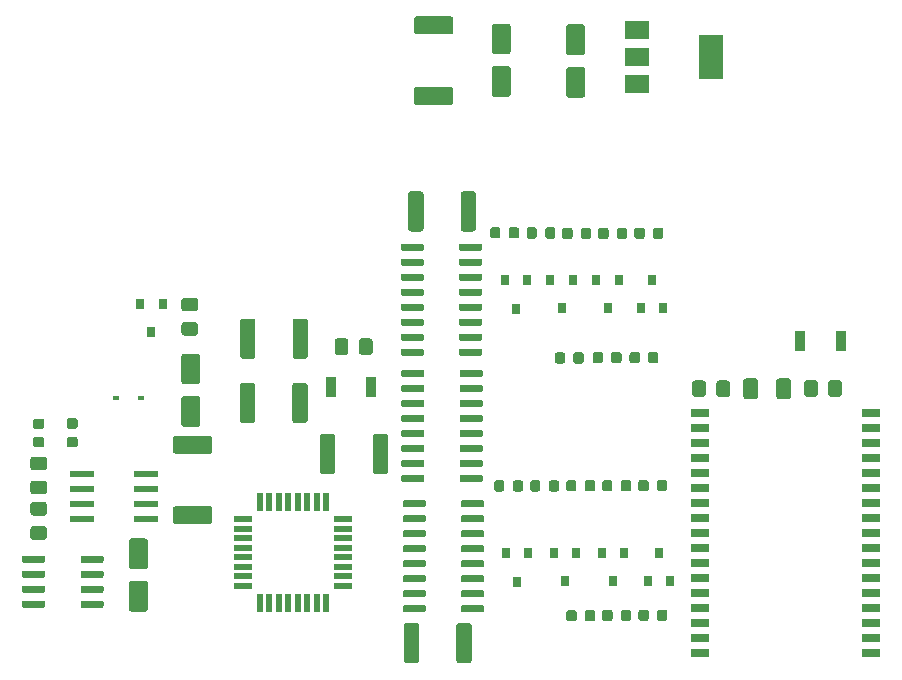
<source format=gbr>
G04 #@! TF.GenerationSoftware,KiCad,Pcbnew,(5.1.5)-3*
G04 #@! TF.CreationDate,2023-05-28T15:04:11-04:00*
G04 #@! TF.ProjectId,Controlador-temperatura,436f6e74-726f-46c6-9164-6f722d74656d,rev?*
G04 #@! TF.SameCoordinates,Original*
G04 #@! TF.FileFunction,Paste,Top*
G04 #@! TF.FilePolarity,Positive*
%FSLAX46Y46*%
G04 Gerber Fmt 4.6, Leading zero omitted, Abs format (unit mm)*
G04 Created by KiCad (PCBNEW (5.1.5)-3) date 2023-05-28 15:04:11*
%MOMM*%
%LPD*%
G04 APERTURE LIST*
%ADD10C,0.100000*%
%ADD11R,0.600000X0.450000*%
%ADD12R,0.800000X0.900000*%
%ADD13R,0.900000X1.700000*%
%ADD14R,2.000000X3.800000*%
%ADD15R,2.000000X1.500000*%
%ADD16R,2.000000X0.600000*%
%ADD17R,0.550000X1.600000*%
%ADD18R,1.600000X0.550000*%
%ADD19R,1.600000X0.800000*%
G04 APERTURE END LIST*
D10*
G36*
X92586004Y81020096D02*
G01*
X92610273Y81016496D01*
X92634071Y81010535D01*
X92657171Y81002270D01*
X92679349Y80991780D01*
X92700393Y80979167D01*
X92720098Y80964553D01*
X92738277Y80948077D01*
X92754753Y80929898D01*
X92769367Y80910193D01*
X92781980Y80889149D01*
X92792470Y80866971D01*
X92800735Y80843871D01*
X92806696Y80820073D01*
X92810296Y80795804D01*
X92811500Y80771300D01*
X92811500Y78671300D01*
X92810296Y78646796D01*
X92806696Y78622527D01*
X92800735Y78598729D01*
X92792470Y78575629D01*
X92781980Y78553451D01*
X92769367Y78532407D01*
X92754753Y78512702D01*
X92738277Y78494523D01*
X92720098Y78478047D01*
X92700393Y78463433D01*
X92679349Y78450820D01*
X92657171Y78440330D01*
X92634071Y78432065D01*
X92610273Y78426104D01*
X92586004Y78422504D01*
X92561500Y78421300D01*
X91461500Y78421300D01*
X91436996Y78422504D01*
X91412727Y78426104D01*
X91388929Y78432065D01*
X91365829Y78440330D01*
X91343651Y78450820D01*
X91322607Y78463433D01*
X91302902Y78478047D01*
X91284723Y78494523D01*
X91268247Y78512702D01*
X91253633Y78532407D01*
X91241020Y78553451D01*
X91230530Y78575629D01*
X91222265Y78598729D01*
X91216304Y78622527D01*
X91212704Y78646796D01*
X91211500Y78671300D01*
X91211500Y80771300D01*
X91212704Y80795804D01*
X91216304Y80820073D01*
X91222265Y80843871D01*
X91230530Y80866971D01*
X91241020Y80889149D01*
X91253633Y80910193D01*
X91268247Y80929898D01*
X91284723Y80948077D01*
X91302902Y80964553D01*
X91322607Y80979167D01*
X91343651Y80991780D01*
X91365829Y81002270D01*
X91388929Y81010535D01*
X91412727Y81016496D01*
X91436996Y81020096D01*
X91461500Y81021300D01*
X92561500Y81021300D01*
X92586004Y81020096D01*
G37*
G36*
X92586004Y84620096D02*
G01*
X92610273Y84616496D01*
X92634071Y84610535D01*
X92657171Y84602270D01*
X92679349Y84591780D01*
X92700393Y84579167D01*
X92720098Y84564553D01*
X92738277Y84548077D01*
X92754753Y84529898D01*
X92769367Y84510193D01*
X92781980Y84489149D01*
X92792470Y84466971D01*
X92800735Y84443871D01*
X92806696Y84420073D01*
X92810296Y84395804D01*
X92811500Y84371300D01*
X92811500Y82271300D01*
X92810296Y82246796D01*
X92806696Y82222527D01*
X92800735Y82198729D01*
X92792470Y82175629D01*
X92781980Y82153451D01*
X92769367Y82132407D01*
X92754753Y82112702D01*
X92738277Y82094523D01*
X92720098Y82078047D01*
X92700393Y82063433D01*
X92679349Y82050820D01*
X92657171Y82040330D01*
X92634071Y82032065D01*
X92610273Y82026104D01*
X92586004Y82022504D01*
X92561500Y82021300D01*
X91461500Y82021300D01*
X91436996Y82022504D01*
X91412727Y82026104D01*
X91388929Y82032065D01*
X91365829Y82040330D01*
X91343651Y82050820D01*
X91322607Y82063433D01*
X91302902Y82078047D01*
X91284723Y82094523D01*
X91268247Y82112702D01*
X91253633Y82132407D01*
X91241020Y82153451D01*
X91230530Y82175629D01*
X91222265Y82198729D01*
X91216304Y82222527D01*
X91212704Y82246796D01*
X91211500Y82271300D01*
X91211500Y84371300D01*
X91212704Y84395804D01*
X91216304Y84420073D01*
X91222265Y84443871D01*
X91230530Y84466971D01*
X91241020Y84489149D01*
X91253633Y84510193D01*
X91268247Y84529898D01*
X91284723Y84548077D01*
X91302902Y84564553D01*
X91322607Y84579167D01*
X91343651Y84591780D01*
X91365829Y84602270D01*
X91388929Y84610535D01*
X91412727Y84616496D01*
X91436996Y84620096D01*
X91461500Y84621300D01*
X92561500Y84621300D01*
X92586004Y84620096D01*
G37*
G36*
X84826204Y33867896D02*
G01*
X84850473Y33864296D01*
X84874271Y33858335D01*
X84897371Y33850070D01*
X84919549Y33839580D01*
X84940593Y33826967D01*
X84960298Y33812353D01*
X84978477Y33795877D01*
X84994953Y33777698D01*
X85009567Y33757993D01*
X85022180Y33736949D01*
X85032670Y33714771D01*
X85040935Y33691671D01*
X85046896Y33667873D01*
X85050496Y33643604D01*
X85051700Y33619100D01*
X85051700Y30719100D01*
X85050496Y30694596D01*
X85046896Y30670327D01*
X85040935Y30646529D01*
X85032670Y30623429D01*
X85022180Y30601251D01*
X85009567Y30580207D01*
X84994953Y30560502D01*
X84978477Y30542323D01*
X84960298Y30525847D01*
X84940593Y30511233D01*
X84919549Y30498620D01*
X84897371Y30488130D01*
X84874271Y30479865D01*
X84850473Y30473904D01*
X84826204Y30470304D01*
X84801700Y30469100D01*
X84001700Y30469100D01*
X83977196Y30470304D01*
X83952927Y30473904D01*
X83929129Y30479865D01*
X83906029Y30488130D01*
X83883851Y30498620D01*
X83862807Y30511233D01*
X83843102Y30525847D01*
X83824923Y30542323D01*
X83808447Y30560502D01*
X83793833Y30580207D01*
X83781220Y30601251D01*
X83770730Y30623429D01*
X83762465Y30646529D01*
X83756504Y30670327D01*
X83752904Y30694596D01*
X83751700Y30719100D01*
X83751700Y33619100D01*
X83752904Y33643604D01*
X83756504Y33667873D01*
X83762465Y33691671D01*
X83770730Y33714771D01*
X83781220Y33736949D01*
X83793833Y33757993D01*
X83808447Y33777698D01*
X83824923Y33795877D01*
X83843102Y33812353D01*
X83862807Y33826967D01*
X83883851Y33839580D01*
X83906029Y33850070D01*
X83929129Y33858335D01*
X83952927Y33864296D01*
X83977196Y33867896D01*
X84001700Y33869100D01*
X84801700Y33869100D01*
X84826204Y33867896D01*
G37*
G36*
X89276204Y33867896D02*
G01*
X89300473Y33864296D01*
X89324271Y33858335D01*
X89347371Y33850070D01*
X89369549Y33839580D01*
X89390593Y33826967D01*
X89410298Y33812353D01*
X89428477Y33795877D01*
X89444953Y33777698D01*
X89459567Y33757993D01*
X89472180Y33736949D01*
X89482670Y33714771D01*
X89490935Y33691671D01*
X89496896Y33667873D01*
X89500496Y33643604D01*
X89501700Y33619100D01*
X89501700Y30719100D01*
X89500496Y30694596D01*
X89496896Y30670327D01*
X89490935Y30646529D01*
X89482670Y30623429D01*
X89472180Y30601251D01*
X89459567Y30580207D01*
X89444953Y30560502D01*
X89428477Y30542323D01*
X89410298Y30525847D01*
X89390593Y30511233D01*
X89369549Y30498620D01*
X89347371Y30488130D01*
X89324271Y30479865D01*
X89300473Y30473904D01*
X89276204Y30470304D01*
X89251700Y30469100D01*
X88451700Y30469100D01*
X88427196Y30470304D01*
X88402927Y30473904D01*
X88379129Y30479865D01*
X88356029Y30488130D01*
X88333851Y30498620D01*
X88312807Y30511233D01*
X88293102Y30525847D01*
X88274923Y30542323D01*
X88258447Y30560502D01*
X88243833Y30580207D01*
X88231220Y30601251D01*
X88220730Y30623429D01*
X88212465Y30646529D01*
X88206504Y30670327D01*
X88202904Y30694596D01*
X88201700Y30719100D01*
X88201700Y33619100D01*
X88202904Y33643604D01*
X88206504Y33667873D01*
X88212465Y33691671D01*
X88220730Y33714771D01*
X88231220Y33736949D01*
X88243833Y33757993D01*
X88258447Y33777698D01*
X88274923Y33795877D01*
X88293102Y33812353D01*
X88312807Y33826967D01*
X88333851Y33839580D01*
X88356029Y33850070D01*
X88379129Y33858335D01*
X88402927Y33864296D01*
X88427196Y33867896D01*
X88451700Y33869100D01*
X89251700Y33869100D01*
X89276204Y33867896D01*
G37*
G36*
X98885204Y84556596D02*
G01*
X98909473Y84552996D01*
X98933271Y84547035D01*
X98956371Y84538770D01*
X98978549Y84528280D01*
X98999593Y84515667D01*
X99019298Y84501053D01*
X99037477Y84484577D01*
X99053953Y84466398D01*
X99068567Y84446693D01*
X99081180Y84425649D01*
X99091670Y84403471D01*
X99099935Y84380371D01*
X99105896Y84356573D01*
X99109496Y84332304D01*
X99110700Y84307800D01*
X99110700Y82207800D01*
X99109496Y82183296D01*
X99105896Y82159027D01*
X99099935Y82135229D01*
X99091670Y82112129D01*
X99081180Y82089951D01*
X99068567Y82068907D01*
X99053953Y82049202D01*
X99037477Y82031023D01*
X99019298Y82014547D01*
X98999593Y81999933D01*
X98978549Y81987320D01*
X98956371Y81976830D01*
X98933271Y81968565D01*
X98909473Y81962604D01*
X98885204Y81959004D01*
X98860700Y81957800D01*
X97760700Y81957800D01*
X97736196Y81959004D01*
X97711927Y81962604D01*
X97688129Y81968565D01*
X97665029Y81976830D01*
X97642851Y81987320D01*
X97621807Y81999933D01*
X97602102Y82014547D01*
X97583923Y82031023D01*
X97567447Y82049202D01*
X97552833Y82068907D01*
X97540220Y82089951D01*
X97529730Y82112129D01*
X97521465Y82135229D01*
X97515504Y82159027D01*
X97511904Y82183296D01*
X97510700Y82207800D01*
X97510700Y84307800D01*
X97511904Y84332304D01*
X97515504Y84356573D01*
X97521465Y84380371D01*
X97529730Y84403471D01*
X97540220Y84425649D01*
X97552833Y84446693D01*
X97567447Y84466398D01*
X97583923Y84484577D01*
X97602102Y84501053D01*
X97621807Y84515667D01*
X97642851Y84528280D01*
X97665029Y84538770D01*
X97688129Y84547035D01*
X97711927Y84552996D01*
X97736196Y84556596D01*
X97760700Y84557800D01*
X98860700Y84557800D01*
X98885204Y84556596D01*
G37*
G36*
X98885204Y80956596D02*
G01*
X98909473Y80952996D01*
X98933271Y80947035D01*
X98956371Y80938770D01*
X98978549Y80928280D01*
X98999593Y80915667D01*
X99019298Y80901053D01*
X99037477Y80884577D01*
X99053953Y80866398D01*
X99068567Y80846693D01*
X99081180Y80825649D01*
X99091670Y80803471D01*
X99099935Y80780371D01*
X99105896Y80756573D01*
X99109496Y80732304D01*
X99110700Y80707800D01*
X99110700Y78607800D01*
X99109496Y78583296D01*
X99105896Y78559027D01*
X99099935Y78535229D01*
X99091670Y78512129D01*
X99081180Y78489951D01*
X99068567Y78468907D01*
X99053953Y78449202D01*
X99037477Y78431023D01*
X99019298Y78414547D01*
X98999593Y78399933D01*
X98978549Y78387320D01*
X98956371Y78376830D01*
X98933271Y78368565D01*
X98909473Y78362604D01*
X98885204Y78359004D01*
X98860700Y78357800D01*
X97760700Y78357800D01*
X97736196Y78359004D01*
X97711927Y78362604D01*
X97688129Y78368565D01*
X97665029Y78376830D01*
X97642851Y78387320D01*
X97621807Y78399933D01*
X97602102Y78414547D01*
X97583923Y78431023D01*
X97567447Y78449202D01*
X97552833Y78468907D01*
X97540220Y78489951D01*
X97529730Y78512129D01*
X97521465Y78535229D01*
X97515504Y78559027D01*
X97511904Y78583296D01*
X97510700Y78607800D01*
X97510700Y80707800D01*
X97511904Y80732304D01*
X97515504Y80756573D01*
X97521465Y80780371D01*
X97529730Y80803471D01*
X97540220Y80825649D01*
X97552833Y80846693D01*
X97567447Y80866398D01*
X97583923Y80884577D01*
X97602102Y80901053D01*
X97621807Y80915667D01*
X97642851Y80928280D01*
X97665029Y80938770D01*
X97688129Y80947035D01*
X97711927Y80952996D01*
X97736196Y80956596D01*
X97760700Y80957800D01*
X98860700Y80957800D01*
X98885204Y80956596D01*
G37*
G36*
X87733305Y79256996D02*
G01*
X87757573Y79253396D01*
X87781372Y79247435D01*
X87804471Y79239170D01*
X87826650Y79228680D01*
X87847693Y79216068D01*
X87867399Y79201453D01*
X87885577Y79184977D01*
X87902053Y79166799D01*
X87916668Y79147093D01*
X87929280Y79126050D01*
X87939770Y79103871D01*
X87948035Y79080772D01*
X87953996Y79056973D01*
X87957596Y79032705D01*
X87958800Y79008201D01*
X87958800Y77983199D01*
X87957596Y77958695D01*
X87953996Y77934427D01*
X87948035Y77910628D01*
X87939770Y77887529D01*
X87929280Y77865350D01*
X87916668Y77844307D01*
X87902053Y77824601D01*
X87885577Y77806423D01*
X87867399Y77789947D01*
X87847693Y77775332D01*
X87826650Y77762720D01*
X87804471Y77752230D01*
X87781372Y77743965D01*
X87757573Y77738004D01*
X87733305Y77734404D01*
X87708801Y77733200D01*
X84858799Y77733200D01*
X84834295Y77734404D01*
X84810027Y77738004D01*
X84786228Y77743965D01*
X84763129Y77752230D01*
X84740950Y77762720D01*
X84719907Y77775332D01*
X84700201Y77789947D01*
X84682023Y77806423D01*
X84665547Y77824601D01*
X84650932Y77844307D01*
X84638320Y77865350D01*
X84627830Y77887529D01*
X84619565Y77910628D01*
X84613604Y77934427D01*
X84610004Y77958695D01*
X84608800Y77983199D01*
X84608800Y79008201D01*
X84610004Y79032705D01*
X84613604Y79056973D01*
X84619565Y79080772D01*
X84627830Y79103871D01*
X84638320Y79126050D01*
X84650932Y79147093D01*
X84665547Y79166799D01*
X84682023Y79184977D01*
X84700201Y79201453D01*
X84719907Y79216068D01*
X84740950Y79228680D01*
X84763129Y79239170D01*
X84786228Y79247435D01*
X84810027Y79253396D01*
X84834295Y79256996D01*
X84858799Y79258200D01*
X87708801Y79258200D01*
X87733305Y79256996D01*
G37*
G36*
X87733305Y85231996D02*
G01*
X87757573Y85228396D01*
X87781372Y85222435D01*
X87804471Y85214170D01*
X87826650Y85203680D01*
X87847693Y85191068D01*
X87867399Y85176453D01*
X87885577Y85159977D01*
X87902053Y85141799D01*
X87916668Y85122093D01*
X87929280Y85101050D01*
X87939770Y85078871D01*
X87948035Y85055772D01*
X87953996Y85031973D01*
X87957596Y85007705D01*
X87958800Y84983201D01*
X87958800Y83958199D01*
X87957596Y83933695D01*
X87953996Y83909427D01*
X87948035Y83885628D01*
X87939770Y83862529D01*
X87929280Y83840350D01*
X87916668Y83819307D01*
X87902053Y83799601D01*
X87885577Y83781423D01*
X87867399Y83764947D01*
X87847693Y83750332D01*
X87826650Y83737720D01*
X87804471Y83727230D01*
X87781372Y83718965D01*
X87757573Y83713004D01*
X87733305Y83709404D01*
X87708801Y83708200D01*
X84858799Y83708200D01*
X84834295Y83709404D01*
X84810027Y83713004D01*
X84786228Y83718965D01*
X84763129Y83727230D01*
X84740950Y83737720D01*
X84719907Y83750332D01*
X84700201Y83764947D01*
X84682023Y83781423D01*
X84665547Y83799601D01*
X84650932Y83819307D01*
X84638320Y83840350D01*
X84627830Y83862529D01*
X84619565Y83885628D01*
X84613604Y83909427D01*
X84610004Y83933695D01*
X84608800Y83958199D01*
X84608800Y84983201D01*
X84610004Y85007705D01*
X84613604Y85031973D01*
X84619565Y85055772D01*
X84627830Y85078871D01*
X84638320Y85101050D01*
X84650932Y85122093D01*
X84665547Y85141799D01*
X84682023Y85159977D01*
X84700201Y85176453D01*
X84719907Y85191068D01*
X84740950Y85203680D01*
X84763129Y85214170D01*
X84786228Y85222435D01*
X84810027Y85228396D01*
X84834295Y85231996D01*
X84858799Y85233200D01*
X87708801Y85233200D01*
X87733305Y85231996D01*
G37*
G36*
X67324405Y49735496D02*
G01*
X67348673Y49731896D01*
X67372472Y49725935D01*
X67395571Y49717670D01*
X67417750Y49707180D01*
X67438793Y49694568D01*
X67458499Y49679953D01*
X67476677Y49663477D01*
X67493153Y49645299D01*
X67507768Y49625593D01*
X67520380Y49604550D01*
X67530870Y49582371D01*
X67539135Y49559272D01*
X67545096Y49535473D01*
X67548696Y49511205D01*
X67549900Y49486701D01*
X67549900Y48461699D01*
X67548696Y48437195D01*
X67545096Y48412927D01*
X67539135Y48389128D01*
X67530870Y48366029D01*
X67520380Y48343850D01*
X67507768Y48322807D01*
X67493153Y48303101D01*
X67476677Y48284923D01*
X67458499Y48268447D01*
X67438793Y48253832D01*
X67417750Y48241220D01*
X67395571Y48230730D01*
X67372472Y48222465D01*
X67348673Y48216504D01*
X67324405Y48212904D01*
X67299901Y48211700D01*
X64449899Y48211700D01*
X64425395Y48212904D01*
X64401127Y48216504D01*
X64377328Y48222465D01*
X64354229Y48230730D01*
X64332050Y48241220D01*
X64311007Y48253832D01*
X64291301Y48268447D01*
X64273123Y48284923D01*
X64256647Y48303101D01*
X64242032Y48322807D01*
X64229420Y48343850D01*
X64218930Y48366029D01*
X64210665Y48389128D01*
X64204704Y48412927D01*
X64201104Y48437195D01*
X64199900Y48461699D01*
X64199900Y49486701D01*
X64201104Y49511205D01*
X64204704Y49535473D01*
X64210665Y49559272D01*
X64218930Y49582371D01*
X64229420Y49604550D01*
X64242032Y49625593D01*
X64256647Y49645299D01*
X64273123Y49663477D01*
X64291301Y49679953D01*
X64311007Y49694568D01*
X64332050Y49707180D01*
X64354229Y49717670D01*
X64377328Y49725935D01*
X64401127Y49731896D01*
X64425395Y49735496D01*
X64449899Y49736700D01*
X67299901Y49736700D01*
X67324405Y49735496D01*
G37*
G36*
X67324405Y43760496D02*
G01*
X67348673Y43756896D01*
X67372472Y43750935D01*
X67395571Y43742670D01*
X67417750Y43732180D01*
X67438793Y43719568D01*
X67458499Y43704953D01*
X67476677Y43688477D01*
X67493153Y43670299D01*
X67507768Y43650593D01*
X67520380Y43629550D01*
X67530870Y43607371D01*
X67539135Y43584272D01*
X67545096Y43560473D01*
X67548696Y43536205D01*
X67549900Y43511701D01*
X67549900Y42486699D01*
X67548696Y42462195D01*
X67545096Y42437927D01*
X67539135Y42414128D01*
X67530870Y42391029D01*
X67520380Y42368850D01*
X67507768Y42347807D01*
X67493153Y42328101D01*
X67476677Y42309923D01*
X67458499Y42293447D01*
X67438793Y42278832D01*
X67417750Y42266220D01*
X67395571Y42255730D01*
X67372472Y42247465D01*
X67348673Y42241504D01*
X67324405Y42237904D01*
X67299901Y42236700D01*
X64449899Y42236700D01*
X64425395Y42237904D01*
X64401127Y42241504D01*
X64377328Y42247465D01*
X64354229Y42255730D01*
X64332050Y42266220D01*
X64311007Y42278832D01*
X64291301Y42293447D01*
X64273123Y42309923D01*
X64256647Y42328101D01*
X64242032Y42347807D01*
X64229420Y42368850D01*
X64218930Y42391029D01*
X64210665Y42414128D01*
X64204704Y42437927D01*
X64201104Y42462195D01*
X64199900Y42486699D01*
X64199900Y43511701D01*
X64201104Y43536205D01*
X64204704Y43560473D01*
X64210665Y43584272D01*
X64218930Y43607371D01*
X64229420Y43629550D01*
X64242032Y43650593D01*
X64256647Y43670299D01*
X64273123Y43688477D01*
X64291301Y43704953D01*
X64311007Y43719568D01*
X64332050Y43732180D01*
X64354229Y43742670D01*
X64377328Y43750935D01*
X64401127Y43756896D01*
X64425395Y43760496D01*
X64449899Y43761700D01*
X67299901Y43761700D01*
X67324405Y43760496D01*
G37*
G36*
X66297004Y53080096D02*
G01*
X66321273Y53076496D01*
X66345071Y53070535D01*
X66368171Y53062270D01*
X66390349Y53051780D01*
X66411393Y53039167D01*
X66431098Y53024553D01*
X66449277Y53008077D01*
X66465753Y52989898D01*
X66480367Y52970193D01*
X66492980Y52949149D01*
X66503470Y52926971D01*
X66511735Y52903871D01*
X66517696Y52880073D01*
X66521296Y52855804D01*
X66522500Y52831300D01*
X66522500Y50731300D01*
X66521296Y50706796D01*
X66517696Y50682527D01*
X66511735Y50658729D01*
X66503470Y50635629D01*
X66492980Y50613451D01*
X66480367Y50592407D01*
X66465753Y50572702D01*
X66449277Y50554523D01*
X66431098Y50538047D01*
X66411393Y50523433D01*
X66390349Y50510820D01*
X66368171Y50500330D01*
X66345071Y50492065D01*
X66321273Y50486104D01*
X66297004Y50482504D01*
X66272500Y50481300D01*
X65172500Y50481300D01*
X65147996Y50482504D01*
X65123727Y50486104D01*
X65099929Y50492065D01*
X65076829Y50500330D01*
X65054651Y50510820D01*
X65033607Y50523433D01*
X65013902Y50538047D01*
X64995723Y50554523D01*
X64979247Y50572702D01*
X64964633Y50592407D01*
X64952020Y50613451D01*
X64941530Y50635629D01*
X64933265Y50658729D01*
X64927304Y50682527D01*
X64923704Y50706796D01*
X64922500Y50731300D01*
X64922500Y52831300D01*
X64923704Y52855804D01*
X64927304Y52880073D01*
X64933265Y52903871D01*
X64941530Y52926971D01*
X64952020Y52949149D01*
X64964633Y52970193D01*
X64979247Y52989898D01*
X64995723Y53008077D01*
X65013902Y53024553D01*
X65033607Y53039167D01*
X65054651Y53051780D01*
X65076829Y53062270D01*
X65099929Y53070535D01*
X65123727Y53076496D01*
X65147996Y53080096D01*
X65172500Y53081300D01*
X66272500Y53081300D01*
X66297004Y53080096D01*
G37*
G36*
X66297004Y56680096D02*
G01*
X66321273Y56676496D01*
X66345071Y56670535D01*
X66368171Y56662270D01*
X66390349Y56651780D01*
X66411393Y56639167D01*
X66431098Y56624553D01*
X66449277Y56608077D01*
X66465753Y56589898D01*
X66480367Y56570193D01*
X66492980Y56549149D01*
X66503470Y56526971D01*
X66511735Y56503871D01*
X66517696Y56480073D01*
X66521296Y56455804D01*
X66522500Y56431300D01*
X66522500Y54331300D01*
X66521296Y54306796D01*
X66517696Y54282527D01*
X66511735Y54258729D01*
X66503470Y54235629D01*
X66492980Y54213451D01*
X66480367Y54192407D01*
X66465753Y54172702D01*
X66449277Y54154523D01*
X66431098Y54138047D01*
X66411393Y54123433D01*
X66390349Y54110820D01*
X66368171Y54100330D01*
X66345071Y54092065D01*
X66321273Y54086104D01*
X66297004Y54082504D01*
X66272500Y54081300D01*
X65172500Y54081300D01*
X65147996Y54082504D01*
X65123727Y54086104D01*
X65099929Y54092065D01*
X65076829Y54100330D01*
X65054651Y54110820D01*
X65033607Y54123433D01*
X65013902Y54138047D01*
X64995723Y54154523D01*
X64979247Y54172702D01*
X64964633Y54192407D01*
X64952020Y54213451D01*
X64941530Y54235629D01*
X64933265Y54258729D01*
X64927304Y54282527D01*
X64923704Y54306796D01*
X64922500Y54331300D01*
X64922500Y56431300D01*
X64923704Y56455804D01*
X64927304Y56480073D01*
X64933265Y56503871D01*
X64941530Y56526971D01*
X64952020Y56549149D01*
X64964633Y56570193D01*
X64979247Y56589898D01*
X64995723Y56608077D01*
X65013902Y56624553D01*
X65033607Y56639167D01*
X65054651Y56651780D01*
X65076829Y56662270D01*
X65099929Y56670535D01*
X65123727Y56676496D01*
X65147996Y56680096D01*
X65172500Y56681300D01*
X66272500Y56681300D01*
X66297004Y56680096D01*
G37*
G36*
X85207204Y70418496D02*
G01*
X85231473Y70414896D01*
X85255271Y70408935D01*
X85278371Y70400670D01*
X85300549Y70390180D01*
X85321593Y70377567D01*
X85341298Y70362953D01*
X85359477Y70346477D01*
X85375953Y70328298D01*
X85390567Y70308593D01*
X85403180Y70287549D01*
X85413670Y70265371D01*
X85421935Y70242271D01*
X85427896Y70218473D01*
X85431496Y70194204D01*
X85432700Y70169700D01*
X85432700Y67269700D01*
X85431496Y67245196D01*
X85427896Y67220927D01*
X85421935Y67197129D01*
X85413670Y67174029D01*
X85403180Y67151851D01*
X85390567Y67130807D01*
X85375953Y67111102D01*
X85359477Y67092923D01*
X85341298Y67076447D01*
X85321593Y67061833D01*
X85300549Y67049220D01*
X85278371Y67038730D01*
X85255271Y67030465D01*
X85231473Y67024504D01*
X85207204Y67020904D01*
X85182700Y67019700D01*
X84382700Y67019700D01*
X84358196Y67020904D01*
X84333927Y67024504D01*
X84310129Y67030465D01*
X84287029Y67038730D01*
X84264851Y67049220D01*
X84243807Y67061833D01*
X84224102Y67076447D01*
X84205923Y67092923D01*
X84189447Y67111102D01*
X84174833Y67130807D01*
X84162220Y67151851D01*
X84151730Y67174029D01*
X84143465Y67197129D01*
X84137504Y67220927D01*
X84133904Y67245196D01*
X84132700Y67269700D01*
X84132700Y70169700D01*
X84133904Y70194204D01*
X84137504Y70218473D01*
X84143465Y70242271D01*
X84151730Y70265371D01*
X84162220Y70287549D01*
X84174833Y70308593D01*
X84189447Y70328298D01*
X84205923Y70346477D01*
X84224102Y70362953D01*
X84243807Y70377567D01*
X84264851Y70390180D01*
X84287029Y70400670D01*
X84310129Y70408935D01*
X84333927Y70414896D01*
X84358196Y70418496D01*
X84382700Y70419700D01*
X85182700Y70419700D01*
X85207204Y70418496D01*
G37*
G36*
X89657204Y70418496D02*
G01*
X89681473Y70414896D01*
X89705271Y70408935D01*
X89728371Y70400670D01*
X89750549Y70390180D01*
X89771593Y70377567D01*
X89791298Y70362953D01*
X89809477Y70346477D01*
X89825953Y70328298D01*
X89840567Y70308593D01*
X89853180Y70287549D01*
X89863670Y70265371D01*
X89871935Y70242271D01*
X89877896Y70218473D01*
X89881496Y70194204D01*
X89882700Y70169700D01*
X89882700Y67269700D01*
X89881496Y67245196D01*
X89877896Y67220927D01*
X89871935Y67197129D01*
X89863670Y67174029D01*
X89853180Y67151851D01*
X89840567Y67130807D01*
X89825953Y67111102D01*
X89809477Y67092923D01*
X89791298Y67076447D01*
X89771593Y67061833D01*
X89750549Y67049220D01*
X89728371Y67038730D01*
X89705271Y67030465D01*
X89681473Y67024504D01*
X89657204Y67020904D01*
X89632700Y67019700D01*
X88832700Y67019700D01*
X88808196Y67020904D01*
X88783927Y67024504D01*
X88760129Y67030465D01*
X88737029Y67038730D01*
X88714851Y67049220D01*
X88693807Y67061833D01*
X88674102Y67076447D01*
X88655923Y67092923D01*
X88639447Y67111102D01*
X88624833Y67130807D01*
X88612220Y67151851D01*
X88601730Y67174029D01*
X88593465Y67197129D01*
X88587504Y67220927D01*
X88583904Y67245196D01*
X88582700Y67269700D01*
X88582700Y70169700D01*
X88583904Y70194204D01*
X88587504Y70218473D01*
X88593465Y70242271D01*
X88601730Y70265371D01*
X88612220Y70287549D01*
X88624833Y70308593D01*
X88639447Y70328298D01*
X88655923Y70346477D01*
X88674102Y70362953D01*
X88693807Y70377567D01*
X88714851Y70390180D01*
X88737029Y70400670D01*
X88760129Y70408935D01*
X88783927Y70414896D01*
X88808196Y70418496D01*
X88832700Y70419700D01*
X89632700Y70419700D01*
X89657204Y70418496D01*
G37*
G36*
X61864704Y37433696D02*
G01*
X61888973Y37430096D01*
X61912771Y37424135D01*
X61935871Y37415870D01*
X61958049Y37405380D01*
X61979093Y37392767D01*
X61998798Y37378153D01*
X62016977Y37361677D01*
X62033453Y37343498D01*
X62048067Y37323793D01*
X62060680Y37302749D01*
X62071170Y37280571D01*
X62079435Y37257471D01*
X62085396Y37233673D01*
X62088996Y37209404D01*
X62090200Y37184900D01*
X62090200Y35084900D01*
X62088996Y35060396D01*
X62085396Y35036127D01*
X62079435Y35012329D01*
X62071170Y34989229D01*
X62060680Y34967051D01*
X62048067Y34946007D01*
X62033453Y34926302D01*
X62016977Y34908123D01*
X61998798Y34891647D01*
X61979093Y34877033D01*
X61958049Y34864420D01*
X61935871Y34853930D01*
X61912771Y34845665D01*
X61888973Y34839704D01*
X61864704Y34836104D01*
X61840200Y34834900D01*
X60740200Y34834900D01*
X60715696Y34836104D01*
X60691427Y34839704D01*
X60667629Y34845665D01*
X60644529Y34853930D01*
X60622351Y34864420D01*
X60601307Y34877033D01*
X60581602Y34891647D01*
X60563423Y34908123D01*
X60546947Y34926302D01*
X60532333Y34946007D01*
X60519720Y34967051D01*
X60509230Y34989229D01*
X60500965Y35012329D01*
X60495004Y35036127D01*
X60491404Y35060396D01*
X60490200Y35084900D01*
X60490200Y37184900D01*
X60491404Y37209404D01*
X60495004Y37233673D01*
X60500965Y37257471D01*
X60509230Y37280571D01*
X60519720Y37302749D01*
X60532333Y37323793D01*
X60546947Y37343498D01*
X60563423Y37361677D01*
X60581602Y37378153D01*
X60601307Y37392767D01*
X60622351Y37405380D01*
X60644529Y37415870D01*
X60667629Y37424135D01*
X60691427Y37430096D01*
X60715696Y37433696D01*
X60740200Y37434900D01*
X61840200Y37434900D01*
X61864704Y37433696D01*
G37*
G36*
X61864704Y41033696D02*
G01*
X61888973Y41030096D01*
X61912771Y41024135D01*
X61935871Y41015870D01*
X61958049Y41005380D01*
X61979093Y40992767D01*
X61998798Y40978153D01*
X62016977Y40961677D01*
X62033453Y40943498D01*
X62048067Y40923793D01*
X62060680Y40902749D01*
X62071170Y40880571D01*
X62079435Y40857471D01*
X62085396Y40833673D01*
X62088996Y40809404D01*
X62090200Y40784900D01*
X62090200Y38684900D01*
X62088996Y38660396D01*
X62085396Y38636127D01*
X62079435Y38612329D01*
X62071170Y38589229D01*
X62060680Y38567051D01*
X62048067Y38546007D01*
X62033453Y38526302D01*
X62016977Y38508123D01*
X61998798Y38491647D01*
X61979093Y38477033D01*
X61958049Y38464420D01*
X61935871Y38453930D01*
X61912771Y38445665D01*
X61888973Y38439704D01*
X61864704Y38436104D01*
X61840200Y38434900D01*
X60740200Y38434900D01*
X60715696Y38436104D01*
X60691427Y38439704D01*
X60667629Y38445665D01*
X60644529Y38453930D01*
X60622351Y38464420D01*
X60601307Y38477033D01*
X60581602Y38491647D01*
X60563423Y38508123D01*
X60546947Y38526302D01*
X60532333Y38546007D01*
X60519720Y38567051D01*
X60509230Y38589229D01*
X60500965Y38612329D01*
X60495004Y38636127D01*
X60491404Y38660396D01*
X60490200Y38684900D01*
X60490200Y40784900D01*
X60491404Y40809404D01*
X60495004Y40833673D01*
X60500965Y40857471D01*
X60509230Y40880571D01*
X60519720Y40902749D01*
X60532333Y40923793D01*
X60546947Y40943498D01*
X60563423Y40961677D01*
X60581602Y40978153D01*
X60601307Y40992767D01*
X60622351Y41005380D01*
X60644529Y41015870D01*
X60667629Y41024135D01*
X60691427Y41030096D01*
X60715696Y41033696D01*
X60740200Y41034900D01*
X61840200Y41034900D01*
X61864704Y41033696D01*
G37*
G36*
X75420504Y59648896D02*
G01*
X75444773Y59645296D01*
X75468571Y59639335D01*
X75491671Y59631070D01*
X75513849Y59620580D01*
X75534893Y59607967D01*
X75554598Y59593353D01*
X75572777Y59576877D01*
X75589253Y59558698D01*
X75603867Y59538993D01*
X75616480Y59517949D01*
X75626970Y59495771D01*
X75635235Y59472671D01*
X75641196Y59448873D01*
X75644796Y59424604D01*
X75646000Y59400100D01*
X75646000Y56500100D01*
X75644796Y56475596D01*
X75641196Y56451327D01*
X75635235Y56427529D01*
X75626970Y56404429D01*
X75616480Y56382251D01*
X75603867Y56361207D01*
X75589253Y56341502D01*
X75572777Y56323323D01*
X75554598Y56306847D01*
X75534893Y56292233D01*
X75513849Y56279620D01*
X75491671Y56269130D01*
X75468571Y56260865D01*
X75444773Y56254904D01*
X75420504Y56251304D01*
X75396000Y56250100D01*
X74596000Y56250100D01*
X74571496Y56251304D01*
X74547227Y56254904D01*
X74523429Y56260865D01*
X74500329Y56269130D01*
X74478151Y56279620D01*
X74457107Y56292233D01*
X74437402Y56306847D01*
X74419223Y56323323D01*
X74402747Y56341502D01*
X74388133Y56361207D01*
X74375520Y56382251D01*
X74365030Y56404429D01*
X74356765Y56427529D01*
X74350804Y56451327D01*
X74347204Y56475596D01*
X74346000Y56500100D01*
X74346000Y59400100D01*
X74347204Y59424604D01*
X74350804Y59448873D01*
X74356765Y59472671D01*
X74365030Y59495771D01*
X74375520Y59517949D01*
X74388133Y59538993D01*
X74402747Y59558698D01*
X74419223Y59576877D01*
X74437402Y59593353D01*
X74457107Y59607967D01*
X74478151Y59620580D01*
X74500329Y59631070D01*
X74523429Y59639335D01*
X74547227Y59645296D01*
X74571496Y59648896D01*
X74596000Y59650100D01*
X75396000Y59650100D01*
X75420504Y59648896D01*
G37*
G36*
X70970504Y59648896D02*
G01*
X70994773Y59645296D01*
X71018571Y59639335D01*
X71041671Y59631070D01*
X71063849Y59620580D01*
X71084893Y59607967D01*
X71104598Y59593353D01*
X71122777Y59576877D01*
X71139253Y59558698D01*
X71153867Y59538993D01*
X71166480Y59517949D01*
X71176970Y59495771D01*
X71185235Y59472671D01*
X71191196Y59448873D01*
X71194796Y59424604D01*
X71196000Y59400100D01*
X71196000Y56500100D01*
X71194796Y56475596D01*
X71191196Y56451327D01*
X71185235Y56427529D01*
X71176970Y56404429D01*
X71166480Y56382251D01*
X71153867Y56361207D01*
X71139253Y56341502D01*
X71122777Y56323323D01*
X71104598Y56306847D01*
X71084893Y56292233D01*
X71063849Y56279620D01*
X71041671Y56269130D01*
X71018571Y56260865D01*
X70994773Y56254904D01*
X70970504Y56251304D01*
X70946000Y56250100D01*
X70146000Y56250100D01*
X70121496Y56251304D01*
X70097227Y56254904D01*
X70073429Y56260865D01*
X70050329Y56269130D01*
X70028151Y56279620D01*
X70007107Y56292233D01*
X69987402Y56306847D01*
X69969223Y56323323D01*
X69952747Y56341502D01*
X69938133Y56361207D01*
X69925520Y56382251D01*
X69915030Y56404429D01*
X69906765Y56427529D01*
X69900804Y56451327D01*
X69897204Y56475596D01*
X69896000Y56500100D01*
X69896000Y59400100D01*
X69897204Y59424604D01*
X69900804Y59448873D01*
X69906765Y59472671D01*
X69915030Y59495771D01*
X69925520Y59517949D01*
X69938133Y59538993D01*
X69952747Y59558698D01*
X69969223Y59576877D01*
X69987402Y59593353D01*
X70007107Y59607967D01*
X70028151Y59620580D01*
X70050329Y59631070D01*
X70073429Y59639335D01*
X70097227Y59645296D01*
X70121496Y59648896D01*
X70146000Y59650100D01*
X70946000Y59650100D01*
X70970504Y59648896D01*
G37*
G36*
X75382404Y54213296D02*
G01*
X75406673Y54209696D01*
X75430471Y54203735D01*
X75453571Y54195470D01*
X75475749Y54184980D01*
X75496793Y54172367D01*
X75516498Y54157753D01*
X75534677Y54141277D01*
X75551153Y54123098D01*
X75565767Y54103393D01*
X75578380Y54082349D01*
X75588870Y54060171D01*
X75597135Y54037071D01*
X75603096Y54013273D01*
X75606696Y53989004D01*
X75607900Y53964500D01*
X75607900Y51064500D01*
X75606696Y51039996D01*
X75603096Y51015727D01*
X75597135Y50991929D01*
X75588870Y50968829D01*
X75578380Y50946651D01*
X75565767Y50925607D01*
X75551153Y50905902D01*
X75534677Y50887723D01*
X75516498Y50871247D01*
X75496793Y50856633D01*
X75475749Y50844020D01*
X75453571Y50833530D01*
X75430471Y50825265D01*
X75406673Y50819304D01*
X75382404Y50815704D01*
X75357900Y50814500D01*
X74557900Y50814500D01*
X74533396Y50815704D01*
X74509127Y50819304D01*
X74485329Y50825265D01*
X74462229Y50833530D01*
X74440051Y50844020D01*
X74419007Y50856633D01*
X74399302Y50871247D01*
X74381123Y50887723D01*
X74364647Y50905902D01*
X74350033Y50925607D01*
X74337420Y50946651D01*
X74326930Y50968829D01*
X74318665Y50991929D01*
X74312704Y51015727D01*
X74309104Y51039996D01*
X74307900Y51064500D01*
X74307900Y53964500D01*
X74309104Y53989004D01*
X74312704Y54013273D01*
X74318665Y54037071D01*
X74326930Y54060171D01*
X74337420Y54082349D01*
X74350033Y54103393D01*
X74364647Y54123098D01*
X74381123Y54141277D01*
X74399302Y54157753D01*
X74419007Y54172367D01*
X74440051Y54184980D01*
X74462229Y54195470D01*
X74485329Y54203735D01*
X74509127Y54209696D01*
X74533396Y54213296D01*
X74557900Y54214500D01*
X75357900Y54214500D01*
X75382404Y54213296D01*
G37*
G36*
X70932404Y54213296D02*
G01*
X70956673Y54209696D01*
X70980471Y54203735D01*
X71003571Y54195470D01*
X71025749Y54184980D01*
X71046793Y54172367D01*
X71066498Y54157753D01*
X71084677Y54141277D01*
X71101153Y54123098D01*
X71115767Y54103393D01*
X71128380Y54082349D01*
X71138870Y54060171D01*
X71147135Y54037071D01*
X71153096Y54013273D01*
X71156696Y53989004D01*
X71157900Y53964500D01*
X71157900Y51064500D01*
X71156696Y51039996D01*
X71153096Y51015727D01*
X71147135Y50991929D01*
X71138870Y50968829D01*
X71128380Y50946651D01*
X71115767Y50925607D01*
X71101153Y50905902D01*
X71084677Y50887723D01*
X71066498Y50871247D01*
X71046793Y50856633D01*
X71025749Y50844020D01*
X71003571Y50833530D01*
X70980471Y50825265D01*
X70956673Y50819304D01*
X70932404Y50815704D01*
X70907900Y50814500D01*
X70107900Y50814500D01*
X70083396Y50815704D01*
X70059127Y50819304D01*
X70035329Y50825265D01*
X70012229Y50833530D01*
X69990051Y50844020D01*
X69969007Y50856633D01*
X69949302Y50871247D01*
X69931123Y50887723D01*
X69914647Y50905902D01*
X69900033Y50925607D01*
X69887420Y50946651D01*
X69876930Y50968829D01*
X69868665Y50991929D01*
X69862704Y51015727D01*
X69859104Y51039996D01*
X69857900Y51064500D01*
X69857900Y53964500D01*
X69859104Y53989004D01*
X69862704Y54013273D01*
X69868665Y54037071D01*
X69876930Y54060171D01*
X69887420Y54082349D01*
X69900033Y54103393D01*
X69914647Y54123098D01*
X69931123Y54141277D01*
X69949302Y54157753D01*
X69969007Y54172367D01*
X69990051Y54184980D01*
X70012229Y54195470D01*
X70035329Y54203735D01*
X70059127Y54209696D01*
X70083396Y54213296D01*
X70107900Y54214500D01*
X70907900Y54214500D01*
X70932404Y54213296D01*
G37*
G36*
X77739604Y49895296D02*
G01*
X77763873Y49891696D01*
X77787671Y49885735D01*
X77810771Y49877470D01*
X77832949Y49866980D01*
X77853993Y49854367D01*
X77873698Y49839753D01*
X77891877Y49823277D01*
X77908353Y49805098D01*
X77922967Y49785393D01*
X77935580Y49764349D01*
X77946070Y49742171D01*
X77954335Y49719071D01*
X77960296Y49695273D01*
X77963896Y49671004D01*
X77965100Y49646500D01*
X77965100Y46746500D01*
X77963896Y46721996D01*
X77960296Y46697727D01*
X77954335Y46673929D01*
X77946070Y46650829D01*
X77935580Y46628651D01*
X77922967Y46607607D01*
X77908353Y46587902D01*
X77891877Y46569723D01*
X77873698Y46553247D01*
X77853993Y46538633D01*
X77832949Y46526020D01*
X77810771Y46515530D01*
X77787671Y46507265D01*
X77763873Y46501304D01*
X77739604Y46497704D01*
X77715100Y46496500D01*
X76915100Y46496500D01*
X76890596Y46497704D01*
X76866327Y46501304D01*
X76842529Y46507265D01*
X76819429Y46515530D01*
X76797251Y46526020D01*
X76776207Y46538633D01*
X76756502Y46553247D01*
X76738323Y46569723D01*
X76721847Y46587902D01*
X76707233Y46607607D01*
X76694620Y46628651D01*
X76684130Y46650829D01*
X76675865Y46673929D01*
X76669904Y46697727D01*
X76666304Y46721996D01*
X76665100Y46746500D01*
X76665100Y49646500D01*
X76666304Y49671004D01*
X76669904Y49695273D01*
X76675865Y49719071D01*
X76684130Y49742171D01*
X76694620Y49764349D01*
X76707233Y49785393D01*
X76721847Y49805098D01*
X76738323Y49823277D01*
X76756502Y49839753D01*
X76776207Y49854367D01*
X76797251Y49866980D01*
X76819429Y49877470D01*
X76842529Y49885735D01*
X76866327Y49891696D01*
X76890596Y49895296D01*
X76915100Y49896500D01*
X77715100Y49896500D01*
X77739604Y49895296D01*
G37*
G36*
X82189604Y49895296D02*
G01*
X82213873Y49891696D01*
X82237671Y49885735D01*
X82260771Y49877470D01*
X82282949Y49866980D01*
X82303993Y49854367D01*
X82323698Y49839753D01*
X82341877Y49823277D01*
X82358353Y49805098D01*
X82372967Y49785393D01*
X82385580Y49764349D01*
X82396070Y49742171D01*
X82404335Y49719071D01*
X82410296Y49695273D01*
X82413896Y49671004D01*
X82415100Y49646500D01*
X82415100Y46746500D01*
X82413896Y46721996D01*
X82410296Y46697727D01*
X82404335Y46673929D01*
X82396070Y46650829D01*
X82385580Y46628651D01*
X82372967Y46607607D01*
X82358353Y46587902D01*
X82341877Y46569723D01*
X82323698Y46553247D01*
X82303993Y46538633D01*
X82282949Y46526020D01*
X82260771Y46515530D01*
X82237671Y46507265D01*
X82213873Y46501304D01*
X82189604Y46497704D01*
X82165100Y46496500D01*
X81365100Y46496500D01*
X81340596Y46497704D01*
X81316327Y46501304D01*
X81292529Y46507265D01*
X81269429Y46515530D01*
X81247251Y46526020D01*
X81226207Y46538633D01*
X81206502Y46553247D01*
X81188323Y46569723D01*
X81171847Y46587902D01*
X81157233Y46607607D01*
X81144620Y46628651D01*
X81134130Y46650829D01*
X81125865Y46673929D01*
X81119904Y46697727D01*
X81116304Y46721996D01*
X81115100Y46746500D01*
X81115100Y49646500D01*
X81116304Y49671004D01*
X81119904Y49695273D01*
X81125865Y49719071D01*
X81134130Y49742171D01*
X81144620Y49764349D01*
X81157233Y49785393D01*
X81171847Y49805098D01*
X81188323Y49823277D01*
X81206502Y49839753D01*
X81226207Y49854367D01*
X81247251Y49866980D01*
X81269429Y49877470D01*
X81292529Y49885735D01*
X81316327Y49891696D01*
X81340596Y49895296D01*
X81365100Y49896500D01*
X82165100Y49896500D01*
X82189604Y49895296D01*
G37*
D11*
X59414700Y52959000D03*
X61514700Y52959000D03*
D10*
G36*
X116315404Y54582096D02*
G01*
X116339673Y54578496D01*
X116363471Y54572535D01*
X116386571Y54564270D01*
X116408749Y54553780D01*
X116429793Y54541167D01*
X116449498Y54526553D01*
X116467677Y54510077D01*
X116484153Y54491898D01*
X116498767Y54472193D01*
X116511380Y54451149D01*
X116521870Y54428971D01*
X116530135Y54405871D01*
X116536096Y54382073D01*
X116539696Y54357804D01*
X116540900Y54333300D01*
X116540900Y53083300D01*
X116539696Y53058796D01*
X116536096Y53034527D01*
X116530135Y53010729D01*
X116521870Y52987629D01*
X116511380Y52965451D01*
X116498767Y52944407D01*
X116484153Y52924702D01*
X116467677Y52906523D01*
X116449498Y52890047D01*
X116429793Y52875433D01*
X116408749Y52862820D01*
X116386571Y52852330D01*
X116363471Y52844065D01*
X116339673Y52838104D01*
X116315404Y52834504D01*
X116290900Y52833300D01*
X115540900Y52833300D01*
X115516396Y52834504D01*
X115492127Y52838104D01*
X115468329Y52844065D01*
X115445229Y52852330D01*
X115423051Y52862820D01*
X115402007Y52875433D01*
X115382302Y52890047D01*
X115364123Y52906523D01*
X115347647Y52924702D01*
X115333033Y52944407D01*
X115320420Y52965451D01*
X115309930Y52987629D01*
X115301665Y53010729D01*
X115295704Y53034527D01*
X115292104Y53058796D01*
X115290900Y53083300D01*
X115290900Y54333300D01*
X115292104Y54357804D01*
X115295704Y54382073D01*
X115301665Y54405871D01*
X115309930Y54428971D01*
X115320420Y54451149D01*
X115333033Y54472193D01*
X115347647Y54491898D01*
X115364123Y54510077D01*
X115382302Y54526553D01*
X115402007Y54541167D01*
X115423051Y54553780D01*
X115445229Y54564270D01*
X115468329Y54572535D01*
X115492127Y54578496D01*
X115516396Y54582096D01*
X115540900Y54583300D01*
X116290900Y54583300D01*
X116315404Y54582096D01*
G37*
G36*
X113515404Y54582096D02*
G01*
X113539673Y54578496D01*
X113563471Y54572535D01*
X113586571Y54564270D01*
X113608749Y54553780D01*
X113629793Y54541167D01*
X113649498Y54526553D01*
X113667677Y54510077D01*
X113684153Y54491898D01*
X113698767Y54472193D01*
X113711380Y54451149D01*
X113721870Y54428971D01*
X113730135Y54405871D01*
X113736096Y54382073D01*
X113739696Y54357804D01*
X113740900Y54333300D01*
X113740900Y53083300D01*
X113739696Y53058796D01*
X113736096Y53034527D01*
X113730135Y53010729D01*
X113721870Y52987629D01*
X113711380Y52965451D01*
X113698767Y52944407D01*
X113684153Y52924702D01*
X113667677Y52906523D01*
X113649498Y52890047D01*
X113629793Y52875433D01*
X113608749Y52862820D01*
X113586571Y52852330D01*
X113563471Y52844065D01*
X113539673Y52838104D01*
X113515404Y52834504D01*
X113490900Y52833300D01*
X112740900Y52833300D01*
X112716396Y52834504D01*
X112692127Y52838104D01*
X112668329Y52844065D01*
X112645229Y52852330D01*
X112623051Y52862820D01*
X112602007Y52875433D01*
X112582302Y52890047D01*
X112564123Y52906523D01*
X112547647Y52924702D01*
X112533033Y52944407D01*
X112520420Y52965451D01*
X112509930Y52987629D01*
X112501665Y53010729D01*
X112495704Y53034527D01*
X112492104Y53058796D01*
X112490900Y53083300D01*
X112490900Y54333300D01*
X112492104Y54357804D01*
X112495704Y54382073D01*
X112501665Y54405871D01*
X112509930Y54428971D01*
X112520420Y54451149D01*
X112533033Y54472193D01*
X112547647Y54491898D01*
X112564123Y54510077D01*
X112582302Y54526553D01*
X112602007Y54541167D01*
X112623051Y54553780D01*
X112645229Y54564270D01*
X112668329Y54572535D01*
X112692127Y54578496D01*
X112716396Y54582096D01*
X112740900Y54583300D01*
X113490900Y54583300D01*
X113515404Y54582096D01*
G37*
D12*
X63345100Y60902700D03*
X61445100Y60902700D03*
X62395100Y58502700D03*
X105384600Y39820700D03*
X106334600Y37420700D03*
X104434600Y37420700D03*
X102410300Y39808000D03*
X100510300Y39808000D03*
X101460300Y37408000D03*
X97383600Y37395300D03*
X96433600Y39795300D03*
X98333600Y39795300D03*
X94295000Y39782600D03*
X92395000Y39782600D03*
X93345000Y37382600D03*
X103825000Y60534700D03*
X105725000Y60534700D03*
X104775000Y62934700D03*
X101015800Y60509300D03*
X100065800Y62909300D03*
X101965800Y62909300D03*
X98066900Y62909300D03*
X96166900Y62909300D03*
X97116900Y60509300D03*
X93280000Y60480000D03*
X92330000Y62880000D03*
X94230000Y62880000D03*
D13*
X77586100Y53848000D03*
X80986100Y53848000D03*
X120737100Y57785000D03*
X117337100Y57785000D03*
D10*
G36*
X85347003Y55315678D02*
G01*
X85361564Y55313518D01*
X85375843Y55309941D01*
X85389703Y55304982D01*
X85403010Y55298688D01*
X85415636Y55291120D01*
X85427459Y55282352D01*
X85438366Y55272466D01*
X85448252Y55261559D01*
X85457020Y55249736D01*
X85464588Y55237110D01*
X85470882Y55223803D01*
X85475841Y55209943D01*
X85479418Y55195664D01*
X85481578Y55181103D01*
X85482300Y55166400D01*
X85482300Y54866400D01*
X85481578Y54851697D01*
X85479418Y54837136D01*
X85475841Y54822857D01*
X85470882Y54808997D01*
X85464588Y54795690D01*
X85457020Y54783064D01*
X85448252Y54771241D01*
X85438366Y54760334D01*
X85427459Y54750448D01*
X85415636Y54741680D01*
X85403010Y54734112D01*
X85389703Y54727818D01*
X85375843Y54722859D01*
X85361564Y54719282D01*
X85347003Y54717122D01*
X85332300Y54716400D01*
X83682300Y54716400D01*
X83667597Y54717122D01*
X83653036Y54719282D01*
X83638757Y54722859D01*
X83624897Y54727818D01*
X83611590Y54734112D01*
X83598964Y54741680D01*
X83587141Y54750448D01*
X83576234Y54760334D01*
X83566348Y54771241D01*
X83557580Y54783064D01*
X83550012Y54795690D01*
X83543718Y54808997D01*
X83538759Y54822857D01*
X83535182Y54837136D01*
X83533022Y54851697D01*
X83532300Y54866400D01*
X83532300Y55166400D01*
X83533022Y55181103D01*
X83535182Y55195664D01*
X83538759Y55209943D01*
X83543718Y55223803D01*
X83550012Y55237110D01*
X83557580Y55249736D01*
X83566348Y55261559D01*
X83576234Y55272466D01*
X83587141Y55282352D01*
X83598964Y55291120D01*
X83611590Y55298688D01*
X83624897Y55304982D01*
X83638757Y55309941D01*
X83653036Y55313518D01*
X83667597Y55315678D01*
X83682300Y55316400D01*
X85332300Y55316400D01*
X85347003Y55315678D01*
G37*
G36*
X85347003Y54045678D02*
G01*
X85361564Y54043518D01*
X85375843Y54039941D01*
X85389703Y54034982D01*
X85403010Y54028688D01*
X85415636Y54021120D01*
X85427459Y54012352D01*
X85438366Y54002466D01*
X85448252Y53991559D01*
X85457020Y53979736D01*
X85464588Y53967110D01*
X85470882Y53953803D01*
X85475841Y53939943D01*
X85479418Y53925664D01*
X85481578Y53911103D01*
X85482300Y53896400D01*
X85482300Y53596400D01*
X85481578Y53581697D01*
X85479418Y53567136D01*
X85475841Y53552857D01*
X85470882Y53538997D01*
X85464588Y53525690D01*
X85457020Y53513064D01*
X85448252Y53501241D01*
X85438366Y53490334D01*
X85427459Y53480448D01*
X85415636Y53471680D01*
X85403010Y53464112D01*
X85389703Y53457818D01*
X85375843Y53452859D01*
X85361564Y53449282D01*
X85347003Y53447122D01*
X85332300Y53446400D01*
X83682300Y53446400D01*
X83667597Y53447122D01*
X83653036Y53449282D01*
X83638757Y53452859D01*
X83624897Y53457818D01*
X83611590Y53464112D01*
X83598964Y53471680D01*
X83587141Y53480448D01*
X83576234Y53490334D01*
X83566348Y53501241D01*
X83557580Y53513064D01*
X83550012Y53525690D01*
X83543718Y53538997D01*
X83538759Y53552857D01*
X83535182Y53567136D01*
X83533022Y53581697D01*
X83532300Y53596400D01*
X83532300Y53896400D01*
X83533022Y53911103D01*
X83535182Y53925664D01*
X83538759Y53939943D01*
X83543718Y53953803D01*
X83550012Y53967110D01*
X83557580Y53979736D01*
X83566348Y53991559D01*
X83576234Y54002466D01*
X83587141Y54012352D01*
X83598964Y54021120D01*
X83611590Y54028688D01*
X83624897Y54034982D01*
X83638757Y54039941D01*
X83653036Y54043518D01*
X83667597Y54045678D01*
X83682300Y54046400D01*
X85332300Y54046400D01*
X85347003Y54045678D01*
G37*
G36*
X85347003Y52775678D02*
G01*
X85361564Y52773518D01*
X85375843Y52769941D01*
X85389703Y52764982D01*
X85403010Y52758688D01*
X85415636Y52751120D01*
X85427459Y52742352D01*
X85438366Y52732466D01*
X85448252Y52721559D01*
X85457020Y52709736D01*
X85464588Y52697110D01*
X85470882Y52683803D01*
X85475841Y52669943D01*
X85479418Y52655664D01*
X85481578Y52641103D01*
X85482300Y52626400D01*
X85482300Y52326400D01*
X85481578Y52311697D01*
X85479418Y52297136D01*
X85475841Y52282857D01*
X85470882Y52268997D01*
X85464588Y52255690D01*
X85457020Y52243064D01*
X85448252Y52231241D01*
X85438366Y52220334D01*
X85427459Y52210448D01*
X85415636Y52201680D01*
X85403010Y52194112D01*
X85389703Y52187818D01*
X85375843Y52182859D01*
X85361564Y52179282D01*
X85347003Y52177122D01*
X85332300Y52176400D01*
X83682300Y52176400D01*
X83667597Y52177122D01*
X83653036Y52179282D01*
X83638757Y52182859D01*
X83624897Y52187818D01*
X83611590Y52194112D01*
X83598964Y52201680D01*
X83587141Y52210448D01*
X83576234Y52220334D01*
X83566348Y52231241D01*
X83557580Y52243064D01*
X83550012Y52255690D01*
X83543718Y52268997D01*
X83538759Y52282857D01*
X83535182Y52297136D01*
X83533022Y52311697D01*
X83532300Y52326400D01*
X83532300Y52626400D01*
X83533022Y52641103D01*
X83535182Y52655664D01*
X83538759Y52669943D01*
X83543718Y52683803D01*
X83550012Y52697110D01*
X83557580Y52709736D01*
X83566348Y52721559D01*
X83576234Y52732466D01*
X83587141Y52742352D01*
X83598964Y52751120D01*
X83611590Y52758688D01*
X83624897Y52764982D01*
X83638757Y52769941D01*
X83653036Y52773518D01*
X83667597Y52775678D01*
X83682300Y52776400D01*
X85332300Y52776400D01*
X85347003Y52775678D01*
G37*
G36*
X85347003Y51505678D02*
G01*
X85361564Y51503518D01*
X85375843Y51499941D01*
X85389703Y51494982D01*
X85403010Y51488688D01*
X85415636Y51481120D01*
X85427459Y51472352D01*
X85438366Y51462466D01*
X85448252Y51451559D01*
X85457020Y51439736D01*
X85464588Y51427110D01*
X85470882Y51413803D01*
X85475841Y51399943D01*
X85479418Y51385664D01*
X85481578Y51371103D01*
X85482300Y51356400D01*
X85482300Y51056400D01*
X85481578Y51041697D01*
X85479418Y51027136D01*
X85475841Y51012857D01*
X85470882Y50998997D01*
X85464588Y50985690D01*
X85457020Y50973064D01*
X85448252Y50961241D01*
X85438366Y50950334D01*
X85427459Y50940448D01*
X85415636Y50931680D01*
X85403010Y50924112D01*
X85389703Y50917818D01*
X85375843Y50912859D01*
X85361564Y50909282D01*
X85347003Y50907122D01*
X85332300Y50906400D01*
X83682300Y50906400D01*
X83667597Y50907122D01*
X83653036Y50909282D01*
X83638757Y50912859D01*
X83624897Y50917818D01*
X83611590Y50924112D01*
X83598964Y50931680D01*
X83587141Y50940448D01*
X83576234Y50950334D01*
X83566348Y50961241D01*
X83557580Y50973064D01*
X83550012Y50985690D01*
X83543718Y50998997D01*
X83538759Y51012857D01*
X83535182Y51027136D01*
X83533022Y51041697D01*
X83532300Y51056400D01*
X83532300Y51356400D01*
X83533022Y51371103D01*
X83535182Y51385664D01*
X83538759Y51399943D01*
X83543718Y51413803D01*
X83550012Y51427110D01*
X83557580Y51439736D01*
X83566348Y51451559D01*
X83576234Y51462466D01*
X83587141Y51472352D01*
X83598964Y51481120D01*
X83611590Y51488688D01*
X83624897Y51494982D01*
X83638757Y51499941D01*
X83653036Y51503518D01*
X83667597Y51505678D01*
X83682300Y51506400D01*
X85332300Y51506400D01*
X85347003Y51505678D01*
G37*
G36*
X85347003Y50235678D02*
G01*
X85361564Y50233518D01*
X85375843Y50229941D01*
X85389703Y50224982D01*
X85403010Y50218688D01*
X85415636Y50211120D01*
X85427459Y50202352D01*
X85438366Y50192466D01*
X85448252Y50181559D01*
X85457020Y50169736D01*
X85464588Y50157110D01*
X85470882Y50143803D01*
X85475841Y50129943D01*
X85479418Y50115664D01*
X85481578Y50101103D01*
X85482300Y50086400D01*
X85482300Y49786400D01*
X85481578Y49771697D01*
X85479418Y49757136D01*
X85475841Y49742857D01*
X85470882Y49728997D01*
X85464588Y49715690D01*
X85457020Y49703064D01*
X85448252Y49691241D01*
X85438366Y49680334D01*
X85427459Y49670448D01*
X85415636Y49661680D01*
X85403010Y49654112D01*
X85389703Y49647818D01*
X85375843Y49642859D01*
X85361564Y49639282D01*
X85347003Y49637122D01*
X85332300Y49636400D01*
X83682300Y49636400D01*
X83667597Y49637122D01*
X83653036Y49639282D01*
X83638757Y49642859D01*
X83624897Y49647818D01*
X83611590Y49654112D01*
X83598964Y49661680D01*
X83587141Y49670448D01*
X83576234Y49680334D01*
X83566348Y49691241D01*
X83557580Y49703064D01*
X83550012Y49715690D01*
X83543718Y49728997D01*
X83538759Y49742857D01*
X83535182Y49757136D01*
X83533022Y49771697D01*
X83532300Y49786400D01*
X83532300Y50086400D01*
X83533022Y50101103D01*
X83535182Y50115664D01*
X83538759Y50129943D01*
X83543718Y50143803D01*
X83550012Y50157110D01*
X83557580Y50169736D01*
X83566348Y50181559D01*
X83576234Y50192466D01*
X83587141Y50202352D01*
X83598964Y50211120D01*
X83611590Y50218688D01*
X83624897Y50224982D01*
X83638757Y50229941D01*
X83653036Y50233518D01*
X83667597Y50235678D01*
X83682300Y50236400D01*
X85332300Y50236400D01*
X85347003Y50235678D01*
G37*
G36*
X85347003Y48965678D02*
G01*
X85361564Y48963518D01*
X85375843Y48959941D01*
X85389703Y48954982D01*
X85403010Y48948688D01*
X85415636Y48941120D01*
X85427459Y48932352D01*
X85438366Y48922466D01*
X85448252Y48911559D01*
X85457020Y48899736D01*
X85464588Y48887110D01*
X85470882Y48873803D01*
X85475841Y48859943D01*
X85479418Y48845664D01*
X85481578Y48831103D01*
X85482300Y48816400D01*
X85482300Y48516400D01*
X85481578Y48501697D01*
X85479418Y48487136D01*
X85475841Y48472857D01*
X85470882Y48458997D01*
X85464588Y48445690D01*
X85457020Y48433064D01*
X85448252Y48421241D01*
X85438366Y48410334D01*
X85427459Y48400448D01*
X85415636Y48391680D01*
X85403010Y48384112D01*
X85389703Y48377818D01*
X85375843Y48372859D01*
X85361564Y48369282D01*
X85347003Y48367122D01*
X85332300Y48366400D01*
X83682300Y48366400D01*
X83667597Y48367122D01*
X83653036Y48369282D01*
X83638757Y48372859D01*
X83624897Y48377818D01*
X83611590Y48384112D01*
X83598964Y48391680D01*
X83587141Y48400448D01*
X83576234Y48410334D01*
X83566348Y48421241D01*
X83557580Y48433064D01*
X83550012Y48445690D01*
X83543718Y48458997D01*
X83538759Y48472857D01*
X83535182Y48487136D01*
X83533022Y48501697D01*
X83532300Y48516400D01*
X83532300Y48816400D01*
X83533022Y48831103D01*
X83535182Y48845664D01*
X83538759Y48859943D01*
X83543718Y48873803D01*
X83550012Y48887110D01*
X83557580Y48899736D01*
X83566348Y48911559D01*
X83576234Y48922466D01*
X83587141Y48932352D01*
X83598964Y48941120D01*
X83611590Y48948688D01*
X83624897Y48954982D01*
X83638757Y48959941D01*
X83653036Y48963518D01*
X83667597Y48965678D01*
X83682300Y48966400D01*
X85332300Y48966400D01*
X85347003Y48965678D01*
G37*
G36*
X85347003Y47695678D02*
G01*
X85361564Y47693518D01*
X85375843Y47689941D01*
X85389703Y47684982D01*
X85403010Y47678688D01*
X85415636Y47671120D01*
X85427459Y47662352D01*
X85438366Y47652466D01*
X85448252Y47641559D01*
X85457020Y47629736D01*
X85464588Y47617110D01*
X85470882Y47603803D01*
X85475841Y47589943D01*
X85479418Y47575664D01*
X85481578Y47561103D01*
X85482300Y47546400D01*
X85482300Y47246400D01*
X85481578Y47231697D01*
X85479418Y47217136D01*
X85475841Y47202857D01*
X85470882Y47188997D01*
X85464588Y47175690D01*
X85457020Y47163064D01*
X85448252Y47151241D01*
X85438366Y47140334D01*
X85427459Y47130448D01*
X85415636Y47121680D01*
X85403010Y47114112D01*
X85389703Y47107818D01*
X85375843Y47102859D01*
X85361564Y47099282D01*
X85347003Y47097122D01*
X85332300Y47096400D01*
X83682300Y47096400D01*
X83667597Y47097122D01*
X83653036Y47099282D01*
X83638757Y47102859D01*
X83624897Y47107818D01*
X83611590Y47114112D01*
X83598964Y47121680D01*
X83587141Y47130448D01*
X83576234Y47140334D01*
X83566348Y47151241D01*
X83557580Y47163064D01*
X83550012Y47175690D01*
X83543718Y47188997D01*
X83538759Y47202857D01*
X83535182Y47217136D01*
X83533022Y47231697D01*
X83532300Y47246400D01*
X83532300Y47546400D01*
X83533022Y47561103D01*
X83535182Y47575664D01*
X83538759Y47589943D01*
X83543718Y47603803D01*
X83550012Y47617110D01*
X83557580Y47629736D01*
X83566348Y47641559D01*
X83576234Y47652466D01*
X83587141Y47662352D01*
X83598964Y47671120D01*
X83611590Y47678688D01*
X83624897Y47684982D01*
X83638757Y47689941D01*
X83653036Y47693518D01*
X83667597Y47695678D01*
X83682300Y47696400D01*
X85332300Y47696400D01*
X85347003Y47695678D01*
G37*
G36*
X85347003Y46425678D02*
G01*
X85361564Y46423518D01*
X85375843Y46419941D01*
X85389703Y46414982D01*
X85403010Y46408688D01*
X85415636Y46401120D01*
X85427459Y46392352D01*
X85438366Y46382466D01*
X85448252Y46371559D01*
X85457020Y46359736D01*
X85464588Y46347110D01*
X85470882Y46333803D01*
X85475841Y46319943D01*
X85479418Y46305664D01*
X85481578Y46291103D01*
X85482300Y46276400D01*
X85482300Y45976400D01*
X85481578Y45961697D01*
X85479418Y45947136D01*
X85475841Y45932857D01*
X85470882Y45918997D01*
X85464588Y45905690D01*
X85457020Y45893064D01*
X85448252Y45881241D01*
X85438366Y45870334D01*
X85427459Y45860448D01*
X85415636Y45851680D01*
X85403010Y45844112D01*
X85389703Y45837818D01*
X85375843Y45832859D01*
X85361564Y45829282D01*
X85347003Y45827122D01*
X85332300Y45826400D01*
X83682300Y45826400D01*
X83667597Y45827122D01*
X83653036Y45829282D01*
X83638757Y45832859D01*
X83624897Y45837818D01*
X83611590Y45844112D01*
X83598964Y45851680D01*
X83587141Y45860448D01*
X83576234Y45870334D01*
X83566348Y45881241D01*
X83557580Y45893064D01*
X83550012Y45905690D01*
X83543718Y45918997D01*
X83538759Y45932857D01*
X83535182Y45947136D01*
X83533022Y45961697D01*
X83532300Y45976400D01*
X83532300Y46276400D01*
X83533022Y46291103D01*
X83535182Y46305664D01*
X83538759Y46319943D01*
X83543718Y46333803D01*
X83550012Y46347110D01*
X83557580Y46359736D01*
X83566348Y46371559D01*
X83576234Y46382466D01*
X83587141Y46392352D01*
X83598964Y46401120D01*
X83611590Y46408688D01*
X83624897Y46414982D01*
X83638757Y46419941D01*
X83653036Y46423518D01*
X83667597Y46425678D01*
X83682300Y46426400D01*
X85332300Y46426400D01*
X85347003Y46425678D01*
G37*
G36*
X90297003Y46425678D02*
G01*
X90311564Y46423518D01*
X90325843Y46419941D01*
X90339703Y46414982D01*
X90353010Y46408688D01*
X90365636Y46401120D01*
X90377459Y46392352D01*
X90388366Y46382466D01*
X90398252Y46371559D01*
X90407020Y46359736D01*
X90414588Y46347110D01*
X90420882Y46333803D01*
X90425841Y46319943D01*
X90429418Y46305664D01*
X90431578Y46291103D01*
X90432300Y46276400D01*
X90432300Y45976400D01*
X90431578Y45961697D01*
X90429418Y45947136D01*
X90425841Y45932857D01*
X90420882Y45918997D01*
X90414588Y45905690D01*
X90407020Y45893064D01*
X90398252Y45881241D01*
X90388366Y45870334D01*
X90377459Y45860448D01*
X90365636Y45851680D01*
X90353010Y45844112D01*
X90339703Y45837818D01*
X90325843Y45832859D01*
X90311564Y45829282D01*
X90297003Y45827122D01*
X90282300Y45826400D01*
X88632300Y45826400D01*
X88617597Y45827122D01*
X88603036Y45829282D01*
X88588757Y45832859D01*
X88574897Y45837818D01*
X88561590Y45844112D01*
X88548964Y45851680D01*
X88537141Y45860448D01*
X88526234Y45870334D01*
X88516348Y45881241D01*
X88507580Y45893064D01*
X88500012Y45905690D01*
X88493718Y45918997D01*
X88488759Y45932857D01*
X88485182Y45947136D01*
X88483022Y45961697D01*
X88482300Y45976400D01*
X88482300Y46276400D01*
X88483022Y46291103D01*
X88485182Y46305664D01*
X88488759Y46319943D01*
X88493718Y46333803D01*
X88500012Y46347110D01*
X88507580Y46359736D01*
X88516348Y46371559D01*
X88526234Y46382466D01*
X88537141Y46392352D01*
X88548964Y46401120D01*
X88561590Y46408688D01*
X88574897Y46414982D01*
X88588757Y46419941D01*
X88603036Y46423518D01*
X88617597Y46425678D01*
X88632300Y46426400D01*
X90282300Y46426400D01*
X90297003Y46425678D01*
G37*
G36*
X90297003Y47695678D02*
G01*
X90311564Y47693518D01*
X90325843Y47689941D01*
X90339703Y47684982D01*
X90353010Y47678688D01*
X90365636Y47671120D01*
X90377459Y47662352D01*
X90388366Y47652466D01*
X90398252Y47641559D01*
X90407020Y47629736D01*
X90414588Y47617110D01*
X90420882Y47603803D01*
X90425841Y47589943D01*
X90429418Y47575664D01*
X90431578Y47561103D01*
X90432300Y47546400D01*
X90432300Y47246400D01*
X90431578Y47231697D01*
X90429418Y47217136D01*
X90425841Y47202857D01*
X90420882Y47188997D01*
X90414588Y47175690D01*
X90407020Y47163064D01*
X90398252Y47151241D01*
X90388366Y47140334D01*
X90377459Y47130448D01*
X90365636Y47121680D01*
X90353010Y47114112D01*
X90339703Y47107818D01*
X90325843Y47102859D01*
X90311564Y47099282D01*
X90297003Y47097122D01*
X90282300Y47096400D01*
X88632300Y47096400D01*
X88617597Y47097122D01*
X88603036Y47099282D01*
X88588757Y47102859D01*
X88574897Y47107818D01*
X88561590Y47114112D01*
X88548964Y47121680D01*
X88537141Y47130448D01*
X88526234Y47140334D01*
X88516348Y47151241D01*
X88507580Y47163064D01*
X88500012Y47175690D01*
X88493718Y47188997D01*
X88488759Y47202857D01*
X88485182Y47217136D01*
X88483022Y47231697D01*
X88482300Y47246400D01*
X88482300Y47546400D01*
X88483022Y47561103D01*
X88485182Y47575664D01*
X88488759Y47589943D01*
X88493718Y47603803D01*
X88500012Y47617110D01*
X88507580Y47629736D01*
X88516348Y47641559D01*
X88526234Y47652466D01*
X88537141Y47662352D01*
X88548964Y47671120D01*
X88561590Y47678688D01*
X88574897Y47684982D01*
X88588757Y47689941D01*
X88603036Y47693518D01*
X88617597Y47695678D01*
X88632300Y47696400D01*
X90282300Y47696400D01*
X90297003Y47695678D01*
G37*
G36*
X90297003Y48965678D02*
G01*
X90311564Y48963518D01*
X90325843Y48959941D01*
X90339703Y48954982D01*
X90353010Y48948688D01*
X90365636Y48941120D01*
X90377459Y48932352D01*
X90388366Y48922466D01*
X90398252Y48911559D01*
X90407020Y48899736D01*
X90414588Y48887110D01*
X90420882Y48873803D01*
X90425841Y48859943D01*
X90429418Y48845664D01*
X90431578Y48831103D01*
X90432300Y48816400D01*
X90432300Y48516400D01*
X90431578Y48501697D01*
X90429418Y48487136D01*
X90425841Y48472857D01*
X90420882Y48458997D01*
X90414588Y48445690D01*
X90407020Y48433064D01*
X90398252Y48421241D01*
X90388366Y48410334D01*
X90377459Y48400448D01*
X90365636Y48391680D01*
X90353010Y48384112D01*
X90339703Y48377818D01*
X90325843Y48372859D01*
X90311564Y48369282D01*
X90297003Y48367122D01*
X90282300Y48366400D01*
X88632300Y48366400D01*
X88617597Y48367122D01*
X88603036Y48369282D01*
X88588757Y48372859D01*
X88574897Y48377818D01*
X88561590Y48384112D01*
X88548964Y48391680D01*
X88537141Y48400448D01*
X88526234Y48410334D01*
X88516348Y48421241D01*
X88507580Y48433064D01*
X88500012Y48445690D01*
X88493718Y48458997D01*
X88488759Y48472857D01*
X88485182Y48487136D01*
X88483022Y48501697D01*
X88482300Y48516400D01*
X88482300Y48816400D01*
X88483022Y48831103D01*
X88485182Y48845664D01*
X88488759Y48859943D01*
X88493718Y48873803D01*
X88500012Y48887110D01*
X88507580Y48899736D01*
X88516348Y48911559D01*
X88526234Y48922466D01*
X88537141Y48932352D01*
X88548964Y48941120D01*
X88561590Y48948688D01*
X88574897Y48954982D01*
X88588757Y48959941D01*
X88603036Y48963518D01*
X88617597Y48965678D01*
X88632300Y48966400D01*
X90282300Y48966400D01*
X90297003Y48965678D01*
G37*
G36*
X90297003Y50235678D02*
G01*
X90311564Y50233518D01*
X90325843Y50229941D01*
X90339703Y50224982D01*
X90353010Y50218688D01*
X90365636Y50211120D01*
X90377459Y50202352D01*
X90388366Y50192466D01*
X90398252Y50181559D01*
X90407020Y50169736D01*
X90414588Y50157110D01*
X90420882Y50143803D01*
X90425841Y50129943D01*
X90429418Y50115664D01*
X90431578Y50101103D01*
X90432300Y50086400D01*
X90432300Y49786400D01*
X90431578Y49771697D01*
X90429418Y49757136D01*
X90425841Y49742857D01*
X90420882Y49728997D01*
X90414588Y49715690D01*
X90407020Y49703064D01*
X90398252Y49691241D01*
X90388366Y49680334D01*
X90377459Y49670448D01*
X90365636Y49661680D01*
X90353010Y49654112D01*
X90339703Y49647818D01*
X90325843Y49642859D01*
X90311564Y49639282D01*
X90297003Y49637122D01*
X90282300Y49636400D01*
X88632300Y49636400D01*
X88617597Y49637122D01*
X88603036Y49639282D01*
X88588757Y49642859D01*
X88574897Y49647818D01*
X88561590Y49654112D01*
X88548964Y49661680D01*
X88537141Y49670448D01*
X88526234Y49680334D01*
X88516348Y49691241D01*
X88507580Y49703064D01*
X88500012Y49715690D01*
X88493718Y49728997D01*
X88488759Y49742857D01*
X88485182Y49757136D01*
X88483022Y49771697D01*
X88482300Y49786400D01*
X88482300Y50086400D01*
X88483022Y50101103D01*
X88485182Y50115664D01*
X88488759Y50129943D01*
X88493718Y50143803D01*
X88500012Y50157110D01*
X88507580Y50169736D01*
X88516348Y50181559D01*
X88526234Y50192466D01*
X88537141Y50202352D01*
X88548964Y50211120D01*
X88561590Y50218688D01*
X88574897Y50224982D01*
X88588757Y50229941D01*
X88603036Y50233518D01*
X88617597Y50235678D01*
X88632300Y50236400D01*
X90282300Y50236400D01*
X90297003Y50235678D01*
G37*
G36*
X90297003Y51505678D02*
G01*
X90311564Y51503518D01*
X90325843Y51499941D01*
X90339703Y51494982D01*
X90353010Y51488688D01*
X90365636Y51481120D01*
X90377459Y51472352D01*
X90388366Y51462466D01*
X90398252Y51451559D01*
X90407020Y51439736D01*
X90414588Y51427110D01*
X90420882Y51413803D01*
X90425841Y51399943D01*
X90429418Y51385664D01*
X90431578Y51371103D01*
X90432300Y51356400D01*
X90432300Y51056400D01*
X90431578Y51041697D01*
X90429418Y51027136D01*
X90425841Y51012857D01*
X90420882Y50998997D01*
X90414588Y50985690D01*
X90407020Y50973064D01*
X90398252Y50961241D01*
X90388366Y50950334D01*
X90377459Y50940448D01*
X90365636Y50931680D01*
X90353010Y50924112D01*
X90339703Y50917818D01*
X90325843Y50912859D01*
X90311564Y50909282D01*
X90297003Y50907122D01*
X90282300Y50906400D01*
X88632300Y50906400D01*
X88617597Y50907122D01*
X88603036Y50909282D01*
X88588757Y50912859D01*
X88574897Y50917818D01*
X88561590Y50924112D01*
X88548964Y50931680D01*
X88537141Y50940448D01*
X88526234Y50950334D01*
X88516348Y50961241D01*
X88507580Y50973064D01*
X88500012Y50985690D01*
X88493718Y50998997D01*
X88488759Y51012857D01*
X88485182Y51027136D01*
X88483022Y51041697D01*
X88482300Y51056400D01*
X88482300Y51356400D01*
X88483022Y51371103D01*
X88485182Y51385664D01*
X88488759Y51399943D01*
X88493718Y51413803D01*
X88500012Y51427110D01*
X88507580Y51439736D01*
X88516348Y51451559D01*
X88526234Y51462466D01*
X88537141Y51472352D01*
X88548964Y51481120D01*
X88561590Y51488688D01*
X88574897Y51494982D01*
X88588757Y51499941D01*
X88603036Y51503518D01*
X88617597Y51505678D01*
X88632300Y51506400D01*
X90282300Y51506400D01*
X90297003Y51505678D01*
G37*
G36*
X90297003Y52775678D02*
G01*
X90311564Y52773518D01*
X90325843Y52769941D01*
X90339703Y52764982D01*
X90353010Y52758688D01*
X90365636Y52751120D01*
X90377459Y52742352D01*
X90388366Y52732466D01*
X90398252Y52721559D01*
X90407020Y52709736D01*
X90414588Y52697110D01*
X90420882Y52683803D01*
X90425841Y52669943D01*
X90429418Y52655664D01*
X90431578Y52641103D01*
X90432300Y52626400D01*
X90432300Y52326400D01*
X90431578Y52311697D01*
X90429418Y52297136D01*
X90425841Y52282857D01*
X90420882Y52268997D01*
X90414588Y52255690D01*
X90407020Y52243064D01*
X90398252Y52231241D01*
X90388366Y52220334D01*
X90377459Y52210448D01*
X90365636Y52201680D01*
X90353010Y52194112D01*
X90339703Y52187818D01*
X90325843Y52182859D01*
X90311564Y52179282D01*
X90297003Y52177122D01*
X90282300Y52176400D01*
X88632300Y52176400D01*
X88617597Y52177122D01*
X88603036Y52179282D01*
X88588757Y52182859D01*
X88574897Y52187818D01*
X88561590Y52194112D01*
X88548964Y52201680D01*
X88537141Y52210448D01*
X88526234Y52220334D01*
X88516348Y52231241D01*
X88507580Y52243064D01*
X88500012Y52255690D01*
X88493718Y52268997D01*
X88488759Y52282857D01*
X88485182Y52297136D01*
X88483022Y52311697D01*
X88482300Y52326400D01*
X88482300Y52626400D01*
X88483022Y52641103D01*
X88485182Y52655664D01*
X88488759Y52669943D01*
X88493718Y52683803D01*
X88500012Y52697110D01*
X88507580Y52709736D01*
X88516348Y52721559D01*
X88526234Y52732466D01*
X88537141Y52742352D01*
X88548964Y52751120D01*
X88561590Y52758688D01*
X88574897Y52764982D01*
X88588757Y52769941D01*
X88603036Y52773518D01*
X88617597Y52775678D01*
X88632300Y52776400D01*
X90282300Y52776400D01*
X90297003Y52775678D01*
G37*
G36*
X90297003Y54045678D02*
G01*
X90311564Y54043518D01*
X90325843Y54039941D01*
X90339703Y54034982D01*
X90353010Y54028688D01*
X90365636Y54021120D01*
X90377459Y54012352D01*
X90388366Y54002466D01*
X90398252Y53991559D01*
X90407020Y53979736D01*
X90414588Y53967110D01*
X90420882Y53953803D01*
X90425841Y53939943D01*
X90429418Y53925664D01*
X90431578Y53911103D01*
X90432300Y53896400D01*
X90432300Y53596400D01*
X90431578Y53581697D01*
X90429418Y53567136D01*
X90425841Y53552857D01*
X90420882Y53538997D01*
X90414588Y53525690D01*
X90407020Y53513064D01*
X90398252Y53501241D01*
X90388366Y53490334D01*
X90377459Y53480448D01*
X90365636Y53471680D01*
X90353010Y53464112D01*
X90339703Y53457818D01*
X90325843Y53452859D01*
X90311564Y53449282D01*
X90297003Y53447122D01*
X90282300Y53446400D01*
X88632300Y53446400D01*
X88617597Y53447122D01*
X88603036Y53449282D01*
X88588757Y53452859D01*
X88574897Y53457818D01*
X88561590Y53464112D01*
X88548964Y53471680D01*
X88537141Y53480448D01*
X88526234Y53490334D01*
X88516348Y53501241D01*
X88507580Y53513064D01*
X88500012Y53525690D01*
X88493718Y53538997D01*
X88488759Y53552857D01*
X88485182Y53567136D01*
X88483022Y53581697D01*
X88482300Y53596400D01*
X88482300Y53896400D01*
X88483022Y53911103D01*
X88485182Y53925664D01*
X88488759Y53939943D01*
X88493718Y53953803D01*
X88500012Y53967110D01*
X88507580Y53979736D01*
X88516348Y53991559D01*
X88526234Y54002466D01*
X88537141Y54012352D01*
X88548964Y54021120D01*
X88561590Y54028688D01*
X88574897Y54034982D01*
X88588757Y54039941D01*
X88603036Y54043518D01*
X88617597Y54045678D01*
X88632300Y54046400D01*
X90282300Y54046400D01*
X90297003Y54045678D01*
G37*
G36*
X90297003Y55315678D02*
G01*
X90311564Y55313518D01*
X90325843Y55309941D01*
X90339703Y55304982D01*
X90353010Y55298688D01*
X90365636Y55291120D01*
X90377459Y55282352D01*
X90388366Y55272466D01*
X90398252Y55261559D01*
X90407020Y55249736D01*
X90414588Y55237110D01*
X90420882Y55223803D01*
X90425841Y55209943D01*
X90429418Y55195664D01*
X90431578Y55181103D01*
X90432300Y55166400D01*
X90432300Y54866400D01*
X90431578Y54851697D01*
X90429418Y54837136D01*
X90425841Y54822857D01*
X90420882Y54808997D01*
X90414588Y54795690D01*
X90407020Y54783064D01*
X90398252Y54771241D01*
X90388366Y54760334D01*
X90377459Y54750448D01*
X90365636Y54741680D01*
X90353010Y54734112D01*
X90339703Y54727818D01*
X90325843Y54722859D01*
X90311564Y54719282D01*
X90297003Y54717122D01*
X90282300Y54716400D01*
X88632300Y54716400D01*
X88617597Y54717122D01*
X88603036Y54719282D01*
X88588757Y54722859D01*
X88574897Y54727818D01*
X88561590Y54734112D01*
X88548964Y54741680D01*
X88537141Y54750448D01*
X88526234Y54760334D01*
X88516348Y54771241D01*
X88507580Y54783064D01*
X88500012Y54795690D01*
X88493718Y54808997D01*
X88488759Y54822857D01*
X88485182Y54837136D01*
X88483022Y54851697D01*
X88482300Y54866400D01*
X88482300Y55166400D01*
X88483022Y55181103D01*
X88485182Y55195664D01*
X88488759Y55209943D01*
X88493718Y55223803D01*
X88500012Y55237110D01*
X88507580Y55249736D01*
X88516348Y55261559D01*
X88526234Y55272466D01*
X88537141Y55282352D01*
X88548964Y55291120D01*
X88561590Y55298688D01*
X88574897Y55304982D01*
X88588757Y55309941D01*
X88603036Y55313518D01*
X88617597Y55315678D01*
X88632300Y55316400D01*
X90282300Y55316400D01*
X90297003Y55315678D01*
G37*
D14*
X109804600Y81788000D03*
D15*
X103504600Y81788000D03*
X103504600Y79488000D03*
X103504600Y84088000D03*
D10*
G36*
X85474003Y35376678D02*
G01*
X85488564Y35374518D01*
X85502843Y35370941D01*
X85516703Y35365982D01*
X85530010Y35359688D01*
X85542636Y35352120D01*
X85554459Y35343352D01*
X85565366Y35333466D01*
X85575252Y35322559D01*
X85584020Y35310736D01*
X85591588Y35298110D01*
X85597882Y35284803D01*
X85602841Y35270943D01*
X85606418Y35256664D01*
X85608578Y35242103D01*
X85609300Y35227400D01*
X85609300Y34927400D01*
X85608578Y34912697D01*
X85606418Y34898136D01*
X85602841Y34883857D01*
X85597882Y34869997D01*
X85591588Y34856690D01*
X85584020Y34844064D01*
X85575252Y34832241D01*
X85565366Y34821334D01*
X85554459Y34811448D01*
X85542636Y34802680D01*
X85530010Y34795112D01*
X85516703Y34788818D01*
X85502843Y34783859D01*
X85488564Y34780282D01*
X85474003Y34778122D01*
X85459300Y34777400D01*
X83809300Y34777400D01*
X83794597Y34778122D01*
X83780036Y34780282D01*
X83765757Y34783859D01*
X83751897Y34788818D01*
X83738590Y34795112D01*
X83725964Y34802680D01*
X83714141Y34811448D01*
X83703234Y34821334D01*
X83693348Y34832241D01*
X83684580Y34844064D01*
X83677012Y34856690D01*
X83670718Y34869997D01*
X83665759Y34883857D01*
X83662182Y34898136D01*
X83660022Y34912697D01*
X83659300Y34927400D01*
X83659300Y35227400D01*
X83660022Y35242103D01*
X83662182Y35256664D01*
X83665759Y35270943D01*
X83670718Y35284803D01*
X83677012Y35298110D01*
X83684580Y35310736D01*
X83693348Y35322559D01*
X83703234Y35333466D01*
X83714141Y35343352D01*
X83725964Y35352120D01*
X83738590Y35359688D01*
X83751897Y35365982D01*
X83765757Y35370941D01*
X83780036Y35374518D01*
X83794597Y35376678D01*
X83809300Y35377400D01*
X85459300Y35377400D01*
X85474003Y35376678D01*
G37*
G36*
X85474003Y36646678D02*
G01*
X85488564Y36644518D01*
X85502843Y36640941D01*
X85516703Y36635982D01*
X85530010Y36629688D01*
X85542636Y36622120D01*
X85554459Y36613352D01*
X85565366Y36603466D01*
X85575252Y36592559D01*
X85584020Y36580736D01*
X85591588Y36568110D01*
X85597882Y36554803D01*
X85602841Y36540943D01*
X85606418Y36526664D01*
X85608578Y36512103D01*
X85609300Y36497400D01*
X85609300Y36197400D01*
X85608578Y36182697D01*
X85606418Y36168136D01*
X85602841Y36153857D01*
X85597882Y36139997D01*
X85591588Y36126690D01*
X85584020Y36114064D01*
X85575252Y36102241D01*
X85565366Y36091334D01*
X85554459Y36081448D01*
X85542636Y36072680D01*
X85530010Y36065112D01*
X85516703Y36058818D01*
X85502843Y36053859D01*
X85488564Y36050282D01*
X85474003Y36048122D01*
X85459300Y36047400D01*
X83809300Y36047400D01*
X83794597Y36048122D01*
X83780036Y36050282D01*
X83765757Y36053859D01*
X83751897Y36058818D01*
X83738590Y36065112D01*
X83725964Y36072680D01*
X83714141Y36081448D01*
X83703234Y36091334D01*
X83693348Y36102241D01*
X83684580Y36114064D01*
X83677012Y36126690D01*
X83670718Y36139997D01*
X83665759Y36153857D01*
X83662182Y36168136D01*
X83660022Y36182697D01*
X83659300Y36197400D01*
X83659300Y36497400D01*
X83660022Y36512103D01*
X83662182Y36526664D01*
X83665759Y36540943D01*
X83670718Y36554803D01*
X83677012Y36568110D01*
X83684580Y36580736D01*
X83693348Y36592559D01*
X83703234Y36603466D01*
X83714141Y36613352D01*
X83725964Y36622120D01*
X83738590Y36629688D01*
X83751897Y36635982D01*
X83765757Y36640941D01*
X83780036Y36644518D01*
X83794597Y36646678D01*
X83809300Y36647400D01*
X85459300Y36647400D01*
X85474003Y36646678D01*
G37*
G36*
X85474003Y37916678D02*
G01*
X85488564Y37914518D01*
X85502843Y37910941D01*
X85516703Y37905982D01*
X85530010Y37899688D01*
X85542636Y37892120D01*
X85554459Y37883352D01*
X85565366Y37873466D01*
X85575252Y37862559D01*
X85584020Y37850736D01*
X85591588Y37838110D01*
X85597882Y37824803D01*
X85602841Y37810943D01*
X85606418Y37796664D01*
X85608578Y37782103D01*
X85609300Y37767400D01*
X85609300Y37467400D01*
X85608578Y37452697D01*
X85606418Y37438136D01*
X85602841Y37423857D01*
X85597882Y37409997D01*
X85591588Y37396690D01*
X85584020Y37384064D01*
X85575252Y37372241D01*
X85565366Y37361334D01*
X85554459Y37351448D01*
X85542636Y37342680D01*
X85530010Y37335112D01*
X85516703Y37328818D01*
X85502843Y37323859D01*
X85488564Y37320282D01*
X85474003Y37318122D01*
X85459300Y37317400D01*
X83809300Y37317400D01*
X83794597Y37318122D01*
X83780036Y37320282D01*
X83765757Y37323859D01*
X83751897Y37328818D01*
X83738590Y37335112D01*
X83725964Y37342680D01*
X83714141Y37351448D01*
X83703234Y37361334D01*
X83693348Y37372241D01*
X83684580Y37384064D01*
X83677012Y37396690D01*
X83670718Y37409997D01*
X83665759Y37423857D01*
X83662182Y37438136D01*
X83660022Y37452697D01*
X83659300Y37467400D01*
X83659300Y37767400D01*
X83660022Y37782103D01*
X83662182Y37796664D01*
X83665759Y37810943D01*
X83670718Y37824803D01*
X83677012Y37838110D01*
X83684580Y37850736D01*
X83693348Y37862559D01*
X83703234Y37873466D01*
X83714141Y37883352D01*
X83725964Y37892120D01*
X83738590Y37899688D01*
X83751897Y37905982D01*
X83765757Y37910941D01*
X83780036Y37914518D01*
X83794597Y37916678D01*
X83809300Y37917400D01*
X85459300Y37917400D01*
X85474003Y37916678D01*
G37*
G36*
X85474003Y39186678D02*
G01*
X85488564Y39184518D01*
X85502843Y39180941D01*
X85516703Y39175982D01*
X85530010Y39169688D01*
X85542636Y39162120D01*
X85554459Y39153352D01*
X85565366Y39143466D01*
X85575252Y39132559D01*
X85584020Y39120736D01*
X85591588Y39108110D01*
X85597882Y39094803D01*
X85602841Y39080943D01*
X85606418Y39066664D01*
X85608578Y39052103D01*
X85609300Y39037400D01*
X85609300Y38737400D01*
X85608578Y38722697D01*
X85606418Y38708136D01*
X85602841Y38693857D01*
X85597882Y38679997D01*
X85591588Y38666690D01*
X85584020Y38654064D01*
X85575252Y38642241D01*
X85565366Y38631334D01*
X85554459Y38621448D01*
X85542636Y38612680D01*
X85530010Y38605112D01*
X85516703Y38598818D01*
X85502843Y38593859D01*
X85488564Y38590282D01*
X85474003Y38588122D01*
X85459300Y38587400D01*
X83809300Y38587400D01*
X83794597Y38588122D01*
X83780036Y38590282D01*
X83765757Y38593859D01*
X83751897Y38598818D01*
X83738590Y38605112D01*
X83725964Y38612680D01*
X83714141Y38621448D01*
X83703234Y38631334D01*
X83693348Y38642241D01*
X83684580Y38654064D01*
X83677012Y38666690D01*
X83670718Y38679997D01*
X83665759Y38693857D01*
X83662182Y38708136D01*
X83660022Y38722697D01*
X83659300Y38737400D01*
X83659300Y39037400D01*
X83660022Y39052103D01*
X83662182Y39066664D01*
X83665759Y39080943D01*
X83670718Y39094803D01*
X83677012Y39108110D01*
X83684580Y39120736D01*
X83693348Y39132559D01*
X83703234Y39143466D01*
X83714141Y39153352D01*
X83725964Y39162120D01*
X83738590Y39169688D01*
X83751897Y39175982D01*
X83765757Y39180941D01*
X83780036Y39184518D01*
X83794597Y39186678D01*
X83809300Y39187400D01*
X85459300Y39187400D01*
X85474003Y39186678D01*
G37*
G36*
X85474003Y40456678D02*
G01*
X85488564Y40454518D01*
X85502843Y40450941D01*
X85516703Y40445982D01*
X85530010Y40439688D01*
X85542636Y40432120D01*
X85554459Y40423352D01*
X85565366Y40413466D01*
X85575252Y40402559D01*
X85584020Y40390736D01*
X85591588Y40378110D01*
X85597882Y40364803D01*
X85602841Y40350943D01*
X85606418Y40336664D01*
X85608578Y40322103D01*
X85609300Y40307400D01*
X85609300Y40007400D01*
X85608578Y39992697D01*
X85606418Y39978136D01*
X85602841Y39963857D01*
X85597882Y39949997D01*
X85591588Y39936690D01*
X85584020Y39924064D01*
X85575252Y39912241D01*
X85565366Y39901334D01*
X85554459Y39891448D01*
X85542636Y39882680D01*
X85530010Y39875112D01*
X85516703Y39868818D01*
X85502843Y39863859D01*
X85488564Y39860282D01*
X85474003Y39858122D01*
X85459300Y39857400D01*
X83809300Y39857400D01*
X83794597Y39858122D01*
X83780036Y39860282D01*
X83765757Y39863859D01*
X83751897Y39868818D01*
X83738590Y39875112D01*
X83725964Y39882680D01*
X83714141Y39891448D01*
X83703234Y39901334D01*
X83693348Y39912241D01*
X83684580Y39924064D01*
X83677012Y39936690D01*
X83670718Y39949997D01*
X83665759Y39963857D01*
X83662182Y39978136D01*
X83660022Y39992697D01*
X83659300Y40007400D01*
X83659300Y40307400D01*
X83660022Y40322103D01*
X83662182Y40336664D01*
X83665759Y40350943D01*
X83670718Y40364803D01*
X83677012Y40378110D01*
X83684580Y40390736D01*
X83693348Y40402559D01*
X83703234Y40413466D01*
X83714141Y40423352D01*
X83725964Y40432120D01*
X83738590Y40439688D01*
X83751897Y40445982D01*
X83765757Y40450941D01*
X83780036Y40454518D01*
X83794597Y40456678D01*
X83809300Y40457400D01*
X85459300Y40457400D01*
X85474003Y40456678D01*
G37*
G36*
X85474003Y41726678D02*
G01*
X85488564Y41724518D01*
X85502843Y41720941D01*
X85516703Y41715982D01*
X85530010Y41709688D01*
X85542636Y41702120D01*
X85554459Y41693352D01*
X85565366Y41683466D01*
X85575252Y41672559D01*
X85584020Y41660736D01*
X85591588Y41648110D01*
X85597882Y41634803D01*
X85602841Y41620943D01*
X85606418Y41606664D01*
X85608578Y41592103D01*
X85609300Y41577400D01*
X85609300Y41277400D01*
X85608578Y41262697D01*
X85606418Y41248136D01*
X85602841Y41233857D01*
X85597882Y41219997D01*
X85591588Y41206690D01*
X85584020Y41194064D01*
X85575252Y41182241D01*
X85565366Y41171334D01*
X85554459Y41161448D01*
X85542636Y41152680D01*
X85530010Y41145112D01*
X85516703Y41138818D01*
X85502843Y41133859D01*
X85488564Y41130282D01*
X85474003Y41128122D01*
X85459300Y41127400D01*
X83809300Y41127400D01*
X83794597Y41128122D01*
X83780036Y41130282D01*
X83765757Y41133859D01*
X83751897Y41138818D01*
X83738590Y41145112D01*
X83725964Y41152680D01*
X83714141Y41161448D01*
X83703234Y41171334D01*
X83693348Y41182241D01*
X83684580Y41194064D01*
X83677012Y41206690D01*
X83670718Y41219997D01*
X83665759Y41233857D01*
X83662182Y41248136D01*
X83660022Y41262697D01*
X83659300Y41277400D01*
X83659300Y41577400D01*
X83660022Y41592103D01*
X83662182Y41606664D01*
X83665759Y41620943D01*
X83670718Y41634803D01*
X83677012Y41648110D01*
X83684580Y41660736D01*
X83693348Y41672559D01*
X83703234Y41683466D01*
X83714141Y41693352D01*
X83725964Y41702120D01*
X83738590Y41709688D01*
X83751897Y41715982D01*
X83765757Y41720941D01*
X83780036Y41724518D01*
X83794597Y41726678D01*
X83809300Y41727400D01*
X85459300Y41727400D01*
X85474003Y41726678D01*
G37*
G36*
X85474003Y42996678D02*
G01*
X85488564Y42994518D01*
X85502843Y42990941D01*
X85516703Y42985982D01*
X85530010Y42979688D01*
X85542636Y42972120D01*
X85554459Y42963352D01*
X85565366Y42953466D01*
X85575252Y42942559D01*
X85584020Y42930736D01*
X85591588Y42918110D01*
X85597882Y42904803D01*
X85602841Y42890943D01*
X85606418Y42876664D01*
X85608578Y42862103D01*
X85609300Y42847400D01*
X85609300Y42547400D01*
X85608578Y42532697D01*
X85606418Y42518136D01*
X85602841Y42503857D01*
X85597882Y42489997D01*
X85591588Y42476690D01*
X85584020Y42464064D01*
X85575252Y42452241D01*
X85565366Y42441334D01*
X85554459Y42431448D01*
X85542636Y42422680D01*
X85530010Y42415112D01*
X85516703Y42408818D01*
X85502843Y42403859D01*
X85488564Y42400282D01*
X85474003Y42398122D01*
X85459300Y42397400D01*
X83809300Y42397400D01*
X83794597Y42398122D01*
X83780036Y42400282D01*
X83765757Y42403859D01*
X83751897Y42408818D01*
X83738590Y42415112D01*
X83725964Y42422680D01*
X83714141Y42431448D01*
X83703234Y42441334D01*
X83693348Y42452241D01*
X83684580Y42464064D01*
X83677012Y42476690D01*
X83670718Y42489997D01*
X83665759Y42503857D01*
X83662182Y42518136D01*
X83660022Y42532697D01*
X83659300Y42547400D01*
X83659300Y42847400D01*
X83660022Y42862103D01*
X83662182Y42876664D01*
X83665759Y42890943D01*
X83670718Y42904803D01*
X83677012Y42918110D01*
X83684580Y42930736D01*
X83693348Y42942559D01*
X83703234Y42953466D01*
X83714141Y42963352D01*
X83725964Y42972120D01*
X83738590Y42979688D01*
X83751897Y42985982D01*
X83765757Y42990941D01*
X83780036Y42994518D01*
X83794597Y42996678D01*
X83809300Y42997400D01*
X85459300Y42997400D01*
X85474003Y42996678D01*
G37*
G36*
X85474003Y44266678D02*
G01*
X85488564Y44264518D01*
X85502843Y44260941D01*
X85516703Y44255982D01*
X85530010Y44249688D01*
X85542636Y44242120D01*
X85554459Y44233352D01*
X85565366Y44223466D01*
X85575252Y44212559D01*
X85584020Y44200736D01*
X85591588Y44188110D01*
X85597882Y44174803D01*
X85602841Y44160943D01*
X85606418Y44146664D01*
X85608578Y44132103D01*
X85609300Y44117400D01*
X85609300Y43817400D01*
X85608578Y43802697D01*
X85606418Y43788136D01*
X85602841Y43773857D01*
X85597882Y43759997D01*
X85591588Y43746690D01*
X85584020Y43734064D01*
X85575252Y43722241D01*
X85565366Y43711334D01*
X85554459Y43701448D01*
X85542636Y43692680D01*
X85530010Y43685112D01*
X85516703Y43678818D01*
X85502843Y43673859D01*
X85488564Y43670282D01*
X85474003Y43668122D01*
X85459300Y43667400D01*
X83809300Y43667400D01*
X83794597Y43668122D01*
X83780036Y43670282D01*
X83765757Y43673859D01*
X83751897Y43678818D01*
X83738590Y43685112D01*
X83725964Y43692680D01*
X83714141Y43701448D01*
X83703234Y43711334D01*
X83693348Y43722241D01*
X83684580Y43734064D01*
X83677012Y43746690D01*
X83670718Y43759997D01*
X83665759Y43773857D01*
X83662182Y43788136D01*
X83660022Y43802697D01*
X83659300Y43817400D01*
X83659300Y44117400D01*
X83660022Y44132103D01*
X83662182Y44146664D01*
X83665759Y44160943D01*
X83670718Y44174803D01*
X83677012Y44188110D01*
X83684580Y44200736D01*
X83693348Y44212559D01*
X83703234Y44223466D01*
X83714141Y44233352D01*
X83725964Y44242120D01*
X83738590Y44249688D01*
X83751897Y44255982D01*
X83765757Y44260941D01*
X83780036Y44264518D01*
X83794597Y44266678D01*
X83809300Y44267400D01*
X85459300Y44267400D01*
X85474003Y44266678D01*
G37*
G36*
X90424003Y44266678D02*
G01*
X90438564Y44264518D01*
X90452843Y44260941D01*
X90466703Y44255982D01*
X90480010Y44249688D01*
X90492636Y44242120D01*
X90504459Y44233352D01*
X90515366Y44223466D01*
X90525252Y44212559D01*
X90534020Y44200736D01*
X90541588Y44188110D01*
X90547882Y44174803D01*
X90552841Y44160943D01*
X90556418Y44146664D01*
X90558578Y44132103D01*
X90559300Y44117400D01*
X90559300Y43817400D01*
X90558578Y43802697D01*
X90556418Y43788136D01*
X90552841Y43773857D01*
X90547882Y43759997D01*
X90541588Y43746690D01*
X90534020Y43734064D01*
X90525252Y43722241D01*
X90515366Y43711334D01*
X90504459Y43701448D01*
X90492636Y43692680D01*
X90480010Y43685112D01*
X90466703Y43678818D01*
X90452843Y43673859D01*
X90438564Y43670282D01*
X90424003Y43668122D01*
X90409300Y43667400D01*
X88759300Y43667400D01*
X88744597Y43668122D01*
X88730036Y43670282D01*
X88715757Y43673859D01*
X88701897Y43678818D01*
X88688590Y43685112D01*
X88675964Y43692680D01*
X88664141Y43701448D01*
X88653234Y43711334D01*
X88643348Y43722241D01*
X88634580Y43734064D01*
X88627012Y43746690D01*
X88620718Y43759997D01*
X88615759Y43773857D01*
X88612182Y43788136D01*
X88610022Y43802697D01*
X88609300Y43817400D01*
X88609300Y44117400D01*
X88610022Y44132103D01*
X88612182Y44146664D01*
X88615759Y44160943D01*
X88620718Y44174803D01*
X88627012Y44188110D01*
X88634580Y44200736D01*
X88643348Y44212559D01*
X88653234Y44223466D01*
X88664141Y44233352D01*
X88675964Y44242120D01*
X88688590Y44249688D01*
X88701897Y44255982D01*
X88715757Y44260941D01*
X88730036Y44264518D01*
X88744597Y44266678D01*
X88759300Y44267400D01*
X90409300Y44267400D01*
X90424003Y44266678D01*
G37*
G36*
X90424003Y42996678D02*
G01*
X90438564Y42994518D01*
X90452843Y42990941D01*
X90466703Y42985982D01*
X90480010Y42979688D01*
X90492636Y42972120D01*
X90504459Y42963352D01*
X90515366Y42953466D01*
X90525252Y42942559D01*
X90534020Y42930736D01*
X90541588Y42918110D01*
X90547882Y42904803D01*
X90552841Y42890943D01*
X90556418Y42876664D01*
X90558578Y42862103D01*
X90559300Y42847400D01*
X90559300Y42547400D01*
X90558578Y42532697D01*
X90556418Y42518136D01*
X90552841Y42503857D01*
X90547882Y42489997D01*
X90541588Y42476690D01*
X90534020Y42464064D01*
X90525252Y42452241D01*
X90515366Y42441334D01*
X90504459Y42431448D01*
X90492636Y42422680D01*
X90480010Y42415112D01*
X90466703Y42408818D01*
X90452843Y42403859D01*
X90438564Y42400282D01*
X90424003Y42398122D01*
X90409300Y42397400D01*
X88759300Y42397400D01*
X88744597Y42398122D01*
X88730036Y42400282D01*
X88715757Y42403859D01*
X88701897Y42408818D01*
X88688590Y42415112D01*
X88675964Y42422680D01*
X88664141Y42431448D01*
X88653234Y42441334D01*
X88643348Y42452241D01*
X88634580Y42464064D01*
X88627012Y42476690D01*
X88620718Y42489997D01*
X88615759Y42503857D01*
X88612182Y42518136D01*
X88610022Y42532697D01*
X88609300Y42547400D01*
X88609300Y42847400D01*
X88610022Y42862103D01*
X88612182Y42876664D01*
X88615759Y42890943D01*
X88620718Y42904803D01*
X88627012Y42918110D01*
X88634580Y42930736D01*
X88643348Y42942559D01*
X88653234Y42953466D01*
X88664141Y42963352D01*
X88675964Y42972120D01*
X88688590Y42979688D01*
X88701897Y42985982D01*
X88715757Y42990941D01*
X88730036Y42994518D01*
X88744597Y42996678D01*
X88759300Y42997400D01*
X90409300Y42997400D01*
X90424003Y42996678D01*
G37*
G36*
X90424003Y41726678D02*
G01*
X90438564Y41724518D01*
X90452843Y41720941D01*
X90466703Y41715982D01*
X90480010Y41709688D01*
X90492636Y41702120D01*
X90504459Y41693352D01*
X90515366Y41683466D01*
X90525252Y41672559D01*
X90534020Y41660736D01*
X90541588Y41648110D01*
X90547882Y41634803D01*
X90552841Y41620943D01*
X90556418Y41606664D01*
X90558578Y41592103D01*
X90559300Y41577400D01*
X90559300Y41277400D01*
X90558578Y41262697D01*
X90556418Y41248136D01*
X90552841Y41233857D01*
X90547882Y41219997D01*
X90541588Y41206690D01*
X90534020Y41194064D01*
X90525252Y41182241D01*
X90515366Y41171334D01*
X90504459Y41161448D01*
X90492636Y41152680D01*
X90480010Y41145112D01*
X90466703Y41138818D01*
X90452843Y41133859D01*
X90438564Y41130282D01*
X90424003Y41128122D01*
X90409300Y41127400D01*
X88759300Y41127400D01*
X88744597Y41128122D01*
X88730036Y41130282D01*
X88715757Y41133859D01*
X88701897Y41138818D01*
X88688590Y41145112D01*
X88675964Y41152680D01*
X88664141Y41161448D01*
X88653234Y41171334D01*
X88643348Y41182241D01*
X88634580Y41194064D01*
X88627012Y41206690D01*
X88620718Y41219997D01*
X88615759Y41233857D01*
X88612182Y41248136D01*
X88610022Y41262697D01*
X88609300Y41277400D01*
X88609300Y41577400D01*
X88610022Y41592103D01*
X88612182Y41606664D01*
X88615759Y41620943D01*
X88620718Y41634803D01*
X88627012Y41648110D01*
X88634580Y41660736D01*
X88643348Y41672559D01*
X88653234Y41683466D01*
X88664141Y41693352D01*
X88675964Y41702120D01*
X88688590Y41709688D01*
X88701897Y41715982D01*
X88715757Y41720941D01*
X88730036Y41724518D01*
X88744597Y41726678D01*
X88759300Y41727400D01*
X90409300Y41727400D01*
X90424003Y41726678D01*
G37*
G36*
X90424003Y40456678D02*
G01*
X90438564Y40454518D01*
X90452843Y40450941D01*
X90466703Y40445982D01*
X90480010Y40439688D01*
X90492636Y40432120D01*
X90504459Y40423352D01*
X90515366Y40413466D01*
X90525252Y40402559D01*
X90534020Y40390736D01*
X90541588Y40378110D01*
X90547882Y40364803D01*
X90552841Y40350943D01*
X90556418Y40336664D01*
X90558578Y40322103D01*
X90559300Y40307400D01*
X90559300Y40007400D01*
X90558578Y39992697D01*
X90556418Y39978136D01*
X90552841Y39963857D01*
X90547882Y39949997D01*
X90541588Y39936690D01*
X90534020Y39924064D01*
X90525252Y39912241D01*
X90515366Y39901334D01*
X90504459Y39891448D01*
X90492636Y39882680D01*
X90480010Y39875112D01*
X90466703Y39868818D01*
X90452843Y39863859D01*
X90438564Y39860282D01*
X90424003Y39858122D01*
X90409300Y39857400D01*
X88759300Y39857400D01*
X88744597Y39858122D01*
X88730036Y39860282D01*
X88715757Y39863859D01*
X88701897Y39868818D01*
X88688590Y39875112D01*
X88675964Y39882680D01*
X88664141Y39891448D01*
X88653234Y39901334D01*
X88643348Y39912241D01*
X88634580Y39924064D01*
X88627012Y39936690D01*
X88620718Y39949997D01*
X88615759Y39963857D01*
X88612182Y39978136D01*
X88610022Y39992697D01*
X88609300Y40007400D01*
X88609300Y40307400D01*
X88610022Y40322103D01*
X88612182Y40336664D01*
X88615759Y40350943D01*
X88620718Y40364803D01*
X88627012Y40378110D01*
X88634580Y40390736D01*
X88643348Y40402559D01*
X88653234Y40413466D01*
X88664141Y40423352D01*
X88675964Y40432120D01*
X88688590Y40439688D01*
X88701897Y40445982D01*
X88715757Y40450941D01*
X88730036Y40454518D01*
X88744597Y40456678D01*
X88759300Y40457400D01*
X90409300Y40457400D01*
X90424003Y40456678D01*
G37*
G36*
X90424003Y39186678D02*
G01*
X90438564Y39184518D01*
X90452843Y39180941D01*
X90466703Y39175982D01*
X90480010Y39169688D01*
X90492636Y39162120D01*
X90504459Y39153352D01*
X90515366Y39143466D01*
X90525252Y39132559D01*
X90534020Y39120736D01*
X90541588Y39108110D01*
X90547882Y39094803D01*
X90552841Y39080943D01*
X90556418Y39066664D01*
X90558578Y39052103D01*
X90559300Y39037400D01*
X90559300Y38737400D01*
X90558578Y38722697D01*
X90556418Y38708136D01*
X90552841Y38693857D01*
X90547882Y38679997D01*
X90541588Y38666690D01*
X90534020Y38654064D01*
X90525252Y38642241D01*
X90515366Y38631334D01*
X90504459Y38621448D01*
X90492636Y38612680D01*
X90480010Y38605112D01*
X90466703Y38598818D01*
X90452843Y38593859D01*
X90438564Y38590282D01*
X90424003Y38588122D01*
X90409300Y38587400D01*
X88759300Y38587400D01*
X88744597Y38588122D01*
X88730036Y38590282D01*
X88715757Y38593859D01*
X88701897Y38598818D01*
X88688590Y38605112D01*
X88675964Y38612680D01*
X88664141Y38621448D01*
X88653234Y38631334D01*
X88643348Y38642241D01*
X88634580Y38654064D01*
X88627012Y38666690D01*
X88620718Y38679997D01*
X88615759Y38693857D01*
X88612182Y38708136D01*
X88610022Y38722697D01*
X88609300Y38737400D01*
X88609300Y39037400D01*
X88610022Y39052103D01*
X88612182Y39066664D01*
X88615759Y39080943D01*
X88620718Y39094803D01*
X88627012Y39108110D01*
X88634580Y39120736D01*
X88643348Y39132559D01*
X88653234Y39143466D01*
X88664141Y39153352D01*
X88675964Y39162120D01*
X88688590Y39169688D01*
X88701897Y39175982D01*
X88715757Y39180941D01*
X88730036Y39184518D01*
X88744597Y39186678D01*
X88759300Y39187400D01*
X90409300Y39187400D01*
X90424003Y39186678D01*
G37*
G36*
X90424003Y37916678D02*
G01*
X90438564Y37914518D01*
X90452843Y37910941D01*
X90466703Y37905982D01*
X90480010Y37899688D01*
X90492636Y37892120D01*
X90504459Y37883352D01*
X90515366Y37873466D01*
X90525252Y37862559D01*
X90534020Y37850736D01*
X90541588Y37838110D01*
X90547882Y37824803D01*
X90552841Y37810943D01*
X90556418Y37796664D01*
X90558578Y37782103D01*
X90559300Y37767400D01*
X90559300Y37467400D01*
X90558578Y37452697D01*
X90556418Y37438136D01*
X90552841Y37423857D01*
X90547882Y37409997D01*
X90541588Y37396690D01*
X90534020Y37384064D01*
X90525252Y37372241D01*
X90515366Y37361334D01*
X90504459Y37351448D01*
X90492636Y37342680D01*
X90480010Y37335112D01*
X90466703Y37328818D01*
X90452843Y37323859D01*
X90438564Y37320282D01*
X90424003Y37318122D01*
X90409300Y37317400D01*
X88759300Y37317400D01*
X88744597Y37318122D01*
X88730036Y37320282D01*
X88715757Y37323859D01*
X88701897Y37328818D01*
X88688590Y37335112D01*
X88675964Y37342680D01*
X88664141Y37351448D01*
X88653234Y37361334D01*
X88643348Y37372241D01*
X88634580Y37384064D01*
X88627012Y37396690D01*
X88620718Y37409997D01*
X88615759Y37423857D01*
X88612182Y37438136D01*
X88610022Y37452697D01*
X88609300Y37467400D01*
X88609300Y37767400D01*
X88610022Y37782103D01*
X88612182Y37796664D01*
X88615759Y37810943D01*
X88620718Y37824803D01*
X88627012Y37838110D01*
X88634580Y37850736D01*
X88643348Y37862559D01*
X88653234Y37873466D01*
X88664141Y37883352D01*
X88675964Y37892120D01*
X88688590Y37899688D01*
X88701897Y37905982D01*
X88715757Y37910941D01*
X88730036Y37914518D01*
X88744597Y37916678D01*
X88759300Y37917400D01*
X90409300Y37917400D01*
X90424003Y37916678D01*
G37*
G36*
X90424003Y36646678D02*
G01*
X90438564Y36644518D01*
X90452843Y36640941D01*
X90466703Y36635982D01*
X90480010Y36629688D01*
X90492636Y36622120D01*
X90504459Y36613352D01*
X90515366Y36603466D01*
X90525252Y36592559D01*
X90534020Y36580736D01*
X90541588Y36568110D01*
X90547882Y36554803D01*
X90552841Y36540943D01*
X90556418Y36526664D01*
X90558578Y36512103D01*
X90559300Y36497400D01*
X90559300Y36197400D01*
X90558578Y36182697D01*
X90556418Y36168136D01*
X90552841Y36153857D01*
X90547882Y36139997D01*
X90541588Y36126690D01*
X90534020Y36114064D01*
X90525252Y36102241D01*
X90515366Y36091334D01*
X90504459Y36081448D01*
X90492636Y36072680D01*
X90480010Y36065112D01*
X90466703Y36058818D01*
X90452843Y36053859D01*
X90438564Y36050282D01*
X90424003Y36048122D01*
X90409300Y36047400D01*
X88759300Y36047400D01*
X88744597Y36048122D01*
X88730036Y36050282D01*
X88715757Y36053859D01*
X88701897Y36058818D01*
X88688590Y36065112D01*
X88675964Y36072680D01*
X88664141Y36081448D01*
X88653234Y36091334D01*
X88643348Y36102241D01*
X88634580Y36114064D01*
X88627012Y36126690D01*
X88620718Y36139997D01*
X88615759Y36153857D01*
X88612182Y36168136D01*
X88610022Y36182697D01*
X88609300Y36197400D01*
X88609300Y36497400D01*
X88610022Y36512103D01*
X88612182Y36526664D01*
X88615759Y36540943D01*
X88620718Y36554803D01*
X88627012Y36568110D01*
X88634580Y36580736D01*
X88643348Y36592559D01*
X88653234Y36603466D01*
X88664141Y36613352D01*
X88675964Y36622120D01*
X88688590Y36629688D01*
X88701897Y36635982D01*
X88715757Y36640941D01*
X88730036Y36644518D01*
X88744597Y36646678D01*
X88759300Y36647400D01*
X90409300Y36647400D01*
X90424003Y36646678D01*
G37*
G36*
X90424003Y35376678D02*
G01*
X90438564Y35374518D01*
X90452843Y35370941D01*
X90466703Y35365982D01*
X90480010Y35359688D01*
X90492636Y35352120D01*
X90504459Y35343352D01*
X90515366Y35333466D01*
X90525252Y35322559D01*
X90534020Y35310736D01*
X90541588Y35298110D01*
X90547882Y35284803D01*
X90552841Y35270943D01*
X90556418Y35256664D01*
X90558578Y35242103D01*
X90559300Y35227400D01*
X90559300Y34927400D01*
X90558578Y34912697D01*
X90556418Y34898136D01*
X90552841Y34883857D01*
X90547882Y34869997D01*
X90541588Y34856690D01*
X90534020Y34844064D01*
X90525252Y34832241D01*
X90515366Y34821334D01*
X90504459Y34811448D01*
X90492636Y34802680D01*
X90480010Y34795112D01*
X90466703Y34788818D01*
X90452843Y34783859D01*
X90438564Y34780282D01*
X90424003Y34778122D01*
X90409300Y34777400D01*
X88759300Y34777400D01*
X88744597Y34778122D01*
X88730036Y34780282D01*
X88715757Y34783859D01*
X88701897Y34788818D01*
X88688590Y34795112D01*
X88675964Y34802680D01*
X88664141Y34811448D01*
X88653234Y34821334D01*
X88643348Y34832241D01*
X88634580Y34844064D01*
X88627012Y34856690D01*
X88620718Y34869997D01*
X88615759Y34883857D01*
X88612182Y34898136D01*
X88610022Y34912697D01*
X88609300Y34927400D01*
X88609300Y35227400D01*
X88610022Y35242103D01*
X88612182Y35256664D01*
X88615759Y35270943D01*
X88620718Y35284803D01*
X88627012Y35298110D01*
X88634580Y35310736D01*
X88643348Y35322559D01*
X88653234Y35333466D01*
X88664141Y35343352D01*
X88675964Y35352120D01*
X88688590Y35359688D01*
X88701897Y35365982D01*
X88715757Y35370941D01*
X88730036Y35374518D01*
X88744597Y35376678D01*
X88759300Y35377400D01*
X90409300Y35377400D01*
X90424003Y35376678D01*
G37*
D16*
X56482400Y46520100D03*
X56482400Y45250100D03*
X56482400Y43980100D03*
X56482400Y42710100D03*
X61932400Y42710100D03*
X61932400Y43980100D03*
X61932400Y45250100D03*
X61932400Y46520100D03*
D10*
G36*
X90258903Y57106378D02*
G01*
X90273464Y57104218D01*
X90287743Y57100641D01*
X90301603Y57095682D01*
X90314910Y57089388D01*
X90327536Y57081820D01*
X90339359Y57073052D01*
X90350266Y57063166D01*
X90360152Y57052259D01*
X90368920Y57040436D01*
X90376488Y57027810D01*
X90382782Y57014503D01*
X90387741Y57000643D01*
X90391318Y56986364D01*
X90393478Y56971803D01*
X90394200Y56957100D01*
X90394200Y56657100D01*
X90393478Y56642397D01*
X90391318Y56627836D01*
X90387741Y56613557D01*
X90382782Y56599697D01*
X90376488Y56586390D01*
X90368920Y56573764D01*
X90360152Y56561941D01*
X90350266Y56551034D01*
X90339359Y56541148D01*
X90327536Y56532380D01*
X90314910Y56524812D01*
X90301603Y56518518D01*
X90287743Y56513559D01*
X90273464Y56509982D01*
X90258903Y56507822D01*
X90244200Y56507100D01*
X88594200Y56507100D01*
X88579497Y56507822D01*
X88564936Y56509982D01*
X88550657Y56513559D01*
X88536797Y56518518D01*
X88523490Y56524812D01*
X88510864Y56532380D01*
X88499041Y56541148D01*
X88488134Y56551034D01*
X88478248Y56561941D01*
X88469480Y56573764D01*
X88461912Y56586390D01*
X88455618Y56599697D01*
X88450659Y56613557D01*
X88447082Y56627836D01*
X88444922Y56642397D01*
X88444200Y56657100D01*
X88444200Y56957100D01*
X88444922Y56971803D01*
X88447082Y56986364D01*
X88450659Y57000643D01*
X88455618Y57014503D01*
X88461912Y57027810D01*
X88469480Y57040436D01*
X88478248Y57052259D01*
X88488134Y57063166D01*
X88499041Y57073052D01*
X88510864Y57081820D01*
X88523490Y57089388D01*
X88536797Y57095682D01*
X88550657Y57100641D01*
X88564936Y57104218D01*
X88579497Y57106378D01*
X88594200Y57107100D01*
X90244200Y57107100D01*
X90258903Y57106378D01*
G37*
G36*
X90258903Y58376378D02*
G01*
X90273464Y58374218D01*
X90287743Y58370641D01*
X90301603Y58365682D01*
X90314910Y58359388D01*
X90327536Y58351820D01*
X90339359Y58343052D01*
X90350266Y58333166D01*
X90360152Y58322259D01*
X90368920Y58310436D01*
X90376488Y58297810D01*
X90382782Y58284503D01*
X90387741Y58270643D01*
X90391318Y58256364D01*
X90393478Y58241803D01*
X90394200Y58227100D01*
X90394200Y57927100D01*
X90393478Y57912397D01*
X90391318Y57897836D01*
X90387741Y57883557D01*
X90382782Y57869697D01*
X90376488Y57856390D01*
X90368920Y57843764D01*
X90360152Y57831941D01*
X90350266Y57821034D01*
X90339359Y57811148D01*
X90327536Y57802380D01*
X90314910Y57794812D01*
X90301603Y57788518D01*
X90287743Y57783559D01*
X90273464Y57779982D01*
X90258903Y57777822D01*
X90244200Y57777100D01*
X88594200Y57777100D01*
X88579497Y57777822D01*
X88564936Y57779982D01*
X88550657Y57783559D01*
X88536797Y57788518D01*
X88523490Y57794812D01*
X88510864Y57802380D01*
X88499041Y57811148D01*
X88488134Y57821034D01*
X88478248Y57831941D01*
X88469480Y57843764D01*
X88461912Y57856390D01*
X88455618Y57869697D01*
X88450659Y57883557D01*
X88447082Y57897836D01*
X88444922Y57912397D01*
X88444200Y57927100D01*
X88444200Y58227100D01*
X88444922Y58241803D01*
X88447082Y58256364D01*
X88450659Y58270643D01*
X88455618Y58284503D01*
X88461912Y58297810D01*
X88469480Y58310436D01*
X88478248Y58322259D01*
X88488134Y58333166D01*
X88499041Y58343052D01*
X88510864Y58351820D01*
X88523490Y58359388D01*
X88536797Y58365682D01*
X88550657Y58370641D01*
X88564936Y58374218D01*
X88579497Y58376378D01*
X88594200Y58377100D01*
X90244200Y58377100D01*
X90258903Y58376378D01*
G37*
G36*
X90258903Y59646378D02*
G01*
X90273464Y59644218D01*
X90287743Y59640641D01*
X90301603Y59635682D01*
X90314910Y59629388D01*
X90327536Y59621820D01*
X90339359Y59613052D01*
X90350266Y59603166D01*
X90360152Y59592259D01*
X90368920Y59580436D01*
X90376488Y59567810D01*
X90382782Y59554503D01*
X90387741Y59540643D01*
X90391318Y59526364D01*
X90393478Y59511803D01*
X90394200Y59497100D01*
X90394200Y59197100D01*
X90393478Y59182397D01*
X90391318Y59167836D01*
X90387741Y59153557D01*
X90382782Y59139697D01*
X90376488Y59126390D01*
X90368920Y59113764D01*
X90360152Y59101941D01*
X90350266Y59091034D01*
X90339359Y59081148D01*
X90327536Y59072380D01*
X90314910Y59064812D01*
X90301603Y59058518D01*
X90287743Y59053559D01*
X90273464Y59049982D01*
X90258903Y59047822D01*
X90244200Y59047100D01*
X88594200Y59047100D01*
X88579497Y59047822D01*
X88564936Y59049982D01*
X88550657Y59053559D01*
X88536797Y59058518D01*
X88523490Y59064812D01*
X88510864Y59072380D01*
X88499041Y59081148D01*
X88488134Y59091034D01*
X88478248Y59101941D01*
X88469480Y59113764D01*
X88461912Y59126390D01*
X88455618Y59139697D01*
X88450659Y59153557D01*
X88447082Y59167836D01*
X88444922Y59182397D01*
X88444200Y59197100D01*
X88444200Y59497100D01*
X88444922Y59511803D01*
X88447082Y59526364D01*
X88450659Y59540643D01*
X88455618Y59554503D01*
X88461912Y59567810D01*
X88469480Y59580436D01*
X88478248Y59592259D01*
X88488134Y59603166D01*
X88499041Y59613052D01*
X88510864Y59621820D01*
X88523490Y59629388D01*
X88536797Y59635682D01*
X88550657Y59640641D01*
X88564936Y59644218D01*
X88579497Y59646378D01*
X88594200Y59647100D01*
X90244200Y59647100D01*
X90258903Y59646378D01*
G37*
G36*
X90258903Y60916378D02*
G01*
X90273464Y60914218D01*
X90287743Y60910641D01*
X90301603Y60905682D01*
X90314910Y60899388D01*
X90327536Y60891820D01*
X90339359Y60883052D01*
X90350266Y60873166D01*
X90360152Y60862259D01*
X90368920Y60850436D01*
X90376488Y60837810D01*
X90382782Y60824503D01*
X90387741Y60810643D01*
X90391318Y60796364D01*
X90393478Y60781803D01*
X90394200Y60767100D01*
X90394200Y60467100D01*
X90393478Y60452397D01*
X90391318Y60437836D01*
X90387741Y60423557D01*
X90382782Y60409697D01*
X90376488Y60396390D01*
X90368920Y60383764D01*
X90360152Y60371941D01*
X90350266Y60361034D01*
X90339359Y60351148D01*
X90327536Y60342380D01*
X90314910Y60334812D01*
X90301603Y60328518D01*
X90287743Y60323559D01*
X90273464Y60319982D01*
X90258903Y60317822D01*
X90244200Y60317100D01*
X88594200Y60317100D01*
X88579497Y60317822D01*
X88564936Y60319982D01*
X88550657Y60323559D01*
X88536797Y60328518D01*
X88523490Y60334812D01*
X88510864Y60342380D01*
X88499041Y60351148D01*
X88488134Y60361034D01*
X88478248Y60371941D01*
X88469480Y60383764D01*
X88461912Y60396390D01*
X88455618Y60409697D01*
X88450659Y60423557D01*
X88447082Y60437836D01*
X88444922Y60452397D01*
X88444200Y60467100D01*
X88444200Y60767100D01*
X88444922Y60781803D01*
X88447082Y60796364D01*
X88450659Y60810643D01*
X88455618Y60824503D01*
X88461912Y60837810D01*
X88469480Y60850436D01*
X88478248Y60862259D01*
X88488134Y60873166D01*
X88499041Y60883052D01*
X88510864Y60891820D01*
X88523490Y60899388D01*
X88536797Y60905682D01*
X88550657Y60910641D01*
X88564936Y60914218D01*
X88579497Y60916378D01*
X88594200Y60917100D01*
X90244200Y60917100D01*
X90258903Y60916378D01*
G37*
G36*
X90258903Y62186378D02*
G01*
X90273464Y62184218D01*
X90287743Y62180641D01*
X90301603Y62175682D01*
X90314910Y62169388D01*
X90327536Y62161820D01*
X90339359Y62153052D01*
X90350266Y62143166D01*
X90360152Y62132259D01*
X90368920Y62120436D01*
X90376488Y62107810D01*
X90382782Y62094503D01*
X90387741Y62080643D01*
X90391318Y62066364D01*
X90393478Y62051803D01*
X90394200Y62037100D01*
X90394200Y61737100D01*
X90393478Y61722397D01*
X90391318Y61707836D01*
X90387741Y61693557D01*
X90382782Y61679697D01*
X90376488Y61666390D01*
X90368920Y61653764D01*
X90360152Y61641941D01*
X90350266Y61631034D01*
X90339359Y61621148D01*
X90327536Y61612380D01*
X90314910Y61604812D01*
X90301603Y61598518D01*
X90287743Y61593559D01*
X90273464Y61589982D01*
X90258903Y61587822D01*
X90244200Y61587100D01*
X88594200Y61587100D01*
X88579497Y61587822D01*
X88564936Y61589982D01*
X88550657Y61593559D01*
X88536797Y61598518D01*
X88523490Y61604812D01*
X88510864Y61612380D01*
X88499041Y61621148D01*
X88488134Y61631034D01*
X88478248Y61641941D01*
X88469480Y61653764D01*
X88461912Y61666390D01*
X88455618Y61679697D01*
X88450659Y61693557D01*
X88447082Y61707836D01*
X88444922Y61722397D01*
X88444200Y61737100D01*
X88444200Y62037100D01*
X88444922Y62051803D01*
X88447082Y62066364D01*
X88450659Y62080643D01*
X88455618Y62094503D01*
X88461912Y62107810D01*
X88469480Y62120436D01*
X88478248Y62132259D01*
X88488134Y62143166D01*
X88499041Y62153052D01*
X88510864Y62161820D01*
X88523490Y62169388D01*
X88536797Y62175682D01*
X88550657Y62180641D01*
X88564936Y62184218D01*
X88579497Y62186378D01*
X88594200Y62187100D01*
X90244200Y62187100D01*
X90258903Y62186378D01*
G37*
G36*
X90258903Y63456378D02*
G01*
X90273464Y63454218D01*
X90287743Y63450641D01*
X90301603Y63445682D01*
X90314910Y63439388D01*
X90327536Y63431820D01*
X90339359Y63423052D01*
X90350266Y63413166D01*
X90360152Y63402259D01*
X90368920Y63390436D01*
X90376488Y63377810D01*
X90382782Y63364503D01*
X90387741Y63350643D01*
X90391318Y63336364D01*
X90393478Y63321803D01*
X90394200Y63307100D01*
X90394200Y63007100D01*
X90393478Y62992397D01*
X90391318Y62977836D01*
X90387741Y62963557D01*
X90382782Y62949697D01*
X90376488Y62936390D01*
X90368920Y62923764D01*
X90360152Y62911941D01*
X90350266Y62901034D01*
X90339359Y62891148D01*
X90327536Y62882380D01*
X90314910Y62874812D01*
X90301603Y62868518D01*
X90287743Y62863559D01*
X90273464Y62859982D01*
X90258903Y62857822D01*
X90244200Y62857100D01*
X88594200Y62857100D01*
X88579497Y62857822D01*
X88564936Y62859982D01*
X88550657Y62863559D01*
X88536797Y62868518D01*
X88523490Y62874812D01*
X88510864Y62882380D01*
X88499041Y62891148D01*
X88488134Y62901034D01*
X88478248Y62911941D01*
X88469480Y62923764D01*
X88461912Y62936390D01*
X88455618Y62949697D01*
X88450659Y62963557D01*
X88447082Y62977836D01*
X88444922Y62992397D01*
X88444200Y63007100D01*
X88444200Y63307100D01*
X88444922Y63321803D01*
X88447082Y63336364D01*
X88450659Y63350643D01*
X88455618Y63364503D01*
X88461912Y63377810D01*
X88469480Y63390436D01*
X88478248Y63402259D01*
X88488134Y63413166D01*
X88499041Y63423052D01*
X88510864Y63431820D01*
X88523490Y63439388D01*
X88536797Y63445682D01*
X88550657Y63450641D01*
X88564936Y63454218D01*
X88579497Y63456378D01*
X88594200Y63457100D01*
X90244200Y63457100D01*
X90258903Y63456378D01*
G37*
G36*
X90258903Y64726378D02*
G01*
X90273464Y64724218D01*
X90287743Y64720641D01*
X90301603Y64715682D01*
X90314910Y64709388D01*
X90327536Y64701820D01*
X90339359Y64693052D01*
X90350266Y64683166D01*
X90360152Y64672259D01*
X90368920Y64660436D01*
X90376488Y64647810D01*
X90382782Y64634503D01*
X90387741Y64620643D01*
X90391318Y64606364D01*
X90393478Y64591803D01*
X90394200Y64577100D01*
X90394200Y64277100D01*
X90393478Y64262397D01*
X90391318Y64247836D01*
X90387741Y64233557D01*
X90382782Y64219697D01*
X90376488Y64206390D01*
X90368920Y64193764D01*
X90360152Y64181941D01*
X90350266Y64171034D01*
X90339359Y64161148D01*
X90327536Y64152380D01*
X90314910Y64144812D01*
X90301603Y64138518D01*
X90287743Y64133559D01*
X90273464Y64129982D01*
X90258903Y64127822D01*
X90244200Y64127100D01*
X88594200Y64127100D01*
X88579497Y64127822D01*
X88564936Y64129982D01*
X88550657Y64133559D01*
X88536797Y64138518D01*
X88523490Y64144812D01*
X88510864Y64152380D01*
X88499041Y64161148D01*
X88488134Y64171034D01*
X88478248Y64181941D01*
X88469480Y64193764D01*
X88461912Y64206390D01*
X88455618Y64219697D01*
X88450659Y64233557D01*
X88447082Y64247836D01*
X88444922Y64262397D01*
X88444200Y64277100D01*
X88444200Y64577100D01*
X88444922Y64591803D01*
X88447082Y64606364D01*
X88450659Y64620643D01*
X88455618Y64634503D01*
X88461912Y64647810D01*
X88469480Y64660436D01*
X88478248Y64672259D01*
X88488134Y64683166D01*
X88499041Y64693052D01*
X88510864Y64701820D01*
X88523490Y64709388D01*
X88536797Y64715682D01*
X88550657Y64720641D01*
X88564936Y64724218D01*
X88579497Y64726378D01*
X88594200Y64727100D01*
X90244200Y64727100D01*
X90258903Y64726378D01*
G37*
G36*
X90258903Y65996378D02*
G01*
X90273464Y65994218D01*
X90287743Y65990641D01*
X90301603Y65985682D01*
X90314910Y65979388D01*
X90327536Y65971820D01*
X90339359Y65963052D01*
X90350266Y65953166D01*
X90360152Y65942259D01*
X90368920Y65930436D01*
X90376488Y65917810D01*
X90382782Y65904503D01*
X90387741Y65890643D01*
X90391318Y65876364D01*
X90393478Y65861803D01*
X90394200Y65847100D01*
X90394200Y65547100D01*
X90393478Y65532397D01*
X90391318Y65517836D01*
X90387741Y65503557D01*
X90382782Y65489697D01*
X90376488Y65476390D01*
X90368920Y65463764D01*
X90360152Y65451941D01*
X90350266Y65441034D01*
X90339359Y65431148D01*
X90327536Y65422380D01*
X90314910Y65414812D01*
X90301603Y65408518D01*
X90287743Y65403559D01*
X90273464Y65399982D01*
X90258903Y65397822D01*
X90244200Y65397100D01*
X88594200Y65397100D01*
X88579497Y65397822D01*
X88564936Y65399982D01*
X88550657Y65403559D01*
X88536797Y65408518D01*
X88523490Y65414812D01*
X88510864Y65422380D01*
X88499041Y65431148D01*
X88488134Y65441034D01*
X88478248Y65451941D01*
X88469480Y65463764D01*
X88461912Y65476390D01*
X88455618Y65489697D01*
X88450659Y65503557D01*
X88447082Y65517836D01*
X88444922Y65532397D01*
X88444200Y65547100D01*
X88444200Y65847100D01*
X88444922Y65861803D01*
X88447082Y65876364D01*
X88450659Y65890643D01*
X88455618Y65904503D01*
X88461912Y65917810D01*
X88469480Y65930436D01*
X88478248Y65942259D01*
X88488134Y65953166D01*
X88499041Y65963052D01*
X88510864Y65971820D01*
X88523490Y65979388D01*
X88536797Y65985682D01*
X88550657Y65990641D01*
X88564936Y65994218D01*
X88579497Y65996378D01*
X88594200Y65997100D01*
X90244200Y65997100D01*
X90258903Y65996378D01*
G37*
G36*
X85308903Y65996378D02*
G01*
X85323464Y65994218D01*
X85337743Y65990641D01*
X85351603Y65985682D01*
X85364910Y65979388D01*
X85377536Y65971820D01*
X85389359Y65963052D01*
X85400266Y65953166D01*
X85410152Y65942259D01*
X85418920Y65930436D01*
X85426488Y65917810D01*
X85432782Y65904503D01*
X85437741Y65890643D01*
X85441318Y65876364D01*
X85443478Y65861803D01*
X85444200Y65847100D01*
X85444200Y65547100D01*
X85443478Y65532397D01*
X85441318Y65517836D01*
X85437741Y65503557D01*
X85432782Y65489697D01*
X85426488Y65476390D01*
X85418920Y65463764D01*
X85410152Y65451941D01*
X85400266Y65441034D01*
X85389359Y65431148D01*
X85377536Y65422380D01*
X85364910Y65414812D01*
X85351603Y65408518D01*
X85337743Y65403559D01*
X85323464Y65399982D01*
X85308903Y65397822D01*
X85294200Y65397100D01*
X83644200Y65397100D01*
X83629497Y65397822D01*
X83614936Y65399982D01*
X83600657Y65403559D01*
X83586797Y65408518D01*
X83573490Y65414812D01*
X83560864Y65422380D01*
X83549041Y65431148D01*
X83538134Y65441034D01*
X83528248Y65451941D01*
X83519480Y65463764D01*
X83511912Y65476390D01*
X83505618Y65489697D01*
X83500659Y65503557D01*
X83497082Y65517836D01*
X83494922Y65532397D01*
X83494200Y65547100D01*
X83494200Y65847100D01*
X83494922Y65861803D01*
X83497082Y65876364D01*
X83500659Y65890643D01*
X83505618Y65904503D01*
X83511912Y65917810D01*
X83519480Y65930436D01*
X83528248Y65942259D01*
X83538134Y65953166D01*
X83549041Y65963052D01*
X83560864Y65971820D01*
X83573490Y65979388D01*
X83586797Y65985682D01*
X83600657Y65990641D01*
X83614936Y65994218D01*
X83629497Y65996378D01*
X83644200Y65997100D01*
X85294200Y65997100D01*
X85308903Y65996378D01*
G37*
G36*
X85308903Y64726378D02*
G01*
X85323464Y64724218D01*
X85337743Y64720641D01*
X85351603Y64715682D01*
X85364910Y64709388D01*
X85377536Y64701820D01*
X85389359Y64693052D01*
X85400266Y64683166D01*
X85410152Y64672259D01*
X85418920Y64660436D01*
X85426488Y64647810D01*
X85432782Y64634503D01*
X85437741Y64620643D01*
X85441318Y64606364D01*
X85443478Y64591803D01*
X85444200Y64577100D01*
X85444200Y64277100D01*
X85443478Y64262397D01*
X85441318Y64247836D01*
X85437741Y64233557D01*
X85432782Y64219697D01*
X85426488Y64206390D01*
X85418920Y64193764D01*
X85410152Y64181941D01*
X85400266Y64171034D01*
X85389359Y64161148D01*
X85377536Y64152380D01*
X85364910Y64144812D01*
X85351603Y64138518D01*
X85337743Y64133559D01*
X85323464Y64129982D01*
X85308903Y64127822D01*
X85294200Y64127100D01*
X83644200Y64127100D01*
X83629497Y64127822D01*
X83614936Y64129982D01*
X83600657Y64133559D01*
X83586797Y64138518D01*
X83573490Y64144812D01*
X83560864Y64152380D01*
X83549041Y64161148D01*
X83538134Y64171034D01*
X83528248Y64181941D01*
X83519480Y64193764D01*
X83511912Y64206390D01*
X83505618Y64219697D01*
X83500659Y64233557D01*
X83497082Y64247836D01*
X83494922Y64262397D01*
X83494200Y64277100D01*
X83494200Y64577100D01*
X83494922Y64591803D01*
X83497082Y64606364D01*
X83500659Y64620643D01*
X83505618Y64634503D01*
X83511912Y64647810D01*
X83519480Y64660436D01*
X83528248Y64672259D01*
X83538134Y64683166D01*
X83549041Y64693052D01*
X83560864Y64701820D01*
X83573490Y64709388D01*
X83586797Y64715682D01*
X83600657Y64720641D01*
X83614936Y64724218D01*
X83629497Y64726378D01*
X83644200Y64727100D01*
X85294200Y64727100D01*
X85308903Y64726378D01*
G37*
G36*
X85308903Y63456378D02*
G01*
X85323464Y63454218D01*
X85337743Y63450641D01*
X85351603Y63445682D01*
X85364910Y63439388D01*
X85377536Y63431820D01*
X85389359Y63423052D01*
X85400266Y63413166D01*
X85410152Y63402259D01*
X85418920Y63390436D01*
X85426488Y63377810D01*
X85432782Y63364503D01*
X85437741Y63350643D01*
X85441318Y63336364D01*
X85443478Y63321803D01*
X85444200Y63307100D01*
X85444200Y63007100D01*
X85443478Y62992397D01*
X85441318Y62977836D01*
X85437741Y62963557D01*
X85432782Y62949697D01*
X85426488Y62936390D01*
X85418920Y62923764D01*
X85410152Y62911941D01*
X85400266Y62901034D01*
X85389359Y62891148D01*
X85377536Y62882380D01*
X85364910Y62874812D01*
X85351603Y62868518D01*
X85337743Y62863559D01*
X85323464Y62859982D01*
X85308903Y62857822D01*
X85294200Y62857100D01*
X83644200Y62857100D01*
X83629497Y62857822D01*
X83614936Y62859982D01*
X83600657Y62863559D01*
X83586797Y62868518D01*
X83573490Y62874812D01*
X83560864Y62882380D01*
X83549041Y62891148D01*
X83538134Y62901034D01*
X83528248Y62911941D01*
X83519480Y62923764D01*
X83511912Y62936390D01*
X83505618Y62949697D01*
X83500659Y62963557D01*
X83497082Y62977836D01*
X83494922Y62992397D01*
X83494200Y63007100D01*
X83494200Y63307100D01*
X83494922Y63321803D01*
X83497082Y63336364D01*
X83500659Y63350643D01*
X83505618Y63364503D01*
X83511912Y63377810D01*
X83519480Y63390436D01*
X83528248Y63402259D01*
X83538134Y63413166D01*
X83549041Y63423052D01*
X83560864Y63431820D01*
X83573490Y63439388D01*
X83586797Y63445682D01*
X83600657Y63450641D01*
X83614936Y63454218D01*
X83629497Y63456378D01*
X83644200Y63457100D01*
X85294200Y63457100D01*
X85308903Y63456378D01*
G37*
G36*
X85308903Y62186378D02*
G01*
X85323464Y62184218D01*
X85337743Y62180641D01*
X85351603Y62175682D01*
X85364910Y62169388D01*
X85377536Y62161820D01*
X85389359Y62153052D01*
X85400266Y62143166D01*
X85410152Y62132259D01*
X85418920Y62120436D01*
X85426488Y62107810D01*
X85432782Y62094503D01*
X85437741Y62080643D01*
X85441318Y62066364D01*
X85443478Y62051803D01*
X85444200Y62037100D01*
X85444200Y61737100D01*
X85443478Y61722397D01*
X85441318Y61707836D01*
X85437741Y61693557D01*
X85432782Y61679697D01*
X85426488Y61666390D01*
X85418920Y61653764D01*
X85410152Y61641941D01*
X85400266Y61631034D01*
X85389359Y61621148D01*
X85377536Y61612380D01*
X85364910Y61604812D01*
X85351603Y61598518D01*
X85337743Y61593559D01*
X85323464Y61589982D01*
X85308903Y61587822D01*
X85294200Y61587100D01*
X83644200Y61587100D01*
X83629497Y61587822D01*
X83614936Y61589982D01*
X83600657Y61593559D01*
X83586797Y61598518D01*
X83573490Y61604812D01*
X83560864Y61612380D01*
X83549041Y61621148D01*
X83538134Y61631034D01*
X83528248Y61641941D01*
X83519480Y61653764D01*
X83511912Y61666390D01*
X83505618Y61679697D01*
X83500659Y61693557D01*
X83497082Y61707836D01*
X83494922Y61722397D01*
X83494200Y61737100D01*
X83494200Y62037100D01*
X83494922Y62051803D01*
X83497082Y62066364D01*
X83500659Y62080643D01*
X83505618Y62094503D01*
X83511912Y62107810D01*
X83519480Y62120436D01*
X83528248Y62132259D01*
X83538134Y62143166D01*
X83549041Y62153052D01*
X83560864Y62161820D01*
X83573490Y62169388D01*
X83586797Y62175682D01*
X83600657Y62180641D01*
X83614936Y62184218D01*
X83629497Y62186378D01*
X83644200Y62187100D01*
X85294200Y62187100D01*
X85308903Y62186378D01*
G37*
G36*
X85308903Y60916378D02*
G01*
X85323464Y60914218D01*
X85337743Y60910641D01*
X85351603Y60905682D01*
X85364910Y60899388D01*
X85377536Y60891820D01*
X85389359Y60883052D01*
X85400266Y60873166D01*
X85410152Y60862259D01*
X85418920Y60850436D01*
X85426488Y60837810D01*
X85432782Y60824503D01*
X85437741Y60810643D01*
X85441318Y60796364D01*
X85443478Y60781803D01*
X85444200Y60767100D01*
X85444200Y60467100D01*
X85443478Y60452397D01*
X85441318Y60437836D01*
X85437741Y60423557D01*
X85432782Y60409697D01*
X85426488Y60396390D01*
X85418920Y60383764D01*
X85410152Y60371941D01*
X85400266Y60361034D01*
X85389359Y60351148D01*
X85377536Y60342380D01*
X85364910Y60334812D01*
X85351603Y60328518D01*
X85337743Y60323559D01*
X85323464Y60319982D01*
X85308903Y60317822D01*
X85294200Y60317100D01*
X83644200Y60317100D01*
X83629497Y60317822D01*
X83614936Y60319982D01*
X83600657Y60323559D01*
X83586797Y60328518D01*
X83573490Y60334812D01*
X83560864Y60342380D01*
X83549041Y60351148D01*
X83538134Y60361034D01*
X83528248Y60371941D01*
X83519480Y60383764D01*
X83511912Y60396390D01*
X83505618Y60409697D01*
X83500659Y60423557D01*
X83497082Y60437836D01*
X83494922Y60452397D01*
X83494200Y60467100D01*
X83494200Y60767100D01*
X83494922Y60781803D01*
X83497082Y60796364D01*
X83500659Y60810643D01*
X83505618Y60824503D01*
X83511912Y60837810D01*
X83519480Y60850436D01*
X83528248Y60862259D01*
X83538134Y60873166D01*
X83549041Y60883052D01*
X83560864Y60891820D01*
X83573490Y60899388D01*
X83586797Y60905682D01*
X83600657Y60910641D01*
X83614936Y60914218D01*
X83629497Y60916378D01*
X83644200Y60917100D01*
X85294200Y60917100D01*
X85308903Y60916378D01*
G37*
G36*
X85308903Y59646378D02*
G01*
X85323464Y59644218D01*
X85337743Y59640641D01*
X85351603Y59635682D01*
X85364910Y59629388D01*
X85377536Y59621820D01*
X85389359Y59613052D01*
X85400266Y59603166D01*
X85410152Y59592259D01*
X85418920Y59580436D01*
X85426488Y59567810D01*
X85432782Y59554503D01*
X85437741Y59540643D01*
X85441318Y59526364D01*
X85443478Y59511803D01*
X85444200Y59497100D01*
X85444200Y59197100D01*
X85443478Y59182397D01*
X85441318Y59167836D01*
X85437741Y59153557D01*
X85432782Y59139697D01*
X85426488Y59126390D01*
X85418920Y59113764D01*
X85410152Y59101941D01*
X85400266Y59091034D01*
X85389359Y59081148D01*
X85377536Y59072380D01*
X85364910Y59064812D01*
X85351603Y59058518D01*
X85337743Y59053559D01*
X85323464Y59049982D01*
X85308903Y59047822D01*
X85294200Y59047100D01*
X83644200Y59047100D01*
X83629497Y59047822D01*
X83614936Y59049982D01*
X83600657Y59053559D01*
X83586797Y59058518D01*
X83573490Y59064812D01*
X83560864Y59072380D01*
X83549041Y59081148D01*
X83538134Y59091034D01*
X83528248Y59101941D01*
X83519480Y59113764D01*
X83511912Y59126390D01*
X83505618Y59139697D01*
X83500659Y59153557D01*
X83497082Y59167836D01*
X83494922Y59182397D01*
X83494200Y59197100D01*
X83494200Y59497100D01*
X83494922Y59511803D01*
X83497082Y59526364D01*
X83500659Y59540643D01*
X83505618Y59554503D01*
X83511912Y59567810D01*
X83519480Y59580436D01*
X83528248Y59592259D01*
X83538134Y59603166D01*
X83549041Y59613052D01*
X83560864Y59621820D01*
X83573490Y59629388D01*
X83586797Y59635682D01*
X83600657Y59640641D01*
X83614936Y59644218D01*
X83629497Y59646378D01*
X83644200Y59647100D01*
X85294200Y59647100D01*
X85308903Y59646378D01*
G37*
G36*
X85308903Y58376378D02*
G01*
X85323464Y58374218D01*
X85337743Y58370641D01*
X85351603Y58365682D01*
X85364910Y58359388D01*
X85377536Y58351820D01*
X85389359Y58343052D01*
X85400266Y58333166D01*
X85410152Y58322259D01*
X85418920Y58310436D01*
X85426488Y58297810D01*
X85432782Y58284503D01*
X85437741Y58270643D01*
X85441318Y58256364D01*
X85443478Y58241803D01*
X85444200Y58227100D01*
X85444200Y57927100D01*
X85443478Y57912397D01*
X85441318Y57897836D01*
X85437741Y57883557D01*
X85432782Y57869697D01*
X85426488Y57856390D01*
X85418920Y57843764D01*
X85410152Y57831941D01*
X85400266Y57821034D01*
X85389359Y57811148D01*
X85377536Y57802380D01*
X85364910Y57794812D01*
X85351603Y57788518D01*
X85337743Y57783559D01*
X85323464Y57779982D01*
X85308903Y57777822D01*
X85294200Y57777100D01*
X83644200Y57777100D01*
X83629497Y57777822D01*
X83614936Y57779982D01*
X83600657Y57783559D01*
X83586797Y57788518D01*
X83573490Y57794812D01*
X83560864Y57802380D01*
X83549041Y57811148D01*
X83538134Y57821034D01*
X83528248Y57831941D01*
X83519480Y57843764D01*
X83511912Y57856390D01*
X83505618Y57869697D01*
X83500659Y57883557D01*
X83497082Y57897836D01*
X83494922Y57912397D01*
X83494200Y57927100D01*
X83494200Y58227100D01*
X83494922Y58241803D01*
X83497082Y58256364D01*
X83500659Y58270643D01*
X83505618Y58284503D01*
X83511912Y58297810D01*
X83519480Y58310436D01*
X83528248Y58322259D01*
X83538134Y58333166D01*
X83549041Y58343052D01*
X83560864Y58351820D01*
X83573490Y58359388D01*
X83586797Y58365682D01*
X83600657Y58370641D01*
X83614936Y58374218D01*
X83629497Y58376378D01*
X83644200Y58377100D01*
X85294200Y58377100D01*
X85308903Y58376378D01*
G37*
G36*
X85308903Y57106378D02*
G01*
X85323464Y57104218D01*
X85337743Y57100641D01*
X85351603Y57095682D01*
X85364910Y57089388D01*
X85377536Y57081820D01*
X85389359Y57073052D01*
X85400266Y57063166D01*
X85410152Y57052259D01*
X85418920Y57040436D01*
X85426488Y57027810D01*
X85432782Y57014503D01*
X85437741Y57000643D01*
X85441318Y56986364D01*
X85443478Y56971803D01*
X85444200Y56957100D01*
X85444200Y56657100D01*
X85443478Y56642397D01*
X85441318Y56627836D01*
X85437741Y56613557D01*
X85432782Y56599697D01*
X85426488Y56586390D01*
X85418920Y56573764D01*
X85410152Y56561941D01*
X85400266Y56551034D01*
X85389359Y56541148D01*
X85377536Y56532380D01*
X85364910Y56524812D01*
X85351603Y56518518D01*
X85337743Y56513559D01*
X85323464Y56509982D01*
X85308903Y56507822D01*
X85294200Y56507100D01*
X83644200Y56507100D01*
X83629497Y56507822D01*
X83614936Y56509982D01*
X83600657Y56513559D01*
X83586797Y56518518D01*
X83573490Y56524812D01*
X83560864Y56532380D01*
X83549041Y56541148D01*
X83538134Y56551034D01*
X83528248Y56561941D01*
X83519480Y56573764D01*
X83511912Y56586390D01*
X83505618Y56599697D01*
X83500659Y56613557D01*
X83497082Y56627836D01*
X83494922Y56642397D01*
X83494200Y56657100D01*
X83494200Y56957100D01*
X83494922Y56971803D01*
X83497082Y56986364D01*
X83500659Y57000643D01*
X83505618Y57014503D01*
X83511912Y57027810D01*
X83519480Y57040436D01*
X83528248Y57052259D01*
X83538134Y57063166D01*
X83549041Y57073052D01*
X83560864Y57081820D01*
X83573490Y57089388D01*
X83586797Y57095682D01*
X83600657Y57100641D01*
X83614936Y57104218D01*
X83629497Y57106378D01*
X83644200Y57107100D01*
X85294200Y57107100D01*
X85308903Y57106378D01*
G37*
G36*
X53254103Y39580378D02*
G01*
X53268664Y39578218D01*
X53282943Y39574641D01*
X53296803Y39569682D01*
X53310110Y39563388D01*
X53322736Y39555820D01*
X53334559Y39547052D01*
X53345466Y39537166D01*
X53355352Y39526259D01*
X53364120Y39514436D01*
X53371688Y39501810D01*
X53377982Y39488503D01*
X53382941Y39474643D01*
X53386518Y39460364D01*
X53388678Y39445803D01*
X53389400Y39431100D01*
X53389400Y39131100D01*
X53388678Y39116397D01*
X53386518Y39101836D01*
X53382941Y39087557D01*
X53377982Y39073697D01*
X53371688Y39060390D01*
X53364120Y39047764D01*
X53355352Y39035941D01*
X53345466Y39025034D01*
X53334559Y39015148D01*
X53322736Y39006380D01*
X53310110Y38998812D01*
X53296803Y38992518D01*
X53282943Y38987559D01*
X53268664Y38983982D01*
X53254103Y38981822D01*
X53239400Y38981100D01*
X51589400Y38981100D01*
X51574697Y38981822D01*
X51560136Y38983982D01*
X51545857Y38987559D01*
X51531997Y38992518D01*
X51518690Y38998812D01*
X51506064Y39006380D01*
X51494241Y39015148D01*
X51483334Y39025034D01*
X51473448Y39035941D01*
X51464680Y39047764D01*
X51457112Y39060390D01*
X51450818Y39073697D01*
X51445859Y39087557D01*
X51442282Y39101836D01*
X51440122Y39116397D01*
X51439400Y39131100D01*
X51439400Y39431100D01*
X51440122Y39445803D01*
X51442282Y39460364D01*
X51445859Y39474643D01*
X51450818Y39488503D01*
X51457112Y39501810D01*
X51464680Y39514436D01*
X51473448Y39526259D01*
X51483334Y39537166D01*
X51494241Y39547052D01*
X51506064Y39555820D01*
X51518690Y39563388D01*
X51531997Y39569682D01*
X51545857Y39574641D01*
X51560136Y39578218D01*
X51574697Y39580378D01*
X51589400Y39581100D01*
X53239400Y39581100D01*
X53254103Y39580378D01*
G37*
G36*
X53254103Y38310378D02*
G01*
X53268664Y38308218D01*
X53282943Y38304641D01*
X53296803Y38299682D01*
X53310110Y38293388D01*
X53322736Y38285820D01*
X53334559Y38277052D01*
X53345466Y38267166D01*
X53355352Y38256259D01*
X53364120Y38244436D01*
X53371688Y38231810D01*
X53377982Y38218503D01*
X53382941Y38204643D01*
X53386518Y38190364D01*
X53388678Y38175803D01*
X53389400Y38161100D01*
X53389400Y37861100D01*
X53388678Y37846397D01*
X53386518Y37831836D01*
X53382941Y37817557D01*
X53377982Y37803697D01*
X53371688Y37790390D01*
X53364120Y37777764D01*
X53355352Y37765941D01*
X53345466Y37755034D01*
X53334559Y37745148D01*
X53322736Y37736380D01*
X53310110Y37728812D01*
X53296803Y37722518D01*
X53282943Y37717559D01*
X53268664Y37713982D01*
X53254103Y37711822D01*
X53239400Y37711100D01*
X51589400Y37711100D01*
X51574697Y37711822D01*
X51560136Y37713982D01*
X51545857Y37717559D01*
X51531997Y37722518D01*
X51518690Y37728812D01*
X51506064Y37736380D01*
X51494241Y37745148D01*
X51483334Y37755034D01*
X51473448Y37765941D01*
X51464680Y37777764D01*
X51457112Y37790390D01*
X51450818Y37803697D01*
X51445859Y37817557D01*
X51442282Y37831836D01*
X51440122Y37846397D01*
X51439400Y37861100D01*
X51439400Y38161100D01*
X51440122Y38175803D01*
X51442282Y38190364D01*
X51445859Y38204643D01*
X51450818Y38218503D01*
X51457112Y38231810D01*
X51464680Y38244436D01*
X51473448Y38256259D01*
X51483334Y38267166D01*
X51494241Y38277052D01*
X51506064Y38285820D01*
X51518690Y38293388D01*
X51531997Y38299682D01*
X51545857Y38304641D01*
X51560136Y38308218D01*
X51574697Y38310378D01*
X51589400Y38311100D01*
X53239400Y38311100D01*
X53254103Y38310378D01*
G37*
G36*
X53254103Y37040378D02*
G01*
X53268664Y37038218D01*
X53282943Y37034641D01*
X53296803Y37029682D01*
X53310110Y37023388D01*
X53322736Y37015820D01*
X53334559Y37007052D01*
X53345466Y36997166D01*
X53355352Y36986259D01*
X53364120Y36974436D01*
X53371688Y36961810D01*
X53377982Y36948503D01*
X53382941Y36934643D01*
X53386518Y36920364D01*
X53388678Y36905803D01*
X53389400Y36891100D01*
X53389400Y36591100D01*
X53388678Y36576397D01*
X53386518Y36561836D01*
X53382941Y36547557D01*
X53377982Y36533697D01*
X53371688Y36520390D01*
X53364120Y36507764D01*
X53355352Y36495941D01*
X53345466Y36485034D01*
X53334559Y36475148D01*
X53322736Y36466380D01*
X53310110Y36458812D01*
X53296803Y36452518D01*
X53282943Y36447559D01*
X53268664Y36443982D01*
X53254103Y36441822D01*
X53239400Y36441100D01*
X51589400Y36441100D01*
X51574697Y36441822D01*
X51560136Y36443982D01*
X51545857Y36447559D01*
X51531997Y36452518D01*
X51518690Y36458812D01*
X51506064Y36466380D01*
X51494241Y36475148D01*
X51483334Y36485034D01*
X51473448Y36495941D01*
X51464680Y36507764D01*
X51457112Y36520390D01*
X51450818Y36533697D01*
X51445859Y36547557D01*
X51442282Y36561836D01*
X51440122Y36576397D01*
X51439400Y36591100D01*
X51439400Y36891100D01*
X51440122Y36905803D01*
X51442282Y36920364D01*
X51445859Y36934643D01*
X51450818Y36948503D01*
X51457112Y36961810D01*
X51464680Y36974436D01*
X51473448Y36986259D01*
X51483334Y36997166D01*
X51494241Y37007052D01*
X51506064Y37015820D01*
X51518690Y37023388D01*
X51531997Y37029682D01*
X51545857Y37034641D01*
X51560136Y37038218D01*
X51574697Y37040378D01*
X51589400Y37041100D01*
X53239400Y37041100D01*
X53254103Y37040378D01*
G37*
G36*
X53254103Y35770378D02*
G01*
X53268664Y35768218D01*
X53282943Y35764641D01*
X53296803Y35759682D01*
X53310110Y35753388D01*
X53322736Y35745820D01*
X53334559Y35737052D01*
X53345466Y35727166D01*
X53355352Y35716259D01*
X53364120Y35704436D01*
X53371688Y35691810D01*
X53377982Y35678503D01*
X53382941Y35664643D01*
X53386518Y35650364D01*
X53388678Y35635803D01*
X53389400Y35621100D01*
X53389400Y35321100D01*
X53388678Y35306397D01*
X53386518Y35291836D01*
X53382941Y35277557D01*
X53377982Y35263697D01*
X53371688Y35250390D01*
X53364120Y35237764D01*
X53355352Y35225941D01*
X53345466Y35215034D01*
X53334559Y35205148D01*
X53322736Y35196380D01*
X53310110Y35188812D01*
X53296803Y35182518D01*
X53282943Y35177559D01*
X53268664Y35173982D01*
X53254103Y35171822D01*
X53239400Y35171100D01*
X51589400Y35171100D01*
X51574697Y35171822D01*
X51560136Y35173982D01*
X51545857Y35177559D01*
X51531997Y35182518D01*
X51518690Y35188812D01*
X51506064Y35196380D01*
X51494241Y35205148D01*
X51483334Y35215034D01*
X51473448Y35225941D01*
X51464680Y35237764D01*
X51457112Y35250390D01*
X51450818Y35263697D01*
X51445859Y35277557D01*
X51442282Y35291836D01*
X51440122Y35306397D01*
X51439400Y35321100D01*
X51439400Y35621100D01*
X51440122Y35635803D01*
X51442282Y35650364D01*
X51445859Y35664643D01*
X51450818Y35678503D01*
X51457112Y35691810D01*
X51464680Y35704436D01*
X51473448Y35716259D01*
X51483334Y35727166D01*
X51494241Y35737052D01*
X51506064Y35745820D01*
X51518690Y35753388D01*
X51531997Y35759682D01*
X51545857Y35764641D01*
X51560136Y35768218D01*
X51574697Y35770378D01*
X51589400Y35771100D01*
X53239400Y35771100D01*
X53254103Y35770378D01*
G37*
G36*
X58204103Y35770378D02*
G01*
X58218664Y35768218D01*
X58232943Y35764641D01*
X58246803Y35759682D01*
X58260110Y35753388D01*
X58272736Y35745820D01*
X58284559Y35737052D01*
X58295466Y35727166D01*
X58305352Y35716259D01*
X58314120Y35704436D01*
X58321688Y35691810D01*
X58327982Y35678503D01*
X58332941Y35664643D01*
X58336518Y35650364D01*
X58338678Y35635803D01*
X58339400Y35621100D01*
X58339400Y35321100D01*
X58338678Y35306397D01*
X58336518Y35291836D01*
X58332941Y35277557D01*
X58327982Y35263697D01*
X58321688Y35250390D01*
X58314120Y35237764D01*
X58305352Y35225941D01*
X58295466Y35215034D01*
X58284559Y35205148D01*
X58272736Y35196380D01*
X58260110Y35188812D01*
X58246803Y35182518D01*
X58232943Y35177559D01*
X58218664Y35173982D01*
X58204103Y35171822D01*
X58189400Y35171100D01*
X56539400Y35171100D01*
X56524697Y35171822D01*
X56510136Y35173982D01*
X56495857Y35177559D01*
X56481997Y35182518D01*
X56468690Y35188812D01*
X56456064Y35196380D01*
X56444241Y35205148D01*
X56433334Y35215034D01*
X56423448Y35225941D01*
X56414680Y35237764D01*
X56407112Y35250390D01*
X56400818Y35263697D01*
X56395859Y35277557D01*
X56392282Y35291836D01*
X56390122Y35306397D01*
X56389400Y35321100D01*
X56389400Y35621100D01*
X56390122Y35635803D01*
X56392282Y35650364D01*
X56395859Y35664643D01*
X56400818Y35678503D01*
X56407112Y35691810D01*
X56414680Y35704436D01*
X56423448Y35716259D01*
X56433334Y35727166D01*
X56444241Y35737052D01*
X56456064Y35745820D01*
X56468690Y35753388D01*
X56481997Y35759682D01*
X56495857Y35764641D01*
X56510136Y35768218D01*
X56524697Y35770378D01*
X56539400Y35771100D01*
X58189400Y35771100D01*
X58204103Y35770378D01*
G37*
G36*
X58204103Y37040378D02*
G01*
X58218664Y37038218D01*
X58232943Y37034641D01*
X58246803Y37029682D01*
X58260110Y37023388D01*
X58272736Y37015820D01*
X58284559Y37007052D01*
X58295466Y36997166D01*
X58305352Y36986259D01*
X58314120Y36974436D01*
X58321688Y36961810D01*
X58327982Y36948503D01*
X58332941Y36934643D01*
X58336518Y36920364D01*
X58338678Y36905803D01*
X58339400Y36891100D01*
X58339400Y36591100D01*
X58338678Y36576397D01*
X58336518Y36561836D01*
X58332941Y36547557D01*
X58327982Y36533697D01*
X58321688Y36520390D01*
X58314120Y36507764D01*
X58305352Y36495941D01*
X58295466Y36485034D01*
X58284559Y36475148D01*
X58272736Y36466380D01*
X58260110Y36458812D01*
X58246803Y36452518D01*
X58232943Y36447559D01*
X58218664Y36443982D01*
X58204103Y36441822D01*
X58189400Y36441100D01*
X56539400Y36441100D01*
X56524697Y36441822D01*
X56510136Y36443982D01*
X56495857Y36447559D01*
X56481997Y36452518D01*
X56468690Y36458812D01*
X56456064Y36466380D01*
X56444241Y36475148D01*
X56433334Y36485034D01*
X56423448Y36495941D01*
X56414680Y36507764D01*
X56407112Y36520390D01*
X56400818Y36533697D01*
X56395859Y36547557D01*
X56392282Y36561836D01*
X56390122Y36576397D01*
X56389400Y36591100D01*
X56389400Y36891100D01*
X56390122Y36905803D01*
X56392282Y36920364D01*
X56395859Y36934643D01*
X56400818Y36948503D01*
X56407112Y36961810D01*
X56414680Y36974436D01*
X56423448Y36986259D01*
X56433334Y36997166D01*
X56444241Y37007052D01*
X56456064Y37015820D01*
X56468690Y37023388D01*
X56481997Y37029682D01*
X56495857Y37034641D01*
X56510136Y37038218D01*
X56524697Y37040378D01*
X56539400Y37041100D01*
X58189400Y37041100D01*
X58204103Y37040378D01*
G37*
G36*
X58204103Y38310378D02*
G01*
X58218664Y38308218D01*
X58232943Y38304641D01*
X58246803Y38299682D01*
X58260110Y38293388D01*
X58272736Y38285820D01*
X58284559Y38277052D01*
X58295466Y38267166D01*
X58305352Y38256259D01*
X58314120Y38244436D01*
X58321688Y38231810D01*
X58327982Y38218503D01*
X58332941Y38204643D01*
X58336518Y38190364D01*
X58338678Y38175803D01*
X58339400Y38161100D01*
X58339400Y37861100D01*
X58338678Y37846397D01*
X58336518Y37831836D01*
X58332941Y37817557D01*
X58327982Y37803697D01*
X58321688Y37790390D01*
X58314120Y37777764D01*
X58305352Y37765941D01*
X58295466Y37755034D01*
X58284559Y37745148D01*
X58272736Y37736380D01*
X58260110Y37728812D01*
X58246803Y37722518D01*
X58232943Y37717559D01*
X58218664Y37713982D01*
X58204103Y37711822D01*
X58189400Y37711100D01*
X56539400Y37711100D01*
X56524697Y37711822D01*
X56510136Y37713982D01*
X56495857Y37717559D01*
X56481997Y37722518D01*
X56468690Y37728812D01*
X56456064Y37736380D01*
X56444241Y37745148D01*
X56433334Y37755034D01*
X56423448Y37765941D01*
X56414680Y37777764D01*
X56407112Y37790390D01*
X56400818Y37803697D01*
X56395859Y37817557D01*
X56392282Y37831836D01*
X56390122Y37846397D01*
X56389400Y37861100D01*
X56389400Y38161100D01*
X56390122Y38175803D01*
X56392282Y38190364D01*
X56395859Y38204643D01*
X56400818Y38218503D01*
X56407112Y38231810D01*
X56414680Y38244436D01*
X56423448Y38256259D01*
X56433334Y38267166D01*
X56444241Y38277052D01*
X56456064Y38285820D01*
X56468690Y38293388D01*
X56481997Y38299682D01*
X56495857Y38304641D01*
X56510136Y38308218D01*
X56524697Y38310378D01*
X56539400Y38311100D01*
X58189400Y38311100D01*
X58204103Y38310378D01*
G37*
G36*
X58204103Y39580378D02*
G01*
X58218664Y39578218D01*
X58232943Y39574641D01*
X58246803Y39569682D01*
X58260110Y39563388D01*
X58272736Y39555820D01*
X58284559Y39547052D01*
X58295466Y39537166D01*
X58305352Y39526259D01*
X58314120Y39514436D01*
X58321688Y39501810D01*
X58327982Y39488503D01*
X58332941Y39474643D01*
X58336518Y39460364D01*
X58338678Y39445803D01*
X58339400Y39431100D01*
X58339400Y39131100D01*
X58338678Y39116397D01*
X58336518Y39101836D01*
X58332941Y39087557D01*
X58327982Y39073697D01*
X58321688Y39060390D01*
X58314120Y39047764D01*
X58305352Y39035941D01*
X58295466Y39025034D01*
X58284559Y39015148D01*
X58272736Y39006380D01*
X58260110Y38998812D01*
X58246803Y38992518D01*
X58232943Y38987559D01*
X58218664Y38983982D01*
X58204103Y38981822D01*
X58189400Y38981100D01*
X56539400Y38981100D01*
X56524697Y38981822D01*
X56510136Y38983982D01*
X56495857Y38987559D01*
X56481997Y38992518D01*
X56468690Y38998812D01*
X56456064Y39006380D01*
X56444241Y39015148D01*
X56433334Y39025034D01*
X56423448Y39035941D01*
X56414680Y39047764D01*
X56407112Y39060390D01*
X56400818Y39073697D01*
X56395859Y39087557D01*
X56392282Y39101836D01*
X56390122Y39116397D01*
X56389400Y39131100D01*
X56389400Y39431100D01*
X56390122Y39445803D01*
X56392282Y39460364D01*
X56395859Y39474643D01*
X56400818Y39488503D01*
X56407112Y39501810D01*
X56414680Y39514436D01*
X56423448Y39526259D01*
X56433334Y39537166D01*
X56444241Y39547052D01*
X56456064Y39555820D01*
X56468690Y39563388D01*
X56481997Y39569682D01*
X56495857Y39574641D01*
X56510136Y39578218D01*
X56524697Y39580378D01*
X56539400Y39581100D01*
X58189400Y39581100D01*
X58204103Y39580378D01*
G37*
D17*
X77171200Y44089900D03*
X76371200Y44089900D03*
X75571200Y44089900D03*
X74771200Y44089900D03*
X73971200Y44089900D03*
X73171200Y44089900D03*
X72371200Y44089900D03*
X71571200Y44089900D03*
D18*
X70121200Y42639900D03*
X70121200Y41839900D03*
X70121200Y41039900D03*
X70121200Y40239900D03*
X70121200Y39439900D03*
X70121200Y38639900D03*
X70121200Y37839900D03*
X70121200Y37039900D03*
D17*
X71571200Y35589900D03*
X72371200Y35589900D03*
X73171200Y35589900D03*
X73971200Y35589900D03*
X74771200Y35589900D03*
X75571200Y35589900D03*
X76371200Y35589900D03*
X77171200Y35589900D03*
D18*
X78621200Y37039900D03*
X78621200Y37839900D03*
X78621200Y38639900D03*
X78621200Y39439900D03*
X78621200Y40239900D03*
X78621200Y41039900D03*
X78621200Y41839900D03*
X78621200Y42639900D03*
D10*
G36*
X66108105Y59353096D02*
G01*
X66132373Y59349496D01*
X66156172Y59343535D01*
X66179271Y59335270D01*
X66201450Y59324780D01*
X66222493Y59312168D01*
X66242199Y59297553D01*
X66260377Y59281077D01*
X66276853Y59262899D01*
X66291468Y59243193D01*
X66304080Y59222150D01*
X66314570Y59199971D01*
X66322835Y59176872D01*
X66328796Y59153073D01*
X66332396Y59128805D01*
X66333600Y59104301D01*
X66333600Y58454299D01*
X66332396Y58429795D01*
X66328796Y58405527D01*
X66322835Y58381728D01*
X66314570Y58358629D01*
X66304080Y58336450D01*
X66291468Y58315407D01*
X66276853Y58295701D01*
X66260377Y58277523D01*
X66242199Y58261047D01*
X66222493Y58246432D01*
X66201450Y58233820D01*
X66179271Y58223330D01*
X66156172Y58215065D01*
X66132373Y58209104D01*
X66108105Y58205504D01*
X66083601Y58204300D01*
X65183599Y58204300D01*
X65159095Y58205504D01*
X65134827Y58209104D01*
X65111028Y58215065D01*
X65087929Y58223330D01*
X65065750Y58233820D01*
X65044707Y58246432D01*
X65025001Y58261047D01*
X65006823Y58277523D01*
X64990347Y58295701D01*
X64975732Y58315407D01*
X64963120Y58336450D01*
X64952630Y58358629D01*
X64944365Y58381728D01*
X64938404Y58405527D01*
X64934804Y58429795D01*
X64933600Y58454299D01*
X64933600Y59104301D01*
X64934804Y59128805D01*
X64938404Y59153073D01*
X64944365Y59176872D01*
X64952630Y59199971D01*
X64963120Y59222150D01*
X64975732Y59243193D01*
X64990347Y59262899D01*
X65006823Y59281077D01*
X65025001Y59297553D01*
X65044707Y59312168D01*
X65065750Y59324780D01*
X65087929Y59335270D01*
X65111028Y59343535D01*
X65134827Y59349496D01*
X65159095Y59353096D01*
X65183599Y59354300D01*
X66083601Y59354300D01*
X66108105Y59353096D01*
G37*
G36*
X66108105Y61403096D02*
G01*
X66132373Y61399496D01*
X66156172Y61393535D01*
X66179271Y61385270D01*
X66201450Y61374780D01*
X66222493Y61362168D01*
X66242199Y61347553D01*
X66260377Y61331077D01*
X66276853Y61312899D01*
X66291468Y61293193D01*
X66304080Y61272150D01*
X66314570Y61249971D01*
X66322835Y61226872D01*
X66328796Y61203073D01*
X66332396Y61178805D01*
X66333600Y61154301D01*
X66333600Y60504299D01*
X66332396Y60479795D01*
X66328796Y60455527D01*
X66322835Y60431728D01*
X66314570Y60408629D01*
X66304080Y60386450D01*
X66291468Y60365407D01*
X66276853Y60345701D01*
X66260377Y60327523D01*
X66242199Y60311047D01*
X66222493Y60296432D01*
X66201450Y60283820D01*
X66179271Y60273330D01*
X66156172Y60265065D01*
X66132373Y60259104D01*
X66108105Y60255504D01*
X66083601Y60254300D01*
X65183599Y60254300D01*
X65159095Y60255504D01*
X65134827Y60259104D01*
X65111028Y60265065D01*
X65087929Y60273330D01*
X65065750Y60283820D01*
X65044707Y60296432D01*
X65025001Y60311047D01*
X65006823Y60327523D01*
X64990347Y60345701D01*
X64975732Y60365407D01*
X64963120Y60386450D01*
X64952630Y60408629D01*
X64944365Y60431728D01*
X64938404Y60455527D01*
X64934804Y60479795D01*
X64933600Y60504299D01*
X64933600Y61154301D01*
X64934804Y61178805D01*
X64938404Y61203073D01*
X64944365Y61226872D01*
X64952630Y61249971D01*
X64963120Y61272150D01*
X64975732Y61293193D01*
X64990347Y61312899D01*
X65006823Y61331077D01*
X65025001Y61347553D01*
X65044707Y61362168D01*
X65065750Y61374780D01*
X65087929Y61385270D01*
X65111028Y61393535D01*
X65134827Y61399496D01*
X65159095Y61403096D01*
X65183599Y61404300D01*
X66083601Y61404300D01*
X66108105Y61403096D01*
G37*
G36*
X99765591Y34954747D02*
G01*
X99786826Y34951597D01*
X99807650Y34946381D01*
X99827862Y34939149D01*
X99847268Y34929970D01*
X99865681Y34918934D01*
X99882924Y34906146D01*
X99898830Y34891730D01*
X99913246Y34875824D01*
X99926034Y34858581D01*
X99937070Y34840168D01*
X99946249Y34820762D01*
X99953481Y34800550D01*
X99958697Y34779726D01*
X99961847Y34758491D01*
X99962900Y34737050D01*
X99962900Y34224550D01*
X99961847Y34203109D01*
X99958697Y34181874D01*
X99953481Y34161050D01*
X99946249Y34140838D01*
X99937070Y34121432D01*
X99926034Y34103019D01*
X99913246Y34085776D01*
X99898830Y34069870D01*
X99882924Y34055454D01*
X99865681Y34042666D01*
X99847268Y34031630D01*
X99827862Y34022451D01*
X99807650Y34015219D01*
X99786826Y34010003D01*
X99765591Y34006853D01*
X99744150Y34005800D01*
X99306650Y34005800D01*
X99285209Y34006853D01*
X99263974Y34010003D01*
X99243150Y34015219D01*
X99222938Y34022451D01*
X99203532Y34031630D01*
X99185119Y34042666D01*
X99167876Y34055454D01*
X99151970Y34069870D01*
X99137554Y34085776D01*
X99124766Y34103019D01*
X99113730Y34121432D01*
X99104551Y34140838D01*
X99097319Y34161050D01*
X99092103Y34181874D01*
X99088953Y34203109D01*
X99087900Y34224550D01*
X99087900Y34737050D01*
X99088953Y34758491D01*
X99092103Y34779726D01*
X99097319Y34800550D01*
X99104551Y34820762D01*
X99113730Y34840168D01*
X99124766Y34858581D01*
X99137554Y34875824D01*
X99151970Y34891730D01*
X99167876Y34906146D01*
X99185119Y34918934D01*
X99203532Y34929970D01*
X99222938Y34939149D01*
X99243150Y34946381D01*
X99263974Y34951597D01*
X99285209Y34954747D01*
X99306650Y34955800D01*
X99744150Y34955800D01*
X99765591Y34954747D01*
G37*
G36*
X98190591Y34954747D02*
G01*
X98211826Y34951597D01*
X98232650Y34946381D01*
X98252862Y34939149D01*
X98272268Y34929970D01*
X98290681Y34918934D01*
X98307924Y34906146D01*
X98323830Y34891730D01*
X98338246Y34875824D01*
X98351034Y34858581D01*
X98362070Y34840168D01*
X98371249Y34820762D01*
X98378481Y34800550D01*
X98383697Y34779726D01*
X98386847Y34758491D01*
X98387900Y34737050D01*
X98387900Y34224550D01*
X98386847Y34203109D01*
X98383697Y34181874D01*
X98378481Y34161050D01*
X98371249Y34140838D01*
X98362070Y34121432D01*
X98351034Y34103019D01*
X98338246Y34085776D01*
X98323830Y34069870D01*
X98307924Y34055454D01*
X98290681Y34042666D01*
X98272268Y34031630D01*
X98252862Y34022451D01*
X98232650Y34015219D01*
X98211826Y34010003D01*
X98190591Y34006853D01*
X98169150Y34005800D01*
X97731650Y34005800D01*
X97710209Y34006853D01*
X97688974Y34010003D01*
X97668150Y34015219D01*
X97647938Y34022451D01*
X97628532Y34031630D01*
X97610119Y34042666D01*
X97592876Y34055454D01*
X97576970Y34069870D01*
X97562554Y34085776D01*
X97549766Y34103019D01*
X97538730Y34121432D01*
X97529551Y34140838D01*
X97522319Y34161050D01*
X97517103Y34181874D01*
X97513953Y34203109D01*
X97512900Y34224550D01*
X97512900Y34737050D01*
X97513953Y34758491D01*
X97517103Y34779726D01*
X97522319Y34800550D01*
X97529551Y34820762D01*
X97538730Y34840168D01*
X97549766Y34858581D01*
X97562554Y34875824D01*
X97576970Y34891730D01*
X97592876Y34906146D01*
X97610119Y34918934D01*
X97628532Y34929970D01*
X97647938Y34939149D01*
X97668150Y34946381D01*
X97688974Y34951597D01*
X97710209Y34954747D01*
X97731650Y34955800D01*
X98169150Y34955800D01*
X98190591Y34954747D01*
G37*
G36*
X104299291Y35005547D02*
G01*
X104320526Y35002397D01*
X104341350Y34997181D01*
X104361562Y34989949D01*
X104380968Y34980770D01*
X104399381Y34969734D01*
X104416624Y34956946D01*
X104432530Y34942530D01*
X104446946Y34926624D01*
X104459734Y34909381D01*
X104470770Y34890968D01*
X104479949Y34871562D01*
X104487181Y34851350D01*
X104492397Y34830526D01*
X104495547Y34809291D01*
X104496600Y34787850D01*
X104496600Y34275350D01*
X104495547Y34253909D01*
X104492397Y34232674D01*
X104487181Y34211850D01*
X104479949Y34191638D01*
X104470770Y34172232D01*
X104459734Y34153819D01*
X104446946Y34136576D01*
X104432530Y34120670D01*
X104416624Y34106254D01*
X104399381Y34093466D01*
X104380968Y34082430D01*
X104361562Y34073251D01*
X104341350Y34066019D01*
X104320526Y34060803D01*
X104299291Y34057653D01*
X104277850Y34056600D01*
X103840350Y34056600D01*
X103818909Y34057653D01*
X103797674Y34060803D01*
X103776850Y34066019D01*
X103756638Y34073251D01*
X103737232Y34082430D01*
X103718819Y34093466D01*
X103701576Y34106254D01*
X103685670Y34120670D01*
X103671254Y34136576D01*
X103658466Y34153819D01*
X103647430Y34172232D01*
X103638251Y34191638D01*
X103631019Y34211850D01*
X103625803Y34232674D01*
X103622653Y34253909D01*
X103621600Y34275350D01*
X103621600Y34787850D01*
X103622653Y34809291D01*
X103625803Y34830526D01*
X103631019Y34851350D01*
X103638251Y34871562D01*
X103647430Y34890968D01*
X103658466Y34909381D01*
X103671254Y34926624D01*
X103685670Y34942530D01*
X103701576Y34956946D01*
X103718819Y34969734D01*
X103737232Y34980770D01*
X103756638Y34989949D01*
X103776850Y34997181D01*
X103797674Y35002397D01*
X103818909Y35005547D01*
X103840350Y35006600D01*
X104277850Y35006600D01*
X104299291Y35005547D01*
G37*
G36*
X105874291Y35005547D02*
G01*
X105895526Y35002397D01*
X105916350Y34997181D01*
X105936562Y34989949D01*
X105955968Y34980770D01*
X105974381Y34969734D01*
X105991624Y34956946D01*
X106007530Y34942530D01*
X106021946Y34926624D01*
X106034734Y34909381D01*
X106045770Y34890968D01*
X106054949Y34871562D01*
X106062181Y34851350D01*
X106067397Y34830526D01*
X106070547Y34809291D01*
X106071600Y34787850D01*
X106071600Y34275350D01*
X106070547Y34253909D01*
X106067397Y34232674D01*
X106062181Y34211850D01*
X106054949Y34191638D01*
X106045770Y34172232D01*
X106034734Y34153819D01*
X106021946Y34136576D01*
X106007530Y34120670D01*
X105991624Y34106254D01*
X105974381Y34093466D01*
X105955968Y34082430D01*
X105936562Y34073251D01*
X105916350Y34066019D01*
X105895526Y34060803D01*
X105874291Y34057653D01*
X105852850Y34056600D01*
X105415350Y34056600D01*
X105393909Y34057653D01*
X105372674Y34060803D01*
X105351850Y34066019D01*
X105331638Y34073251D01*
X105312232Y34082430D01*
X105293819Y34093466D01*
X105276576Y34106254D01*
X105260670Y34120670D01*
X105246254Y34136576D01*
X105233466Y34153819D01*
X105222430Y34172232D01*
X105213251Y34191638D01*
X105206019Y34211850D01*
X105200803Y34232674D01*
X105197653Y34253909D01*
X105196600Y34275350D01*
X105196600Y34787850D01*
X105197653Y34809291D01*
X105200803Y34830526D01*
X105206019Y34851350D01*
X105213251Y34871562D01*
X105222430Y34890968D01*
X105233466Y34909381D01*
X105246254Y34926624D01*
X105260670Y34942530D01*
X105276576Y34956946D01*
X105293819Y34969734D01*
X105312232Y34980770D01*
X105331638Y34989949D01*
X105351850Y34997181D01*
X105372674Y35002397D01*
X105393909Y35005547D01*
X105415350Y35006600D01*
X105852850Y35006600D01*
X105874291Y35005547D01*
G37*
G36*
X102805491Y45965347D02*
G01*
X102826726Y45962197D01*
X102847550Y45956981D01*
X102867762Y45949749D01*
X102887168Y45940570D01*
X102905581Y45929534D01*
X102922824Y45916746D01*
X102938730Y45902330D01*
X102953146Y45886424D01*
X102965934Y45869181D01*
X102976970Y45850768D01*
X102986149Y45831362D01*
X102993381Y45811150D01*
X102998597Y45790326D01*
X103001747Y45769091D01*
X103002800Y45747650D01*
X103002800Y45235150D01*
X103001747Y45213709D01*
X102998597Y45192474D01*
X102993381Y45171650D01*
X102986149Y45151438D01*
X102976970Y45132032D01*
X102965934Y45113619D01*
X102953146Y45096376D01*
X102938730Y45080470D01*
X102922824Y45066054D01*
X102905581Y45053266D01*
X102887168Y45042230D01*
X102867762Y45033051D01*
X102847550Y45025819D01*
X102826726Y45020603D01*
X102805491Y45017453D01*
X102784050Y45016400D01*
X102346550Y45016400D01*
X102325109Y45017453D01*
X102303874Y45020603D01*
X102283050Y45025819D01*
X102262838Y45033051D01*
X102243432Y45042230D01*
X102225019Y45053266D01*
X102207776Y45066054D01*
X102191870Y45080470D01*
X102177454Y45096376D01*
X102164666Y45113619D01*
X102153630Y45132032D01*
X102144451Y45151438D01*
X102137219Y45171650D01*
X102132003Y45192474D01*
X102128853Y45213709D01*
X102127800Y45235150D01*
X102127800Y45747650D01*
X102128853Y45769091D01*
X102132003Y45790326D01*
X102137219Y45811150D01*
X102144451Y45831362D01*
X102153630Y45850768D01*
X102164666Y45869181D01*
X102177454Y45886424D01*
X102191870Y45902330D01*
X102207776Y45916746D01*
X102225019Y45929534D01*
X102243432Y45940570D01*
X102262838Y45949749D01*
X102283050Y45956981D01*
X102303874Y45962197D01*
X102325109Y45965347D01*
X102346550Y45966400D01*
X102784050Y45966400D01*
X102805491Y45965347D01*
G37*
G36*
X101230491Y45965347D02*
G01*
X101251726Y45962197D01*
X101272550Y45956981D01*
X101292762Y45949749D01*
X101312168Y45940570D01*
X101330581Y45929534D01*
X101347824Y45916746D01*
X101363730Y45902330D01*
X101378146Y45886424D01*
X101390934Y45869181D01*
X101401970Y45850768D01*
X101411149Y45831362D01*
X101418381Y45811150D01*
X101423597Y45790326D01*
X101426747Y45769091D01*
X101427800Y45747650D01*
X101427800Y45235150D01*
X101426747Y45213709D01*
X101423597Y45192474D01*
X101418381Y45171650D01*
X101411149Y45151438D01*
X101401970Y45132032D01*
X101390934Y45113619D01*
X101378146Y45096376D01*
X101363730Y45080470D01*
X101347824Y45066054D01*
X101330581Y45053266D01*
X101312168Y45042230D01*
X101292762Y45033051D01*
X101272550Y45025819D01*
X101251726Y45020603D01*
X101230491Y45017453D01*
X101209050Y45016400D01*
X100771550Y45016400D01*
X100750109Y45017453D01*
X100728874Y45020603D01*
X100708050Y45025819D01*
X100687838Y45033051D01*
X100668432Y45042230D01*
X100650019Y45053266D01*
X100632776Y45066054D01*
X100616870Y45080470D01*
X100602454Y45096376D01*
X100589666Y45113619D01*
X100578630Y45132032D01*
X100569451Y45151438D01*
X100562219Y45171650D01*
X100557003Y45192474D01*
X100553853Y45213709D01*
X100552800Y45235150D01*
X100552800Y45747650D01*
X100553853Y45769091D01*
X100557003Y45790326D01*
X100562219Y45811150D01*
X100569451Y45831362D01*
X100578630Y45850768D01*
X100589666Y45869181D01*
X100602454Y45886424D01*
X100616870Y45902330D01*
X100632776Y45916746D01*
X100650019Y45929534D01*
X100668432Y45940570D01*
X100687838Y45949749D01*
X100708050Y45956981D01*
X100728874Y45962197D01*
X100750109Y45965347D01*
X100771550Y45966400D01*
X101209050Y45966400D01*
X101230491Y45965347D01*
G37*
G36*
X95134491Y45952647D02*
G01*
X95155726Y45949497D01*
X95176550Y45944281D01*
X95196762Y45937049D01*
X95216168Y45927870D01*
X95234581Y45916834D01*
X95251824Y45904046D01*
X95267730Y45889630D01*
X95282146Y45873724D01*
X95294934Y45856481D01*
X95305970Y45838068D01*
X95315149Y45818662D01*
X95322381Y45798450D01*
X95327597Y45777626D01*
X95330747Y45756391D01*
X95331800Y45734950D01*
X95331800Y45222450D01*
X95330747Y45201009D01*
X95327597Y45179774D01*
X95322381Y45158950D01*
X95315149Y45138738D01*
X95305970Y45119332D01*
X95294934Y45100919D01*
X95282146Y45083676D01*
X95267730Y45067770D01*
X95251824Y45053354D01*
X95234581Y45040566D01*
X95216168Y45029530D01*
X95196762Y45020351D01*
X95176550Y45013119D01*
X95155726Y45007903D01*
X95134491Y45004753D01*
X95113050Y45003700D01*
X94675550Y45003700D01*
X94654109Y45004753D01*
X94632874Y45007903D01*
X94612050Y45013119D01*
X94591838Y45020351D01*
X94572432Y45029530D01*
X94554019Y45040566D01*
X94536776Y45053354D01*
X94520870Y45067770D01*
X94506454Y45083676D01*
X94493666Y45100919D01*
X94482630Y45119332D01*
X94473451Y45138738D01*
X94466219Y45158950D01*
X94461003Y45179774D01*
X94457853Y45201009D01*
X94456800Y45222450D01*
X94456800Y45734950D01*
X94457853Y45756391D01*
X94461003Y45777626D01*
X94466219Y45798450D01*
X94473451Y45818662D01*
X94482630Y45838068D01*
X94493666Y45856481D01*
X94506454Y45873724D01*
X94520870Y45889630D01*
X94536776Y45904046D01*
X94554019Y45916834D01*
X94572432Y45927870D01*
X94591838Y45937049D01*
X94612050Y45944281D01*
X94632874Y45949497D01*
X94654109Y45952647D01*
X94675550Y45953700D01*
X95113050Y45953700D01*
X95134491Y45952647D01*
G37*
G36*
X96709491Y45952647D02*
G01*
X96730726Y45949497D01*
X96751550Y45944281D01*
X96771762Y45937049D01*
X96791168Y45927870D01*
X96809581Y45916834D01*
X96826824Y45904046D01*
X96842730Y45889630D01*
X96857146Y45873724D01*
X96869934Y45856481D01*
X96880970Y45838068D01*
X96890149Y45818662D01*
X96897381Y45798450D01*
X96902597Y45777626D01*
X96905747Y45756391D01*
X96906800Y45734950D01*
X96906800Y45222450D01*
X96905747Y45201009D01*
X96902597Y45179774D01*
X96897381Y45158950D01*
X96890149Y45138738D01*
X96880970Y45119332D01*
X96869934Y45100919D01*
X96857146Y45083676D01*
X96842730Y45067770D01*
X96826824Y45053354D01*
X96809581Y45040566D01*
X96791168Y45029530D01*
X96771762Y45020351D01*
X96751550Y45013119D01*
X96730726Y45007903D01*
X96709491Y45004753D01*
X96688050Y45003700D01*
X96250550Y45003700D01*
X96229109Y45004753D01*
X96207874Y45007903D01*
X96187050Y45013119D01*
X96166838Y45020351D01*
X96147432Y45029530D01*
X96129019Y45040566D01*
X96111776Y45053354D01*
X96095870Y45067770D01*
X96081454Y45083676D01*
X96068666Y45100919D01*
X96057630Y45119332D01*
X96048451Y45138738D01*
X96041219Y45158950D01*
X96036003Y45179774D01*
X96032853Y45201009D01*
X96031800Y45222450D01*
X96031800Y45734950D01*
X96032853Y45756391D01*
X96036003Y45777626D01*
X96041219Y45798450D01*
X96048451Y45818662D01*
X96057630Y45838068D01*
X96068666Y45856481D01*
X96081454Y45873724D01*
X96095870Y45889630D01*
X96111776Y45904046D01*
X96129019Y45916834D01*
X96147432Y45927870D01*
X96166838Y45937049D01*
X96187050Y45944281D01*
X96207874Y45949497D01*
X96229109Y45952647D01*
X96250550Y45953700D01*
X96688050Y45953700D01*
X96709491Y45952647D01*
G37*
G36*
X93661491Y45952647D02*
G01*
X93682726Y45949497D01*
X93703550Y45944281D01*
X93723762Y45937049D01*
X93743168Y45927870D01*
X93761581Y45916834D01*
X93778824Y45904046D01*
X93794730Y45889630D01*
X93809146Y45873724D01*
X93821934Y45856481D01*
X93832970Y45838068D01*
X93842149Y45818662D01*
X93849381Y45798450D01*
X93854597Y45777626D01*
X93857747Y45756391D01*
X93858800Y45734950D01*
X93858800Y45222450D01*
X93857747Y45201009D01*
X93854597Y45179774D01*
X93849381Y45158950D01*
X93842149Y45138738D01*
X93832970Y45119332D01*
X93821934Y45100919D01*
X93809146Y45083676D01*
X93794730Y45067770D01*
X93778824Y45053354D01*
X93761581Y45040566D01*
X93743168Y45029530D01*
X93723762Y45020351D01*
X93703550Y45013119D01*
X93682726Y45007903D01*
X93661491Y45004753D01*
X93640050Y45003700D01*
X93202550Y45003700D01*
X93181109Y45004753D01*
X93159874Y45007903D01*
X93139050Y45013119D01*
X93118838Y45020351D01*
X93099432Y45029530D01*
X93081019Y45040566D01*
X93063776Y45053354D01*
X93047870Y45067770D01*
X93033454Y45083676D01*
X93020666Y45100919D01*
X93009630Y45119332D01*
X93000451Y45138738D01*
X92993219Y45158950D01*
X92988003Y45179774D01*
X92984853Y45201009D01*
X92983800Y45222450D01*
X92983800Y45734950D01*
X92984853Y45756391D01*
X92988003Y45777626D01*
X92993219Y45798450D01*
X93000451Y45818662D01*
X93009630Y45838068D01*
X93020666Y45856481D01*
X93033454Y45873724D01*
X93047870Y45889630D01*
X93063776Y45904046D01*
X93081019Y45916834D01*
X93099432Y45927870D01*
X93118838Y45937049D01*
X93139050Y45944281D01*
X93159874Y45949497D01*
X93181109Y45952647D01*
X93202550Y45953700D01*
X93640050Y45953700D01*
X93661491Y45952647D01*
G37*
G36*
X92086491Y45952647D02*
G01*
X92107726Y45949497D01*
X92128550Y45944281D01*
X92148762Y45937049D01*
X92168168Y45927870D01*
X92186581Y45916834D01*
X92203824Y45904046D01*
X92219730Y45889630D01*
X92234146Y45873724D01*
X92246934Y45856481D01*
X92257970Y45838068D01*
X92267149Y45818662D01*
X92274381Y45798450D01*
X92279597Y45777626D01*
X92282747Y45756391D01*
X92283800Y45734950D01*
X92283800Y45222450D01*
X92282747Y45201009D01*
X92279597Y45179774D01*
X92274381Y45158950D01*
X92267149Y45138738D01*
X92257970Y45119332D01*
X92246934Y45100919D01*
X92234146Y45083676D01*
X92219730Y45067770D01*
X92203824Y45053354D01*
X92186581Y45040566D01*
X92168168Y45029530D01*
X92148762Y45020351D01*
X92128550Y45013119D01*
X92107726Y45007903D01*
X92086491Y45004753D01*
X92065050Y45003700D01*
X91627550Y45003700D01*
X91606109Y45004753D01*
X91584874Y45007903D01*
X91564050Y45013119D01*
X91543838Y45020351D01*
X91524432Y45029530D01*
X91506019Y45040566D01*
X91488776Y45053354D01*
X91472870Y45067770D01*
X91458454Y45083676D01*
X91445666Y45100919D01*
X91434630Y45119332D01*
X91425451Y45138738D01*
X91418219Y45158950D01*
X91413003Y45179774D01*
X91409853Y45201009D01*
X91408800Y45222450D01*
X91408800Y45734950D01*
X91409853Y45756391D01*
X91413003Y45777626D01*
X91418219Y45798450D01*
X91425451Y45818662D01*
X91434630Y45838068D01*
X91445666Y45856481D01*
X91458454Y45873724D01*
X91472870Y45889630D01*
X91488776Y45904046D01*
X91506019Y45916834D01*
X91524432Y45927870D01*
X91543838Y45937049D01*
X91564050Y45944281D01*
X91584874Y45949497D01*
X91606109Y45952647D01*
X91627550Y45953700D01*
X92065050Y45953700D01*
X92086491Y45952647D01*
G37*
G36*
X101238591Y34992847D02*
G01*
X101259826Y34989697D01*
X101280650Y34984481D01*
X101300862Y34977249D01*
X101320268Y34968070D01*
X101338681Y34957034D01*
X101355924Y34944246D01*
X101371830Y34929830D01*
X101386246Y34913924D01*
X101399034Y34896681D01*
X101410070Y34878268D01*
X101419249Y34858862D01*
X101426481Y34838650D01*
X101431697Y34817826D01*
X101434847Y34796591D01*
X101435900Y34775150D01*
X101435900Y34262650D01*
X101434847Y34241209D01*
X101431697Y34219974D01*
X101426481Y34199150D01*
X101419249Y34178938D01*
X101410070Y34159532D01*
X101399034Y34141119D01*
X101386246Y34123876D01*
X101371830Y34107970D01*
X101355924Y34093554D01*
X101338681Y34080766D01*
X101320268Y34069730D01*
X101300862Y34060551D01*
X101280650Y34053319D01*
X101259826Y34048103D01*
X101238591Y34044953D01*
X101217150Y34043900D01*
X100779650Y34043900D01*
X100758209Y34044953D01*
X100736974Y34048103D01*
X100716150Y34053319D01*
X100695938Y34060551D01*
X100676532Y34069730D01*
X100658119Y34080766D01*
X100640876Y34093554D01*
X100624970Y34107970D01*
X100610554Y34123876D01*
X100597766Y34141119D01*
X100586730Y34159532D01*
X100577551Y34178938D01*
X100570319Y34199150D01*
X100565103Y34219974D01*
X100561953Y34241209D01*
X100560900Y34262650D01*
X100560900Y34775150D01*
X100561953Y34796591D01*
X100565103Y34817826D01*
X100570319Y34838650D01*
X100577551Y34858862D01*
X100586730Y34878268D01*
X100597766Y34896681D01*
X100610554Y34913924D01*
X100624970Y34929830D01*
X100640876Y34944246D01*
X100658119Y34957034D01*
X100676532Y34968070D01*
X100695938Y34977249D01*
X100716150Y34984481D01*
X100736974Y34989697D01*
X100758209Y34992847D01*
X100779650Y34993900D01*
X101217150Y34993900D01*
X101238591Y34992847D01*
G37*
G36*
X102813591Y34992847D02*
G01*
X102834826Y34989697D01*
X102855650Y34984481D01*
X102875862Y34977249D01*
X102895268Y34968070D01*
X102913681Y34957034D01*
X102930924Y34944246D01*
X102946830Y34929830D01*
X102961246Y34913924D01*
X102974034Y34896681D01*
X102985070Y34878268D01*
X102994249Y34858862D01*
X103001481Y34838650D01*
X103006697Y34817826D01*
X103009847Y34796591D01*
X103010900Y34775150D01*
X103010900Y34262650D01*
X103009847Y34241209D01*
X103006697Y34219974D01*
X103001481Y34199150D01*
X102994249Y34178938D01*
X102985070Y34159532D01*
X102974034Y34141119D01*
X102961246Y34123876D01*
X102946830Y34107970D01*
X102930924Y34093554D01*
X102913681Y34080766D01*
X102895268Y34069730D01*
X102875862Y34060551D01*
X102855650Y34053319D01*
X102834826Y34048103D01*
X102813591Y34044953D01*
X102792150Y34043900D01*
X102354650Y34043900D01*
X102333209Y34044953D01*
X102311974Y34048103D01*
X102291150Y34053319D01*
X102270938Y34060551D01*
X102251532Y34069730D01*
X102233119Y34080766D01*
X102215876Y34093554D01*
X102199970Y34107970D01*
X102185554Y34123876D01*
X102172766Y34141119D01*
X102161730Y34159532D01*
X102152551Y34178938D01*
X102145319Y34199150D01*
X102140103Y34219974D01*
X102136953Y34241209D01*
X102135900Y34262650D01*
X102135900Y34775150D01*
X102136953Y34796591D01*
X102140103Y34817826D01*
X102145319Y34838650D01*
X102152551Y34858862D01*
X102161730Y34878268D01*
X102172766Y34896681D01*
X102185554Y34913924D01*
X102199970Y34929830D01*
X102215876Y34944246D01*
X102233119Y34957034D01*
X102251532Y34968070D01*
X102270938Y34977249D01*
X102291150Y34984481D01*
X102311974Y34989697D01*
X102333209Y34992847D01*
X102354650Y34993900D01*
X102792150Y34993900D01*
X102813591Y34992847D01*
G37*
G36*
X105866191Y45978047D02*
G01*
X105887426Y45974897D01*
X105908250Y45969681D01*
X105928462Y45962449D01*
X105947868Y45953270D01*
X105966281Y45942234D01*
X105983524Y45929446D01*
X105999430Y45915030D01*
X106013846Y45899124D01*
X106026634Y45881881D01*
X106037670Y45863468D01*
X106046849Y45844062D01*
X106054081Y45823850D01*
X106059297Y45803026D01*
X106062447Y45781791D01*
X106063500Y45760350D01*
X106063500Y45247850D01*
X106062447Y45226409D01*
X106059297Y45205174D01*
X106054081Y45184350D01*
X106046849Y45164138D01*
X106037670Y45144732D01*
X106026634Y45126319D01*
X106013846Y45109076D01*
X105999430Y45093170D01*
X105983524Y45078754D01*
X105966281Y45065966D01*
X105947868Y45054930D01*
X105928462Y45045751D01*
X105908250Y45038519D01*
X105887426Y45033303D01*
X105866191Y45030153D01*
X105844750Y45029100D01*
X105407250Y45029100D01*
X105385809Y45030153D01*
X105364574Y45033303D01*
X105343750Y45038519D01*
X105323538Y45045751D01*
X105304132Y45054930D01*
X105285719Y45065966D01*
X105268476Y45078754D01*
X105252570Y45093170D01*
X105238154Y45109076D01*
X105225366Y45126319D01*
X105214330Y45144732D01*
X105205151Y45164138D01*
X105197919Y45184350D01*
X105192703Y45205174D01*
X105189553Y45226409D01*
X105188500Y45247850D01*
X105188500Y45760350D01*
X105189553Y45781791D01*
X105192703Y45803026D01*
X105197919Y45823850D01*
X105205151Y45844062D01*
X105214330Y45863468D01*
X105225366Y45881881D01*
X105238154Y45899124D01*
X105252570Y45915030D01*
X105268476Y45929446D01*
X105285719Y45942234D01*
X105304132Y45953270D01*
X105323538Y45962449D01*
X105343750Y45969681D01*
X105364574Y45974897D01*
X105385809Y45978047D01*
X105407250Y45979100D01*
X105844750Y45979100D01*
X105866191Y45978047D01*
G37*
G36*
X104291191Y45978047D02*
G01*
X104312426Y45974897D01*
X104333250Y45969681D01*
X104353462Y45962449D01*
X104372868Y45953270D01*
X104391281Y45942234D01*
X104408524Y45929446D01*
X104424430Y45915030D01*
X104438846Y45899124D01*
X104451634Y45881881D01*
X104462670Y45863468D01*
X104471849Y45844062D01*
X104479081Y45823850D01*
X104484297Y45803026D01*
X104487447Y45781791D01*
X104488500Y45760350D01*
X104488500Y45247850D01*
X104487447Y45226409D01*
X104484297Y45205174D01*
X104479081Y45184350D01*
X104471849Y45164138D01*
X104462670Y45144732D01*
X104451634Y45126319D01*
X104438846Y45109076D01*
X104424430Y45093170D01*
X104408524Y45078754D01*
X104391281Y45065966D01*
X104372868Y45054930D01*
X104353462Y45045751D01*
X104333250Y45038519D01*
X104312426Y45033303D01*
X104291191Y45030153D01*
X104269750Y45029100D01*
X103832250Y45029100D01*
X103810809Y45030153D01*
X103789574Y45033303D01*
X103768750Y45038519D01*
X103748538Y45045751D01*
X103729132Y45054930D01*
X103710719Y45065966D01*
X103693476Y45078754D01*
X103677570Y45093170D01*
X103663154Y45109076D01*
X103650366Y45126319D01*
X103639330Y45144732D01*
X103630151Y45164138D01*
X103622919Y45184350D01*
X103617703Y45205174D01*
X103614553Y45226409D01*
X103613500Y45247850D01*
X103613500Y45760350D01*
X103614553Y45781791D01*
X103617703Y45803026D01*
X103622919Y45823850D01*
X103630151Y45844062D01*
X103639330Y45863468D01*
X103650366Y45881881D01*
X103663154Y45899124D01*
X103677570Y45915030D01*
X103693476Y45929446D01*
X103710719Y45942234D01*
X103729132Y45953270D01*
X103748538Y45962449D01*
X103768750Y45969681D01*
X103789574Y45974897D01*
X103810809Y45978047D01*
X103832250Y45979100D01*
X104269750Y45979100D01*
X104291191Y45978047D01*
G37*
G36*
X98182491Y45965347D02*
G01*
X98203726Y45962197D01*
X98224550Y45956981D01*
X98244762Y45949749D01*
X98264168Y45940570D01*
X98282581Y45929534D01*
X98299824Y45916746D01*
X98315730Y45902330D01*
X98330146Y45886424D01*
X98342934Y45869181D01*
X98353970Y45850768D01*
X98363149Y45831362D01*
X98370381Y45811150D01*
X98375597Y45790326D01*
X98378747Y45769091D01*
X98379800Y45747650D01*
X98379800Y45235150D01*
X98378747Y45213709D01*
X98375597Y45192474D01*
X98370381Y45171650D01*
X98363149Y45151438D01*
X98353970Y45132032D01*
X98342934Y45113619D01*
X98330146Y45096376D01*
X98315730Y45080470D01*
X98299824Y45066054D01*
X98282581Y45053266D01*
X98264168Y45042230D01*
X98244762Y45033051D01*
X98224550Y45025819D01*
X98203726Y45020603D01*
X98182491Y45017453D01*
X98161050Y45016400D01*
X97723550Y45016400D01*
X97702109Y45017453D01*
X97680874Y45020603D01*
X97660050Y45025819D01*
X97639838Y45033051D01*
X97620432Y45042230D01*
X97602019Y45053266D01*
X97584776Y45066054D01*
X97568870Y45080470D01*
X97554454Y45096376D01*
X97541666Y45113619D01*
X97530630Y45132032D01*
X97521451Y45151438D01*
X97514219Y45171650D01*
X97509003Y45192474D01*
X97505853Y45213709D01*
X97504800Y45235150D01*
X97504800Y45747650D01*
X97505853Y45769091D01*
X97509003Y45790326D01*
X97514219Y45811150D01*
X97521451Y45831362D01*
X97530630Y45850768D01*
X97541666Y45869181D01*
X97554454Y45886424D01*
X97568870Y45902330D01*
X97584776Y45916746D01*
X97602019Y45929534D01*
X97620432Y45940570D01*
X97639838Y45949749D01*
X97660050Y45956981D01*
X97680874Y45962197D01*
X97702109Y45965347D01*
X97723550Y45966400D01*
X98161050Y45966400D01*
X98182491Y45965347D01*
G37*
G36*
X99757491Y45965347D02*
G01*
X99778726Y45962197D01*
X99799550Y45956981D01*
X99819762Y45949749D01*
X99839168Y45940570D01*
X99857581Y45929534D01*
X99874824Y45916746D01*
X99890730Y45902330D01*
X99905146Y45886424D01*
X99917934Y45869181D01*
X99928970Y45850768D01*
X99938149Y45831362D01*
X99945381Y45811150D01*
X99950597Y45790326D01*
X99953747Y45769091D01*
X99954800Y45747650D01*
X99954800Y45235150D01*
X99953747Y45213709D01*
X99950597Y45192474D01*
X99945381Y45171650D01*
X99938149Y45151438D01*
X99928970Y45132032D01*
X99917934Y45113619D01*
X99905146Y45096376D01*
X99890730Y45080470D01*
X99874824Y45066054D01*
X99857581Y45053266D01*
X99839168Y45042230D01*
X99819762Y45033051D01*
X99799550Y45025819D01*
X99778726Y45020603D01*
X99757491Y45017453D01*
X99736050Y45016400D01*
X99298550Y45016400D01*
X99277109Y45017453D01*
X99255874Y45020603D01*
X99235050Y45025819D01*
X99214838Y45033051D01*
X99195432Y45042230D01*
X99177019Y45053266D01*
X99159776Y45066054D01*
X99143870Y45080470D01*
X99129454Y45096376D01*
X99116666Y45113619D01*
X99105630Y45132032D01*
X99096451Y45151438D01*
X99089219Y45171650D01*
X99084003Y45192474D01*
X99080853Y45213709D01*
X99079800Y45235150D01*
X99079800Y45747650D01*
X99080853Y45769091D01*
X99084003Y45790326D01*
X99089219Y45811150D01*
X99096451Y45831362D01*
X99105630Y45850768D01*
X99116666Y45869181D01*
X99129454Y45886424D01*
X99143870Y45902330D01*
X99159776Y45916746D01*
X99177019Y45929534D01*
X99195432Y45940570D01*
X99214838Y45949749D01*
X99235050Y45956981D01*
X99255874Y45962197D01*
X99277109Y45965347D01*
X99298550Y45966400D01*
X99736050Y45966400D01*
X99757491Y45965347D01*
G37*
G36*
X53319205Y47966496D02*
G01*
X53343473Y47962896D01*
X53367272Y47956935D01*
X53390371Y47948670D01*
X53412550Y47938180D01*
X53433593Y47925568D01*
X53453299Y47910953D01*
X53471477Y47894477D01*
X53487953Y47876299D01*
X53502568Y47856593D01*
X53515180Y47835550D01*
X53525670Y47813371D01*
X53533935Y47790272D01*
X53539896Y47766473D01*
X53543496Y47742205D01*
X53544700Y47717701D01*
X53544700Y47067699D01*
X53543496Y47043195D01*
X53539896Y47018927D01*
X53533935Y46995128D01*
X53525670Y46972029D01*
X53515180Y46949850D01*
X53502568Y46928807D01*
X53487953Y46909101D01*
X53471477Y46890923D01*
X53453299Y46874447D01*
X53433593Y46859832D01*
X53412550Y46847220D01*
X53390371Y46836730D01*
X53367272Y46828465D01*
X53343473Y46822504D01*
X53319205Y46818904D01*
X53294701Y46817700D01*
X52394699Y46817700D01*
X52370195Y46818904D01*
X52345927Y46822504D01*
X52322128Y46828465D01*
X52299029Y46836730D01*
X52276850Y46847220D01*
X52255807Y46859832D01*
X52236101Y46874447D01*
X52217923Y46890923D01*
X52201447Y46909101D01*
X52186832Y46928807D01*
X52174220Y46949850D01*
X52163730Y46972029D01*
X52155465Y46995128D01*
X52149504Y47018927D01*
X52145904Y47043195D01*
X52144700Y47067699D01*
X52144700Y47717701D01*
X52145904Y47742205D01*
X52149504Y47766473D01*
X52155465Y47790272D01*
X52163730Y47813371D01*
X52174220Y47835550D01*
X52186832Y47856593D01*
X52201447Y47876299D01*
X52217923Y47894477D01*
X52236101Y47910953D01*
X52255807Y47925568D01*
X52276850Y47938180D01*
X52299029Y47948670D01*
X52322128Y47956935D01*
X52345927Y47962896D01*
X52370195Y47966496D01*
X52394699Y47967700D01*
X53294701Y47967700D01*
X53319205Y47966496D01*
G37*
G36*
X53319205Y45916496D02*
G01*
X53343473Y45912896D01*
X53367272Y45906935D01*
X53390371Y45898670D01*
X53412550Y45888180D01*
X53433593Y45875568D01*
X53453299Y45860953D01*
X53471477Y45844477D01*
X53487953Y45826299D01*
X53502568Y45806593D01*
X53515180Y45785550D01*
X53525670Y45763371D01*
X53533935Y45740272D01*
X53539896Y45716473D01*
X53543496Y45692205D01*
X53544700Y45667701D01*
X53544700Y45017699D01*
X53543496Y44993195D01*
X53539896Y44968927D01*
X53533935Y44945128D01*
X53525670Y44922029D01*
X53515180Y44899850D01*
X53502568Y44878807D01*
X53487953Y44859101D01*
X53471477Y44840923D01*
X53453299Y44824447D01*
X53433593Y44809832D01*
X53412550Y44797220D01*
X53390371Y44786730D01*
X53367272Y44778465D01*
X53343473Y44772504D01*
X53319205Y44768904D01*
X53294701Y44767700D01*
X52394699Y44767700D01*
X52370195Y44768904D01*
X52345927Y44772504D01*
X52322128Y44778465D01*
X52299029Y44786730D01*
X52276850Y44797220D01*
X52255807Y44809832D01*
X52236101Y44824447D01*
X52217923Y44840923D01*
X52201447Y44859101D01*
X52186832Y44878807D01*
X52174220Y44899850D01*
X52163730Y44922029D01*
X52155465Y44945128D01*
X52149504Y44968927D01*
X52145904Y44993195D01*
X52144700Y45017699D01*
X52144700Y45667701D01*
X52145904Y45692205D01*
X52149504Y45716473D01*
X52155465Y45740272D01*
X52163730Y45763371D01*
X52174220Y45785550D01*
X52186832Y45806593D01*
X52201447Y45826299D01*
X52217923Y45844477D01*
X52236101Y45860953D01*
X52255807Y45875568D01*
X52276850Y45888180D01*
X52299029Y45898670D01*
X52322128Y45906935D01*
X52345927Y45912896D01*
X52370195Y45916496D01*
X52394699Y45917700D01*
X53294701Y45917700D01*
X53319205Y45916496D01*
G37*
G36*
X97220291Y56786347D02*
G01*
X97241526Y56783197D01*
X97262350Y56777981D01*
X97282562Y56770749D01*
X97301968Y56761570D01*
X97320381Y56750534D01*
X97337624Y56737746D01*
X97353530Y56723330D01*
X97367946Y56707424D01*
X97380734Y56690181D01*
X97391770Y56671768D01*
X97400949Y56652362D01*
X97408181Y56632150D01*
X97413397Y56611326D01*
X97416547Y56590091D01*
X97417600Y56568650D01*
X97417600Y56056150D01*
X97416547Y56034709D01*
X97413397Y56013474D01*
X97408181Y55992650D01*
X97400949Y55972438D01*
X97391770Y55953032D01*
X97380734Y55934619D01*
X97367946Y55917376D01*
X97353530Y55901470D01*
X97337624Y55887054D01*
X97320381Y55874266D01*
X97301968Y55863230D01*
X97282562Y55854051D01*
X97262350Y55846819D01*
X97241526Y55841603D01*
X97220291Y55838453D01*
X97198850Y55837400D01*
X96761350Y55837400D01*
X96739909Y55838453D01*
X96718674Y55841603D01*
X96697850Y55846819D01*
X96677638Y55854051D01*
X96658232Y55863230D01*
X96639819Y55874266D01*
X96622576Y55887054D01*
X96606670Y55901470D01*
X96592254Y55917376D01*
X96579466Y55934619D01*
X96568430Y55953032D01*
X96559251Y55972438D01*
X96552019Y55992650D01*
X96546803Y56013474D01*
X96543653Y56034709D01*
X96542600Y56056150D01*
X96542600Y56568650D01*
X96543653Y56590091D01*
X96546803Y56611326D01*
X96552019Y56632150D01*
X96559251Y56652362D01*
X96568430Y56671768D01*
X96579466Y56690181D01*
X96592254Y56707424D01*
X96606670Y56723330D01*
X96622576Y56737746D01*
X96639819Y56750534D01*
X96658232Y56761570D01*
X96677638Y56770749D01*
X96697850Y56777981D01*
X96718674Y56783197D01*
X96739909Y56786347D01*
X96761350Y56787400D01*
X97198850Y56787400D01*
X97220291Y56786347D01*
G37*
G36*
X98795291Y56786347D02*
G01*
X98816526Y56783197D01*
X98837350Y56777981D01*
X98857562Y56770749D01*
X98876968Y56761570D01*
X98895381Y56750534D01*
X98912624Y56737746D01*
X98928530Y56723330D01*
X98942946Y56707424D01*
X98955734Y56690181D01*
X98966770Y56671768D01*
X98975949Y56652362D01*
X98983181Y56632150D01*
X98988397Y56611326D01*
X98991547Y56590091D01*
X98992600Y56568650D01*
X98992600Y56056150D01*
X98991547Y56034709D01*
X98988397Y56013474D01*
X98983181Y55992650D01*
X98975949Y55972438D01*
X98966770Y55953032D01*
X98955734Y55934619D01*
X98942946Y55917376D01*
X98928530Y55901470D01*
X98912624Y55887054D01*
X98895381Y55874266D01*
X98876968Y55863230D01*
X98857562Y55854051D01*
X98837350Y55846819D01*
X98816526Y55841603D01*
X98795291Y55838453D01*
X98773850Y55837400D01*
X98336350Y55837400D01*
X98314909Y55838453D01*
X98293674Y55841603D01*
X98272850Y55846819D01*
X98252638Y55854051D01*
X98233232Y55863230D01*
X98214819Y55874266D01*
X98197576Y55887054D01*
X98181670Y55901470D01*
X98167254Y55917376D01*
X98154466Y55934619D01*
X98143430Y55953032D01*
X98134251Y55972438D01*
X98127019Y55992650D01*
X98121803Y56013474D01*
X98118653Y56034709D01*
X98117600Y56056150D01*
X98117600Y56568650D01*
X98118653Y56590091D01*
X98121803Y56611326D01*
X98127019Y56632150D01*
X98134251Y56652362D01*
X98143430Y56671768D01*
X98154466Y56690181D01*
X98167254Y56707424D01*
X98181670Y56723330D01*
X98197576Y56737746D01*
X98214819Y56750534D01*
X98233232Y56761570D01*
X98252638Y56770749D01*
X98272850Y56777981D01*
X98293674Y56783197D01*
X98314909Y56786347D01*
X98336350Y56787400D01*
X98773850Y56787400D01*
X98795291Y56786347D01*
G37*
G36*
X53319205Y42068396D02*
G01*
X53343473Y42064796D01*
X53367272Y42058835D01*
X53390371Y42050570D01*
X53412550Y42040080D01*
X53433593Y42027468D01*
X53453299Y42012853D01*
X53471477Y41996377D01*
X53487953Y41978199D01*
X53502568Y41958493D01*
X53515180Y41937450D01*
X53525670Y41915271D01*
X53533935Y41892172D01*
X53539896Y41868373D01*
X53543496Y41844105D01*
X53544700Y41819601D01*
X53544700Y41169599D01*
X53543496Y41145095D01*
X53539896Y41120827D01*
X53533935Y41097028D01*
X53525670Y41073929D01*
X53515180Y41051750D01*
X53502568Y41030707D01*
X53487953Y41011001D01*
X53471477Y40992823D01*
X53453299Y40976347D01*
X53433593Y40961732D01*
X53412550Y40949120D01*
X53390371Y40938630D01*
X53367272Y40930365D01*
X53343473Y40924404D01*
X53319205Y40920804D01*
X53294701Y40919600D01*
X52394699Y40919600D01*
X52370195Y40920804D01*
X52345927Y40924404D01*
X52322128Y40930365D01*
X52299029Y40938630D01*
X52276850Y40949120D01*
X52255807Y40961732D01*
X52236101Y40976347D01*
X52217923Y40992823D01*
X52201447Y41011001D01*
X52186832Y41030707D01*
X52174220Y41051750D01*
X52163730Y41073929D01*
X52155465Y41097028D01*
X52149504Y41120827D01*
X52145904Y41145095D01*
X52144700Y41169599D01*
X52144700Y41819601D01*
X52145904Y41844105D01*
X52149504Y41868373D01*
X52155465Y41892172D01*
X52163730Y41915271D01*
X52174220Y41937450D01*
X52186832Y41958493D01*
X52201447Y41978199D01*
X52217923Y41996377D01*
X52236101Y42012853D01*
X52255807Y42027468D01*
X52276850Y42040080D01*
X52299029Y42050570D01*
X52322128Y42058835D01*
X52345927Y42064796D01*
X52370195Y42068396D01*
X52394699Y42069600D01*
X53294701Y42069600D01*
X53319205Y42068396D01*
G37*
G36*
X53319205Y44118396D02*
G01*
X53343473Y44114796D01*
X53367272Y44108835D01*
X53390371Y44100570D01*
X53412550Y44090080D01*
X53433593Y44077468D01*
X53453299Y44062853D01*
X53471477Y44046377D01*
X53487953Y44028199D01*
X53502568Y44008493D01*
X53515180Y43987450D01*
X53525670Y43965271D01*
X53533935Y43942172D01*
X53539896Y43918373D01*
X53543496Y43894105D01*
X53544700Y43869601D01*
X53544700Y43219599D01*
X53543496Y43195095D01*
X53539896Y43170827D01*
X53533935Y43147028D01*
X53525670Y43123929D01*
X53515180Y43101750D01*
X53502568Y43080707D01*
X53487953Y43061001D01*
X53471477Y43042823D01*
X53453299Y43026347D01*
X53433593Y43011732D01*
X53412550Y42999120D01*
X53390371Y42988630D01*
X53367272Y42980365D01*
X53343473Y42974404D01*
X53319205Y42970804D01*
X53294701Y42969600D01*
X52394699Y42969600D01*
X52370195Y42970804D01*
X52345927Y42974404D01*
X52322128Y42980365D01*
X52299029Y42988630D01*
X52276850Y42999120D01*
X52255807Y43011732D01*
X52236101Y43026347D01*
X52217923Y43042823D01*
X52201447Y43061001D01*
X52186832Y43080707D01*
X52174220Y43101750D01*
X52163730Y43123929D01*
X52155465Y43147028D01*
X52149504Y43170827D01*
X52145904Y43195095D01*
X52144700Y43219599D01*
X52144700Y43869601D01*
X52145904Y43894105D01*
X52149504Y43918373D01*
X52155465Y43942172D01*
X52163730Y43965271D01*
X52174220Y43987450D01*
X52186832Y44008493D01*
X52201447Y44028199D01*
X52217923Y44046377D01*
X52236101Y44062853D01*
X52255807Y44077468D01*
X52276850Y44090080D01*
X52299029Y44100570D01*
X52322128Y44108835D01*
X52345927Y44114796D01*
X52370195Y44118396D01*
X52394699Y44119600D01*
X53294701Y44119600D01*
X53319205Y44118396D01*
G37*
G36*
X55954491Y51198447D02*
G01*
X55975726Y51195297D01*
X55996550Y51190081D01*
X56016762Y51182849D01*
X56036168Y51173670D01*
X56054581Y51162634D01*
X56071824Y51149846D01*
X56087730Y51135430D01*
X56102146Y51119524D01*
X56114934Y51102281D01*
X56125970Y51083868D01*
X56135149Y51064462D01*
X56142381Y51044250D01*
X56147597Y51023426D01*
X56150747Y51002191D01*
X56151800Y50980750D01*
X56151800Y50543250D01*
X56150747Y50521809D01*
X56147597Y50500574D01*
X56142381Y50479750D01*
X56135149Y50459538D01*
X56125970Y50440132D01*
X56114934Y50421719D01*
X56102146Y50404476D01*
X56087730Y50388570D01*
X56071824Y50374154D01*
X56054581Y50361366D01*
X56036168Y50350330D01*
X56016762Y50341151D01*
X55996550Y50333919D01*
X55975726Y50328703D01*
X55954491Y50325553D01*
X55933050Y50324500D01*
X55420550Y50324500D01*
X55399109Y50325553D01*
X55377874Y50328703D01*
X55357050Y50333919D01*
X55336838Y50341151D01*
X55317432Y50350330D01*
X55299019Y50361366D01*
X55281776Y50374154D01*
X55265870Y50388570D01*
X55251454Y50404476D01*
X55238666Y50421719D01*
X55227630Y50440132D01*
X55218451Y50459538D01*
X55211219Y50479750D01*
X55206003Y50500574D01*
X55202853Y50521809D01*
X55201800Y50543250D01*
X55201800Y50980750D01*
X55202853Y51002191D01*
X55206003Y51023426D01*
X55211219Y51044250D01*
X55218451Y51064462D01*
X55227630Y51083868D01*
X55238666Y51102281D01*
X55251454Y51119524D01*
X55265870Y51135430D01*
X55281776Y51149846D01*
X55299019Y51162634D01*
X55317432Y51173670D01*
X55336838Y51182849D01*
X55357050Y51190081D01*
X55377874Y51195297D01*
X55399109Y51198447D01*
X55420550Y51199500D01*
X55933050Y51199500D01*
X55954491Y51198447D01*
G37*
G36*
X55954491Y49623447D02*
G01*
X55975726Y49620297D01*
X55996550Y49615081D01*
X56016762Y49607849D01*
X56036168Y49598670D01*
X56054581Y49587634D01*
X56071824Y49574846D01*
X56087730Y49560430D01*
X56102146Y49544524D01*
X56114934Y49527281D01*
X56125970Y49508868D01*
X56135149Y49489462D01*
X56142381Y49469250D01*
X56147597Y49448426D01*
X56150747Y49427191D01*
X56151800Y49405750D01*
X56151800Y48968250D01*
X56150747Y48946809D01*
X56147597Y48925574D01*
X56142381Y48904750D01*
X56135149Y48884538D01*
X56125970Y48865132D01*
X56114934Y48846719D01*
X56102146Y48829476D01*
X56087730Y48813570D01*
X56071824Y48799154D01*
X56054581Y48786366D01*
X56036168Y48775330D01*
X56016762Y48766151D01*
X55996550Y48758919D01*
X55975726Y48753703D01*
X55954491Y48750553D01*
X55933050Y48749500D01*
X55420550Y48749500D01*
X55399109Y48750553D01*
X55377874Y48753703D01*
X55357050Y48758919D01*
X55336838Y48766151D01*
X55317432Y48775330D01*
X55299019Y48786366D01*
X55281776Y48799154D01*
X55265870Y48813570D01*
X55251454Y48829476D01*
X55238666Y48846719D01*
X55227630Y48865132D01*
X55218451Y48884538D01*
X55211219Y48904750D01*
X55206003Y48925574D01*
X55202853Y48946809D01*
X55201800Y48968250D01*
X55201800Y49405750D01*
X55202853Y49427191D01*
X55206003Y49448426D01*
X55211219Y49469250D01*
X55218451Y49489462D01*
X55227630Y49508868D01*
X55238666Y49527281D01*
X55251454Y49544524D01*
X55265870Y49560430D01*
X55281776Y49574846D01*
X55299019Y49587634D01*
X55317432Y49598670D01*
X55336838Y49607849D01*
X55357050Y49615081D01*
X55377874Y49620297D01*
X55399109Y49623447D01*
X55420550Y49624500D01*
X55933050Y49624500D01*
X55954491Y49623447D01*
G37*
G36*
X103544891Y56811747D02*
G01*
X103566126Y56808597D01*
X103586950Y56803381D01*
X103607162Y56796149D01*
X103626568Y56786970D01*
X103644981Y56775934D01*
X103662224Y56763146D01*
X103678130Y56748730D01*
X103692546Y56732824D01*
X103705334Y56715581D01*
X103716370Y56697168D01*
X103725549Y56677762D01*
X103732781Y56657550D01*
X103737997Y56636726D01*
X103741147Y56615491D01*
X103742200Y56594050D01*
X103742200Y56081550D01*
X103741147Y56060109D01*
X103737997Y56038874D01*
X103732781Y56018050D01*
X103725549Y55997838D01*
X103716370Y55978432D01*
X103705334Y55960019D01*
X103692546Y55942776D01*
X103678130Y55926870D01*
X103662224Y55912454D01*
X103644981Y55899666D01*
X103626568Y55888630D01*
X103607162Y55879451D01*
X103586950Y55872219D01*
X103566126Y55867003D01*
X103544891Y55863853D01*
X103523450Y55862800D01*
X103085950Y55862800D01*
X103064509Y55863853D01*
X103043274Y55867003D01*
X103022450Y55872219D01*
X103002238Y55879451D01*
X102982832Y55888630D01*
X102964419Y55899666D01*
X102947176Y55912454D01*
X102931270Y55926870D01*
X102916854Y55942776D01*
X102904066Y55960019D01*
X102893030Y55978432D01*
X102883851Y55997838D01*
X102876619Y56018050D01*
X102871403Y56038874D01*
X102868253Y56060109D01*
X102867200Y56081550D01*
X102867200Y56594050D01*
X102868253Y56615491D01*
X102871403Y56636726D01*
X102876619Y56657550D01*
X102883851Y56677762D01*
X102893030Y56697168D01*
X102904066Y56715581D01*
X102916854Y56732824D01*
X102931270Y56748730D01*
X102947176Y56763146D01*
X102964419Y56775934D01*
X102982832Y56786970D01*
X103002238Y56796149D01*
X103022450Y56803381D01*
X103043274Y56808597D01*
X103064509Y56811747D01*
X103085950Y56812800D01*
X103523450Y56812800D01*
X103544891Y56811747D01*
G37*
G36*
X105119891Y56811747D02*
G01*
X105141126Y56808597D01*
X105161950Y56803381D01*
X105182162Y56796149D01*
X105201568Y56786970D01*
X105219981Y56775934D01*
X105237224Y56763146D01*
X105253130Y56748730D01*
X105267546Y56732824D01*
X105280334Y56715581D01*
X105291370Y56697168D01*
X105300549Y56677762D01*
X105307781Y56657550D01*
X105312997Y56636726D01*
X105316147Y56615491D01*
X105317200Y56594050D01*
X105317200Y56081550D01*
X105316147Y56060109D01*
X105312997Y56038874D01*
X105307781Y56018050D01*
X105300549Y55997838D01*
X105291370Y55978432D01*
X105280334Y55960019D01*
X105267546Y55942776D01*
X105253130Y55926870D01*
X105237224Y55912454D01*
X105219981Y55899666D01*
X105201568Y55888630D01*
X105182162Y55879451D01*
X105161950Y55872219D01*
X105141126Y55867003D01*
X105119891Y55863853D01*
X105098450Y55862800D01*
X104660950Y55862800D01*
X104639509Y55863853D01*
X104618274Y55867003D01*
X104597450Y55872219D01*
X104577238Y55879451D01*
X104557832Y55888630D01*
X104539419Y55899666D01*
X104522176Y55912454D01*
X104506270Y55926870D01*
X104491854Y55942776D01*
X104479066Y55960019D01*
X104468030Y55978432D01*
X104458851Y55997838D01*
X104451619Y56018050D01*
X104446403Y56038874D01*
X104443253Y56060109D01*
X104442200Y56081550D01*
X104442200Y56594050D01*
X104443253Y56615491D01*
X104446403Y56636726D01*
X104451619Y56657550D01*
X104458851Y56677762D01*
X104468030Y56697168D01*
X104479066Y56715581D01*
X104491854Y56732824D01*
X104506270Y56748730D01*
X104522176Y56763146D01*
X104539419Y56775934D01*
X104557832Y56786970D01*
X104577238Y56796149D01*
X104597450Y56803381D01*
X104618274Y56808597D01*
X104639509Y56811747D01*
X104660950Y56812800D01*
X105098450Y56812800D01*
X105119891Y56811747D01*
G37*
G36*
X102471491Y67332147D02*
G01*
X102492726Y67328997D01*
X102513550Y67323781D01*
X102533762Y67316549D01*
X102553168Y67307370D01*
X102571581Y67296334D01*
X102588824Y67283546D01*
X102604730Y67269130D01*
X102619146Y67253224D01*
X102631934Y67235981D01*
X102642970Y67217568D01*
X102652149Y67198162D01*
X102659381Y67177950D01*
X102664597Y67157126D01*
X102667747Y67135891D01*
X102668800Y67114450D01*
X102668800Y66601950D01*
X102667747Y66580509D01*
X102664597Y66559274D01*
X102659381Y66538450D01*
X102652149Y66518238D01*
X102642970Y66498832D01*
X102631934Y66480419D01*
X102619146Y66463176D01*
X102604730Y66447270D01*
X102588824Y66432854D01*
X102571581Y66420066D01*
X102553168Y66409030D01*
X102533762Y66399851D01*
X102513550Y66392619D01*
X102492726Y66387403D01*
X102471491Y66384253D01*
X102450050Y66383200D01*
X102012550Y66383200D01*
X101991109Y66384253D01*
X101969874Y66387403D01*
X101949050Y66392619D01*
X101928838Y66399851D01*
X101909432Y66409030D01*
X101891019Y66420066D01*
X101873776Y66432854D01*
X101857870Y66447270D01*
X101843454Y66463176D01*
X101830666Y66480419D01*
X101819630Y66498832D01*
X101810451Y66518238D01*
X101803219Y66538450D01*
X101798003Y66559274D01*
X101794853Y66580509D01*
X101793800Y66601950D01*
X101793800Y67114450D01*
X101794853Y67135891D01*
X101798003Y67157126D01*
X101803219Y67177950D01*
X101810451Y67198162D01*
X101819630Y67217568D01*
X101830666Y67235981D01*
X101843454Y67253224D01*
X101857870Y67269130D01*
X101873776Y67283546D01*
X101891019Y67296334D01*
X101909432Y67307370D01*
X101928838Y67316549D01*
X101949050Y67323781D01*
X101969874Y67328997D01*
X101991109Y67332147D01*
X102012550Y67333200D01*
X102450050Y67333200D01*
X102471491Y67332147D01*
G37*
G36*
X100896491Y67332147D02*
G01*
X100917726Y67328997D01*
X100938550Y67323781D01*
X100958762Y67316549D01*
X100978168Y67307370D01*
X100996581Y67296334D01*
X101013824Y67283546D01*
X101029730Y67269130D01*
X101044146Y67253224D01*
X101056934Y67235981D01*
X101067970Y67217568D01*
X101077149Y67198162D01*
X101084381Y67177950D01*
X101089597Y67157126D01*
X101092747Y67135891D01*
X101093800Y67114450D01*
X101093800Y66601950D01*
X101092747Y66580509D01*
X101089597Y66559274D01*
X101084381Y66538450D01*
X101077149Y66518238D01*
X101067970Y66498832D01*
X101056934Y66480419D01*
X101044146Y66463176D01*
X101029730Y66447270D01*
X101013824Y66432854D01*
X100996581Y66420066D01*
X100978168Y66409030D01*
X100958762Y66399851D01*
X100938550Y66392619D01*
X100917726Y66387403D01*
X100896491Y66384253D01*
X100875050Y66383200D01*
X100437550Y66383200D01*
X100416109Y66384253D01*
X100394874Y66387403D01*
X100374050Y66392619D01*
X100353838Y66399851D01*
X100334432Y66409030D01*
X100316019Y66420066D01*
X100298776Y66432854D01*
X100282870Y66447270D01*
X100268454Y66463176D01*
X100255666Y66480419D01*
X100244630Y66498832D01*
X100235451Y66518238D01*
X100228219Y66538450D01*
X100223003Y66559274D01*
X100219853Y66580509D01*
X100218800Y66601950D01*
X100218800Y67114450D01*
X100219853Y67135891D01*
X100223003Y67157126D01*
X100228219Y67177950D01*
X100235451Y67198162D01*
X100244630Y67217568D01*
X100255666Y67235981D01*
X100268454Y67253224D01*
X100282870Y67269130D01*
X100298776Y67283546D01*
X100316019Y67296334D01*
X100334432Y67307370D01*
X100353838Y67316549D01*
X100374050Y67323781D01*
X100394874Y67328997D01*
X100416109Y67332147D01*
X100437550Y67333200D01*
X100875050Y67333200D01*
X100896491Y67332147D01*
G37*
G36*
X96400891Y67370247D02*
G01*
X96422126Y67367097D01*
X96442950Y67361881D01*
X96463162Y67354649D01*
X96482568Y67345470D01*
X96500981Y67334434D01*
X96518224Y67321646D01*
X96534130Y67307230D01*
X96548546Y67291324D01*
X96561334Y67274081D01*
X96572370Y67255668D01*
X96581549Y67236262D01*
X96588781Y67216050D01*
X96593997Y67195226D01*
X96597147Y67173991D01*
X96598200Y67152550D01*
X96598200Y66640050D01*
X96597147Y66618609D01*
X96593997Y66597374D01*
X96588781Y66576550D01*
X96581549Y66556338D01*
X96572370Y66536932D01*
X96561334Y66518519D01*
X96548546Y66501276D01*
X96534130Y66485370D01*
X96518224Y66470954D01*
X96500981Y66458166D01*
X96482568Y66447130D01*
X96463162Y66437951D01*
X96442950Y66430719D01*
X96422126Y66425503D01*
X96400891Y66422353D01*
X96379450Y66421300D01*
X95941950Y66421300D01*
X95920509Y66422353D01*
X95899274Y66425503D01*
X95878450Y66430719D01*
X95858238Y66437951D01*
X95838832Y66447130D01*
X95820419Y66458166D01*
X95803176Y66470954D01*
X95787270Y66485370D01*
X95772854Y66501276D01*
X95760066Y66518519D01*
X95749030Y66536932D01*
X95739851Y66556338D01*
X95732619Y66576550D01*
X95727403Y66597374D01*
X95724253Y66618609D01*
X95723200Y66640050D01*
X95723200Y67152550D01*
X95724253Y67173991D01*
X95727403Y67195226D01*
X95732619Y67216050D01*
X95739851Y67236262D01*
X95749030Y67255668D01*
X95760066Y67274081D01*
X95772854Y67291324D01*
X95787270Y67307230D01*
X95803176Y67321646D01*
X95820419Y67334434D01*
X95838832Y67345470D01*
X95858238Y67354649D01*
X95878450Y67361881D01*
X95899274Y67367097D01*
X95920509Y67370247D01*
X95941950Y67371300D01*
X96379450Y67371300D01*
X96400891Y67370247D01*
G37*
G36*
X94825891Y67370247D02*
G01*
X94847126Y67367097D01*
X94867950Y67361881D01*
X94888162Y67354649D01*
X94907568Y67345470D01*
X94925981Y67334434D01*
X94943224Y67321646D01*
X94959130Y67307230D01*
X94973546Y67291324D01*
X94986334Y67274081D01*
X94997370Y67255668D01*
X95006549Y67236262D01*
X95013781Y67216050D01*
X95018997Y67195226D01*
X95022147Y67173991D01*
X95023200Y67152550D01*
X95023200Y66640050D01*
X95022147Y66618609D01*
X95018997Y66597374D01*
X95013781Y66576550D01*
X95006549Y66556338D01*
X94997370Y66536932D01*
X94986334Y66518519D01*
X94973546Y66501276D01*
X94959130Y66485370D01*
X94943224Y66470954D01*
X94925981Y66458166D01*
X94907568Y66447130D01*
X94888162Y66437951D01*
X94867950Y66430719D01*
X94847126Y66425503D01*
X94825891Y66422353D01*
X94804450Y66421300D01*
X94366950Y66421300D01*
X94345509Y66422353D01*
X94324274Y66425503D01*
X94303450Y66430719D01*
X94283238Y66437951D01*
X94263832Y66447130D01*
X94245419Y66458166D01*
X94228176Y66470954D01*
X94212270Y66485370D01*
X94197854Y66501276D01*
X94185066Y66518519D01*
X94174030Y66536932D01*
X94164851Y66556338D01*
X94157619Y66576550D01*
X94152403Y66597374D01*
X94149253Y66618609D01*
X94148200Y66640050D01*
X94148200Y67152550D01*
X94149253Y67173991D01*
X94152403Y67195226D01*
X94157619Y67216050D01*
X94164851Y67236262D01*
X94174030Y67255668D01*
X94185066Y67274081D01*
X94197854Y67291324D01*
X94212270Y67307230D01*
X94228176Y67321646D01*
X94245419Y67334434D01*
X94263832Y67345470D01*
X94283238Y67354649D01*
X94303450Y67361881D01*
X94324274Y67367097D01*
X94345509Y67370247D01*
X94366950Y67371300D01*
X94804450Y67371300D01*
X94825891Y67370247D01*
G37*
G36*
X93318591Y67377547D02*
G01*
X93339826Y67374397D01*
X93360650Y67369181D01*
X93380862Y67361949D01*
X93400268Y67352770D01*
X93418681Y67341734D01*
X93435924Y67328946D01*
X93451830Y67314530D01*
X93466246Y67298624D01*
X93479034Y67281381D01*
X93490070Y67262968D01*
X93499249Y67243562D01*
X93506481Y67223350D01*
X93511697Y67202526D01*
X93514847Y67181291D01*
X93515900Y67159850D01*
X93515900Y66647350D01*
X93514847Y66625909D01*
X93511697Y66604674D01*
X93506481Y66583850D01*
X93499249Y66563638D01*
X93490070Y66544232D01*
X93479034Y66525819D01*
X93466246Y66508576D01*
X93451830Y66492670D01*
X93435924Y66478254D01*
X93418681Y66465466D01*
X93400268Y66454430D01*
X93380862Y66445251D01*
X93360650Y66438019D01*
X93339826Y66432803D01*
X93318591Y66429653D01*
X93297150Y66428600D01*
X92859650Y66428600D01*
X92838209Y66429653D01*
X92816974Y66432803D01*
X92796150Y66438019D01*
X92775938Y66445251D01*
X92756532Y66454430D01*
X92738119Y66465466D01*
X92720876Y66478254D01*
X92704970Y66492670D01*
X92690554Y66508576D01*
X92677766Y66525819D01*
X92666730Y66544232D01*
X92657551Y66563638D01*
X92650319Y66583850D01*
X92645103Y66604674D01*
X92641953Y66625909D01*
X92640900Y66647350D01*
X92640900Y67159850D01*
X92641953Y67181291D01*
X92645103Y67202526D01*
X92650319Y67223350D01*
X92657551Y67243562D01*
X92666730Y67262968D01*
X92677766Y67281381D01*
X92690554Y67298624D01*
X92704970Y67314530D01*
X92720876Y67328946D01*
X92738119Y67341734D01*
X92756532Y67352770D01*
X92775938Y67361949D01*
X92796150Y67369181D01*
X92816974Y67374397D01*
X92838209Y67377547D01*
X92859650Y67378600D01*
X93297150Y67378600D01*
X93318591Y67377547D01*
G37*
G36*
X91743591Y67377547D02*
G01*
X91764826Y67374397D01*
X91785650Y67369181D01*
X91805862Y67361949D01*
X91825268Y67352770D01*
X91843681Y67341734D01*
X91860924Y67328946D01*
X91876830Y67314530D01*
X91891246Y67298624D01*
X91904034Y67281381D01*
X91915070Y67262968D01*
X91924249Y67243562D01*
X91931481Y67223350D01*
X91936697Y67202526D01*
X91939847Y67181291D01*
X91940900Y67159850D01*
X91940900Y66647350D01*
X91939847Y66625909D01*
X91936697Y66604674D01*
X91931481Y66583850D01*
X91924249Y66563638D01*
X91915070Y66544232D01*
X91904034Y66525819D01*
X91891246Y66508576D01*
X91876830Y66492670D01*
X91860924Y66478254D01*
X91843681Y66465466D01*
X91825268Y66454430D01*
X91805862Y66445251D01*
X91785650Y66438019D01*
X91764826Y66432803D01*
X91743591Y66429653D01*
X91722150Y66428600D01*
X91284650Y66428600D01*
X91263209Y66429653D01*
X91241974Y66432803D01*
X91221150Y66438019D01*
X91200938Y66445251D01*
X91181532Y66454430D01*
X91163119Y66465466D01*
X91145876Y66478254D01*
X91129970Y66492670D01*
X91115554Y66508576D01*
X91102766Y66525819D01*
X91091730Y66544232D01*
X91082551Y66563638D01*
X91075319Y66583850D01*
X91070103Y66604674D01*
X91066953Y66625909D01*
X91065900Y66647350D01*
X91065900Y67159850D01*
X91066953Y67181291D01*
X91070103Y67202526D01*
X91075319Y67223350D01*
X91082551Y67243562D01*
X91091730Y67262968D01*
X91102766Y67281381D01*
X91115554Y67298624D01*
X91129970Y67314530D01*
X91145876Y67328946D01*
X91163119Y67341734D01*
X91181532Y67352770D01*
X91200938Y67361949D01*
X91221150Y67369181D01*
X91241974Y67374397D01*
X91263209Y67377547D01*
X91284650Y67378600D01*
X91722150Y67378600D01*
X91743591Y67377547D01*
G37*
G36*
X101995691Y56811747D02*
G01*
X102016926Y56808597D01*
X102037750Y56803381D01*
X102057962Y56796149D01*
X102077368Y56786970D01*
X102095781Y56775934D01*
X102113024Y56763146D01*
X102128930Y56748730D01*
X102143346Y56732824D01*
X102156134Y56715581D01*
X102167170Y56697168D01*
X102176349Y56677762D01*
X102183581Y56657550D01*
X102188797Y56636726D01*
X102191947Y56615491D01*
X102193000Y56594050D01*
X102193000Y56081550D01*
X102191947Y56060109D01*
X102188797Y56038874D01*
X102183581Y56018050D01*
X102176349Y55997838D01*
X102167170Y55978432D01*
X102156134Y55960019D01*
X102143346Y55942776D01*
X102128930Y55926870D01*
X102113024Y55912454D01*
X102095781Y55899666D01*
X102077368Y55888630D01*
X102057962Y55879451D01*
X102037750Y55872219D01*
X102016926Y55867003D01*
X101995691Y55863853D01*
X101974250Y55862800D01*
X101536750Y55862800D01*
X101515309Y55863853D01*
X101494074Y55867003D01*
X101473250Y55872219D01*
X101453038Y55879451D01*
X101433632Y55888630D01*
X101415219Y55899666D01*
X101397976Y55912454D01*
X101382070Y55926870D01*
X101367654Y55942776D01*
X101354866Y55960019D01*
X101343830Y55978432D01*
X101334651Y55997838D01*
X101327419Y56018050D01*
X101322203Y56038874D01*
X101319053Y56060109D01*
X101318000Y56081550D01*
X101318000Y56594050D01*
X101319053Y56615491D01*
X101322203Y56636726D01*
X101327419Y56657550D01*
X101334651Y56677762D01*
X101343830Y56697168D01*
X101354866Y56715581D01*
X101367654Y56732824D01*
X101382070Y56748730D01*
X101397976Y56763146D01*
X101415219Y56775934D01*
X101433632Y56786970D01*
X101453038Y56796149D01*
X101473250Y56803381D01*
X101494074Y56808597D01*
X101515309Y56811747D01*
X101536750Y56812800D01*
X101974250Y56812800D01*
X101995691Y56811747D01*
G37*
G36*
X100420691Y56811747D02*
G01*
X100441926Y56808597D01*
X100462750Y56803381D01*
X100482962Y56796149D01*
X100502368Y56786970D01*
X100520781Y56775934D01*
X100538024Y56763146D01*
X100553930Y56748730D01*
X100568346Y56732824D01*
X100581134Y56715581D01*
X100592170Y56697168D01*
X100601349Y56677762D01*
X100608581Y56657550D01*
X100613797Y56636726D01*
X100616947Y56615491D01*
X100618000Y56594050D01*
X100618000Y56081550D01*
X100616947Y56060109D01*
X100613797Y56038874D01*
X100608581Y56018050D01*
X100601349Y55997838D01*
X100592170Y55978432D01*
X100581134Y55960019D01*
X100568346Y55942776D01*
X100553930Y55926870D01*
X100538024Y55912454D01*
X100520781Y55899666D01*
X100502368Y55888630D01*
X100482962Y55879451D01*
X100462750Y55872219D01*
X100441926Y55867003D01*
X100420691Y55863853D01*
X100399250Y55862800D01*
X99961750Y55862800D01*
X99940309Y55863853D01*
X99919074Y55867003D01*
X99898250Y55872219D01*
X99878038Y55879451D01*
X99858632Y55888630D01*
X99840219Y55899666D01*
X99822976Y55912454D01*
X99807070Y55926870D01*
X99792654Y55942776D01*
X99779866Y55960019D01*
X99768830Y55978432D01*
X99759651Y55997838D01*
X99752419Y56018050D01*
X99747203Y56038874D01*
X99744053Y56060109D01*
X99743000Y56081550D01*
X99743000Y56594050D01*
X99744053Y56615491D01*
X99747203Y56636726D01*
X99752419Y56657550D01*
X99759651Y56677762D01*
X99768830Y56697168D01*
X99779866Y56715581D01*
X99792654Y56732824D01*
X99807070Y56748730D01*
X99822976Y56763146D01*
X99840219Y56775934D01*
X99858632Y56786970D01*
X99878038Y56796149D01*
X99898250Y56803381D01*
X99919074Y56808597D01*
X99940309Y56811747D01*
X99961750Y56812800D01*
X100399250Y56812800D01*
X100420691Y56811747D01*
G37*
G36*
X53122391Y49610747D02*
G01*
X53143626Y49607597D01*
X53164450Y49602381D01*
X53184662Y49595149D01*
X53204068Y49585970D01*
X53222481Y49574934D01*
X53239724Y49562146D01*
X53255630Y49547730D01*
X53270046Y49531824D01*
X53282834Y49514581D01*
X53293870Y49496168D01*
X53303049Y49476762D01*
X53310281Y49456550D01*
X53315497Y49435726D01*
X53318647Y49414491D01*
X53319700Y49393050D01*
X53319700Y48955550D01*
X53318647Y48934109D01*
X53315497Y48912874D01*
X53310281Y48892050D01*
X53303049Y48871838D01*
X53293870Y48852432D01*
X53282834Y48834019D01*
X53270046Y48816776D01*
X53255630Y48800870D01*
X53239724Y48786454D01*
X53222481Y48773666D01*
X53204068Y48762630D01*
X53184662Y48753451D01*
X53164450Y48746219D01*
X53143626Y48741003D01*
X53122391Y48737853D01*
X53100950Y48736800D01*
X52588450Y48736800D01*
X52567009Y48737853D01*
X52545774Y48741003D01*
X52524950Y48746219D01*
X52504738Y48753451D01*
X52485332Y48762630D01*
X52466919Y48773666D01*
X52449676Y48786454D01*
X52433770Y48800870D01*
X52419354Y48816776D01*
X52406566Y48834019D01*
X52395530Y48852432D01*
X52386351Y48871838D01*
X52379119Y48892050D01*
X52373903Y48912874D01*
X52370753Y48934109D01*
X52369700Y48955550D01*
X52369700Y49393050D01*
X52370753Y49414491D01*
X52373903Y49435726D01*
X52379119Y49456550D01*
X52386351Y49476762D01*
X52395530Y49496168D01*
X52406566Y49514581D01*
X52419354Y49531824D01*
X52433770Y49547730D01*
X52449676Y49562146D01*
X52466919Y49574934D01*
X52485332Y49585970D01*
X52504738Y49595149D01*
X52524950Y49602381D01*
X52545774Y49607597D01*
X52567009Y49610747D01*
X52588450Y49611800D01*
X53100950Y49611800D01*
X53122391Y49610747D01*
G37*
G36*
X53122391Y51185747D02*
G01*
X53143626Y51182597D01*
X53164450Y51177381D01*
X53184662Y51170149D01*
X53204068Y51160970D01*
X53222481Y51149934D01*
X53239724Y51137146D01*
X53255630Y51122730D01*
X53270046Y51106824D01*
X53282834Y51089581D01*
X53293870Y51071168D01*
X53303049Y51051762D01*
X53310281Y51031550D01*
X53315497Y51010726D01*
X53318647Y50989491D01*
X53319700Y50968050D01*
X53319700Y50530550D01*
X53318647Y50509109D01*
X53315497Y50487874D01*
X53310281Y50467050D01*
X53303049Y50446838D01*
X53293870Y50427432D01*
X53282834Y50409019D01*
X53270046Y50391776D01*
X53255630Y50375870D01*
X53239724Y50361454D01*
X53222481Y50348666D01*
X53204068Y50337630D01*
X53184662Y50328451D01*
X53164450Y50321219D01*
X53143626Y50316003D01*
X53122391Y50312853D01*
X53100950Y50311800D01*
X52588450Y50311800D01*
X52567009Y50312853D01*
X52545774Y50316003D01*
X52524950Y50321219D01*
X52504738Y50328451D01*
X52485332Y50337630D01*
X52466919Y50348666D01*
X52449676Y50361454D01*
X52433770Y50375870D01*
X52419354Y50391776D01*
X52406566Y50409019D01*
X52395530Y50427432D01*
X52386351Y50446838D01*
X52379119Y50467050D01*
X52373903Y50487874D01*
X52370753Y50509109D01*
X52369700Y50530550D01*
X52369700Y50968050D01*
X52370753Y50989491D01*
X52373903Y51010726D01*
X52379119Y51031550D01*
X52386351Y51051762D01*
X52395530Y51071168D01*
X52406566Y51089581D01*
X52419354Y51106824D01*
X52433770Y51122730D01*
X52449676Y51137146D01*
X52466919Y51149934D01*
X52485332Y51160970D01*
X52504738Y51170149D01*
X52524950Y51177381D01*
X52545774Y51182597D01*
X52567009Y51185747D01*
X52588450Y51186800D01*
X53100950Y51186800D01*
X53122391Y51185747D01*
G37*
G36*
X103957191Y67344847D02*
G01*
X103978426Y67341697D01*
X103999250Y67336481D01*
X104019462Y67329249D01*
X104038868Y67320070D01*
X104057281Y67309034D01*
X104074524Y67296246D01*
X104090430Y67281830D01*
X104104846Y67265924D01*
X104117634Y67248681D01*
X104128670Y67230268D01*
X104137849Y67210862D01*
X104145081Y67190650D01*
X104150297Y67169826D01*
X104153447Y67148591D01*
X104154500Y67127150D01*
X104154500Y66614650D01*
X104153447Y66593209D01*
X104150297Y66571974D01*
X104145081Y66551150D01*
X104137849Y66530938D01*
X104128670Y66511532D01*
X104117634Y66493119D01*
X104104846Y66475876D01*
X104090430Y66459970D01*
X104074524Y66445554D01*
X104057281Y66432766D01*
X104038868Y66421730D01*
X104019462Y66412551D01*
X103999250Y66405319D01*
X103978426Y66400103D01*
X103957191Y66396953D01*
X103935750Y66395900D01*
X103498250Y66395900D01*
X103476809Y66396953D01*
X103455574Y66400103D01*
X103434750Y66405319D01*
X103414538Y66412551D01*
X103395132Y66421730D01*
X103376719Y66432766D01*
X103359476Y66445554D01*
X103343570Y66459970D01*
X103329154Y66475876D01*
X103316366Y66493119D01*
X103305330Y66511532D01*
X103296151Y66530938D01*
X103288919Y66551150D01*
X103283703Y66571974D01*
X103280553Y66593209D01*
X103279500Y66614650D01*
X103279500Y67127150D01*
X103280553Y67148591D01*
X103283703Y67169826D01*
X103288919Y67190650D01*
X103296151Y67210862D01*
X103305330Y67230268D01*
X103316366Y67248681D01*
X103329154Y67265924D01*
X103343570Y67281830D01*
X103359476Y67296246D01*
X103376719Y67309034D01*
X103395132Y67320070D01*
X103414538Y67329249D01*
X103434750Y67336481D01*
X103455574Y67341697D01*
X103476809Y67344847D01*
X103498250Y67345900D01*
X103935750Y67345900D01*
X103957191Y67344847D01*
G37*
G36*
X105532191Y67344847D02*
G01*
X105553426Y67341697D01*
X105574250Y67336481D01*
X105594462Y67329249D01*
X105613868Y67320070D01*
X105632281Y67309034D01*
X105649524Y67296246D01*
X105665430Y67281830D01*
X105679846Y67265924D01*
X105692634Y67248681D01*
X105703670Y67230268D01*
X105712849Y67210862D01*
X105720081Y67190650D01*
X105725297Y67169826D01*
X105728447Y67148591D01*
X105729500Y67127150D01*
X105729500Y66614650D01*
X105728447Y66593209D01*
X105725297Y66571974D01*
X105720081Y66551150D01*
X105712849Y66530938D01*
X105703670Y66511532D01*
X105692634Y66493119D01*
X105679846Y66475876D01*
X105665430Y66459970D01*
X105649524Y66445554D01*
X105632281Y66432766D01*
X105613868Y66421730D01*
X105594462Y66412551D01*
X105574250Y66405319D01*
X105553426Y66400103D01*
X105532191Y66396953D01*
X105510750Y66395900D01*
X105073250Y66395900D01*
X105051809Y66396953D01*
X105030574Y66400103D01*
X105009750Y66405319D01*
X104989538Y66412551D01*
X104970132Y66421730D01*
X104951719Y66432766D01*
X104934476Y66445554D01*
X104918570Y66459970D01*
X104904154Y66475876D01*
X104891366Y66493119D01*
X104880330Y66511532D01*
X104871151Y66530938D01*
X104863919Y66551150D01*
X104858703Y66571974D01*
X104855553Y66593209D01*
X104854500Y66614650D01*
X104854500Y67127150D01*
X104855553Y67148591D01*
X104858703Y67169826D01*
X104863919Y67190650D01*
X104871151Y67210862D01*
X104880330Y67230268D01*
X104891366Y67248681D01*
X104904154Y67265924D01*
X104918570Y67281830D01*
X104934476Y67296246D01*
X104951719Y67309034D01*
X104970132Y67320070D01*
X104989538Y67329249D01*
X105009750Y67336481D01*
X105030574Y67341697D01*
X105051809Y67344847D01*
X105073250Y67345900D01*
X105510750Y67345900D01*
X105532191Y67344847D01*
G37*
G36*
X97848491Y67332147D02*
G01*
X97869726Y67328997D01*
X97890550Y67323781D01*
X97910762Y67316549D01*
X97930168Y67307370D01*
X97948581Y67296334D01*
X97965824Y67283546D01*
X97981730Y67269130D01*
X97996146Y67253224D01*
X98008934Y67235981D01*
X98019970Y67217568D01*
X98029149Y67198162D01*
X98036381Y67177950D01*
X98041597Y67157126D01*
X98044747Y67135891D01*
X98045800Y67114450D01*
X98045800Y66601950D01*
X98044747Y66580509D01*
X98041597Y66559274D01*
X98036381Y66538450D01*
X98029149Y66518238D01*
X98019970Y66498832D01*
X98008934Y66480419D01*
X97996146Y66463176D01*
X97981730Y66447270D01*
X97965824Y66432854D01*
X97948581Y66420066D01*
X97930168Y66409030D01*
X97910762Y66399851D01*
X97890550Y66392619D01*
X97869726Y66387403D01*
X97848491Y66384253D01*
X97827050Y66383200D01*
X97389550Y66383200D01*
X97368109Y66384253D01*
X97346874Y66387403D01*
X97326050Y66392619D01*
X97305838Y66399851D01*
X97286432Y66409030D01*
X97268019Y66420066D01*
X97250776Y66432854D01*
X97234870Y66447270D01*
X97220454Y66463176D01*
X97207666Y66480419D01*
X97196630Y66498832D01*
X97187451Y66518238D01*
X97180219Y66538450D01*
X97175003Y66559274D01*
X97171853Y66580509D01*
X97170800Y66601950D01*
X97170800Y67114450D01*
X97171853Y67135891D01*
X97175003Y67157126D01*
X97180219Y67177950D01*
X97187451Y67198162D01*
X97196630Y67217568D01*
X97207666Y67235981D01*
X97220454Y67253224D01*
X97234870Y67269130D01*
X97250776Y67283546D01*
X97268019Y67296334D01*
X97286432Y67307370D01*
X97305838Y67316549D01*
X97326050Y67323781D01*
X97346874Y67328997D01*
X97368109Y67332147D01*
X97389550Y67333200D01*
X97827050Y67333200D01*
X97848491Y67332147D01*
G37*
G36*
X99423491Y67332147D02*
G01*
X99444726Y67328997D01*
X99465550Y67323781D01*
X99485762Y67316549D01*
X99505168Y67307370D01*
X99523581Y67296334D01*
X99540824Y67283546D01*
X99556730Y67269130D01*
X99571146Y67253224D01*
X99583934Y67235981D01*
X99594970Y67217568D01*
X99604149Y67198162D01*
X99611381Y67177950D01*
X99616597Y67157126D01*
X99619747Y67135891D01*
X99620800Y67114450D01*
X99620800Y66601950D01*
X99619747Y66580509D01*
X99616597Y66559274D01*
X99611381Y66538450D01*
X99604149Y66518238D01*
X99594970Y66498832D01*
X99583934Y66480419D01*
X99571146Y66463176D01*
X99556730Y66447270D01*
X99540824Y66432854D01*
X99523581Y66420066D01*
X99505168Y66409030D01*
X99485762Y66399851D01*
X99465550Y66392619D01*
X99444726Y66387403D01*
X99423491Y66384253D01*
X99402050Y66383200D01*
X98964550Y66383200D01*
X98943109Y66384253D01*
X98921874Y66387403D01*
X98901050Y66392619D01*
X98880838Y66399851D01*
X98861432Y66409030D01*
X98843019Y66420066D01*
X98825776Y66432854D01*
X98809870Y66447270D01*
X98795454Y66463176D01*
X98782666Y66480419D01*
X98771630Y66498832D01*
X98762451Y66518238D01*
X98755219Y66538450D01*
X98750003Y66559274D01*
X98746853Y66580509D01*
X98745800Y66601950D01*
X98745800Y67114450D01*
X98746853Y67135891D01*
X98750003Y67157126D01*
X98755219Y67177950D01*
X98762451Y67198162D01*
X98771630Y67217568D01*
X98782666Y67235981D01*
X98795454Y67253224D01*
X98809870Y67269130D01*
X98825776Y67283546D01*
X98843019Y67296334D01*
X98861432Y67307370D01*
X98880838Y67316549D01*
X98901050Y67323781D01*
X98921874Y67328997D01*
X98943109Y67332147D01*
X98964550Y67333200D01*
X99402050Y67333200D01*
X99423491Y67332147D01*
G37*
G36*
X109103305Y54407096D02*
G01*
X109127573Y54403496D01*
X109151372Y54397535D01*
X109174471Y54389270D01*
X109196650Y54378780D01*
X109217693Y54366168D01*
X109237399Y54351553D01*
X109255577Y54335077D01*
X109272053Y54316899D01*
X109286668Y54297193D01*
X109299280Y54276150D01*
X109309770Y54253971D01*
X109318035Y54230872D01*
X109323996Y54207073D01*
X109327596Y54182805D01*
X109328800Y54158301D01*
X109328800Y53258299D01*
X109327596Y53233795D01*
X109323996Y53209527D01*
X109318035Y53185728D01*
X109309770Y53162629D01*
X109299280Y53140450D01*
X109286668Y53119407D01*
X109272053Y53099701D01*
X109255577Y53081523D01*
X109237399Y53065047D01*
X109217693Y53050432D01*
X109196650Y53037820D01*
X109174471Y53027330D01*
X1
... [10006 chars truncated]
</source>
